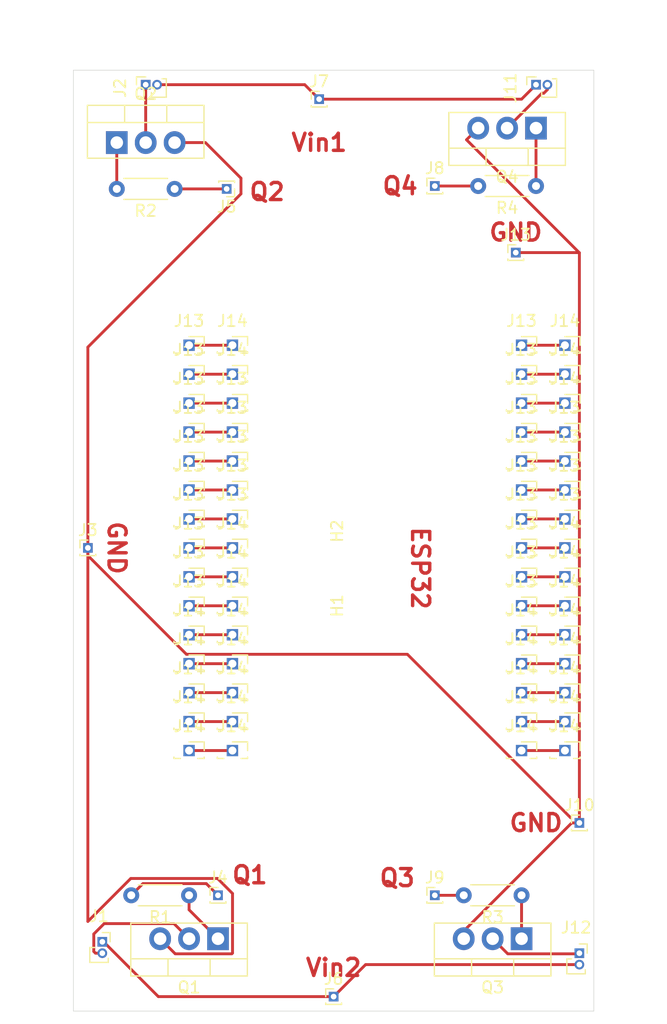
<source format=kicad_pcb>
(kicad_pcb (version 20171130) (host pcbnew "(5.1.10)-1")

  (general
    (thickness 1.6)
    (drawings 24)
    (tracks 90)
    (zones 0)
    (modules 83)
    (nets 17)
  )

  (page A4)
  (layers
    (0 F.Cu signal)
    (31 B.Cu signal)
    (32 B.Adhes user)
    (33 F.Adhes user)
    (34 B.Paste user)
    (35 F.Paste user)
    (36 B.SilkS user)
    (37 F.SilkS user)
    (38 B.Mask user)
    (39 F.Mask user)
    (40 Dwgs.User user hide)
    (41 Cmts.User user)
    (42 Eco1.User user)
    (43 Eco2.User user)
    (44 Edge.Cuts user)
    (45 Margin user)
    (46 B.CrtYd user)
    (47 F.CrtYd user)
    (48 B.Fab user)
    (49 F.Fab user)
  )

  (setup
    (last_trace_width 0.25)
    (trace_clearance 0.2)
    (zone_clearance 0.508)
    (zone_45_only no)
    (trace_min 0.2)
    (via_size 0.8)
    (via_drill 0.4)
    (via_min_size 0.4)
    (via_min_drill 0.3)
    (uvia_size 0.3)
    (uvia_drill 0.1)
    (uvias_allowed no)
    (uvia_min_size 0.2)
    (uvia_min_drill 0.1)
    (edge_width 0.05)
    (segment_width 0.2)
    (pcb_text_width 0.3)
    (pcb_text_size 1.5 1.5)
    (mod_edge_width 0.12)
    (mod_text_size 1 1)
    (mod_text_width 0.15)
    (pad_size 1.524 1.524)
    (pad_drill 0.762)
    (pad_to_mask_clearance 0)
    (aux_axis_origin 0 0)
    (visible_elements 7FFFEFFF)
    (pcbplotparams
      (layerselection 0x3ffff_ffffffff)
      (usegerberextensions false)
      (usegerberattributes true)
      (usegerberadvancedattributes true)
      (creategerberjobfile true)
      (excludeedgelayer true)
      (linewidth 0.100000)
      (plotframeref false)
      (viasonmask false)
      (mode 1)
      (useauxorigin false)
      (hpglpennumber 1)
      (hpglpenspeed 20)
      (hpglpendiameter 15.000000)
      (psnegative false)
      (psa4output false)
      (plotreference true)
      (plotvalue true)
      (plotinvisibletext false)
      (padsonsilk false)
      (subtractmaskfromsilk false)
      (outputformat 1)
      (mirror false)
      (drillshape 0)
      (scaleselection 1)
      (outputdirectory "./"))
  )

  (net 0 "")
  (net 1 "Net-(J1-Pad2)")
  (net 2 "Net-(J1-Pad1)")
  (net 3 "Net-(J2-Pad1)")
  (net 4 "Net-(J11-Pad1)")
  (net 5 "Net-(J4-Pad1)")
  (net 6 "Net-(J5-Pad1)")
  (net 7 "Net-(J8-Pad1)")
  (net 8 "Net-(J9-Pad1)")
  (net 9 "Net-(J10-Pad1)")
  (net 10 "Net-(J11-Pad2)")
  (net 11 "Net-(J12-Pad1)")
  (net 12 "Net-(J13-Pad1)")
  (net 13 "Net-(Q1-Pad1)")
  (net 14 "Net-(Q2-Pad1)")
  (net 15 "Net-(Q3-Pad1)")
  (net 16 "Net-(Q4-Pad1)")

  (net_class Default "This is the default net class."
    (clearance 0.2)
    (trace_width 0.25)
    (via_dia 0.8)
    (via_drill 0.4)
    (uvia_dia 0.3)
    (uvia_drill 0.1)
    (add_net "Net-(J1-Pad1)")
    (add_net "Net-(J1-Pad2)")
    (add_net "Net-(J10-Pad1)")
    (add_net "Net-(J11-Pad1)")
    (add_net "Net-(J11-Pad2)")
    (add_net "Net-(J12-Pad1)")
    (add_net "Net-(J13-Pad1)")
    (add_net "Net-(J2-Pad1)")
    (add_net "Net-(J4-Pad1)")
    (add_net "Net-(J5-Pad1)")
    (add_net "Net-(J8-Pad1)")
    (add_net "Net-(J9-Pad1)")
    (add_net "Net-(Q1-Pad1)")
    (add_net "Net-(Q2-Pad1)")
    (add_net "Net-(Q3-Pad1)")
    (add_net "Net-(Q4-Pad1)")
  )

  (module Resistor_THT:R_Axial_DIN0204_L3.6mm_D1.6mm_P5.08mm_Horizontal (layer F.Cu) (tedit 5AE5139B) (tstamp 60AB08F9)
    (at 199.39 76.454 180)
    (descr "Resistor, Axial_DIN0204 series, Axial, Horizontal, pin pitch=5.08mm, 0.167W, length*diameter=3.6*1.6mm^2, http://cdn-reichelt.de/documents/datenblatt/B400/1_4W%23YAG.pdf")
    (tags "Resistor Axial_DIN0204 series Axial Horizontal pin pitch 5.08mm 0.167W length 3.6mm diameter 1.6mm")
    (path /60ABF936)
    (fp_text reference R2 (at 2.54 -1.92) (layer F.SilkS)
      (effects (font (size 1 1) (thickness 0.15)))
    )
    (fp_text value R_Small (at 2.54 1.92) (layer F.Fab)
      (effects (font (size 1 1) (thickness 0.15)))
    )
    (fp_line (start 6.03 -1.05) (end -0.95 -1.05) (layer F.CrtYd) (width 0.05))
    (fp_line (start 6.03 1.05) (end 6.03 -1.05) (layer F.CrtYd) (width 0.05))
    (fp_line (start -0.95 1.05) (end 6.03 1.05) (layer F.CrtYd) (width 0.05))
    (fp_line (start -0.95 -1.05) (end -0.95 1.05) (layer F.CrtYd) (width 0.05))
    (fp_line (start 0.62 0.92) (end 4.46 0.92) (layer F.SilkS) (width 0.12))
    (fp_line (start 0.62 -0.92) (end 4.46 -0.92) (layer F.SilkS) (width 0.12))
    (fp_line (start 5.08 0) (end 4.34 0) (layer F.Fab) (width 0.1))
    (fp_line (start 0 0) (end 0.74 0) (layer F.Fab) (width 0.1))
    (fp_line (start 4.34 -0.8) (end 0.74 -0.8) (layer F.Fab) (width 0.1))
    (fp_line (start 4.34 0.8) (end 4.34 -0.8) (layer F.Fab) (width 0.1))
    (fp_line (start 0.74 0.8) (end 4.34 0.8) (layer F.Fab) (width 0.1))
    (fp_line (start 0.74 -0.8) (end 0.74 0.8) (layer F.Fab) (width 0.1))
    (fp_text user %R (at 2.54 0) (layer F.Fab)
      (effects (font (size 0.72 0.72) (thickness 0.108)))
    )
    (pad 2 thru_hole oval (at 5.08 0 180) (size 1.4 1.4) (drill 0.7) (layers *.Cu *.Mask)
      (net 14 "Net-(Q2-Pad1)"))
    (pad 1 thru_hole circle (at 0 0 180) (size 1.4 1.4) (drill 0.7) (layers *.Cu *.Mask)
      (net 6 "Net-(J5-Pad1)"))
    (model ${KISYS3DMOD}/Resistor_THT.3dshapes/R_Axial_DIN0204_L3.6mm_D1.6mm_P5.08mm_Horizontal.wrl
      (at (xyz 0 0 0))
      (scale (xyz 1 1 1))
      (rotate (xyz 0 0 0))
    )
  )

  (module Connector_PinHeader_1.00mm:PinHeader_1x01_P1.00mm_Vertical (layer F.Cu) (tedit 59FED738) (tstamp 60AB06AA)
    (at 203.962 76.454 180)
    (descr "Through hole straight pin header, 1x01, 1.00mm pitch, single row")
    (tags "Through hole pin header THT 1x01 1.00mm single row")
    (path /60ABFE1F)
    (fp_text reference J5 (at 0 -1.56) (layer F.SilkS)
      (effects (font (size 1 1) (thickness 0.15)))
    )
    (fp_text value Conn_01x01_Female (at 0 1.56) (layer F.Fab)
      (effects (font (size 1 1) (thickness 0.15)))
    )
    (fp_line (start 1.15 -1) (end -1.15 -1) (layer F.CrtYd) (width 0.05))
    (fp_line (start 1.15 1) (end 1.15 -1) (layer F.CrtYd) (width 0.05))
    (fp_line (start -1.15 1) (end 1.15 1) (layer F.CrtYd) (width 0.05))
    (fp_line (start -1.15 -1) (end -1.15 1) (layer F.CrtYd) (width 0.05))
    (fp_line (start -0.695 -0.685) (end 0 -0.685) (layer F.SilkS) (width 0.12))
    (fp_line (start -0.695 0) (end -0.695 -0.685) (layer F.SilkS) (width 0.12))
    (fp_line (start 0.608276 0.685) (end 0.695 0.685) (layer F.SilkS) (width 0.12))
    (fp_line (start -0.695 0.685) (end -0.608276 0.685) (layer F.SilkS) (width 0.12))
    (fp_line (start 0.695 0.685) (end 0.695 0.56) (layer F.SilkS) (width 0.12))
    (fp_line (start -0.695 0.685) (end -0.695 0.56) (layer F.SilkS) (width 0.12))
    (fp_line (start -0.695 0.685) (end 0.695 0.685) (layer F.SilkS) (width 0.12))
    (fp_line (start -0.635 -0.1825) (end -0.3175 -0.5) (layer F.Fab) (width 0.1))
    (fp_line (start -0.635 0.5) (end -0.635 -0.1825) (layer F.Fab) (width 0.1))
    (fp_line (start 0.635 0.5) (end -0.635 0.5) (layer F.Fab) (width 0.1))
    (fp_line (start 0.635 -0.5) (end 0.635 0.5) (layer F.Fab) (width 0.1))
    (fp_line (start -0.3175 -0.5) (end 0.635 -0.5) (layer F.Fab) (width 0.1))
    (fp_text user %R (at 0 0 90) (layer F.Fab)
      (effects (font (size 0.76 0.76) (thickness 0.114)))
    )
    (pad 1 thru_hole rect (at 0 0 180) (size 0.85 0.85) (drill 0.5) (layers *.Cu *.Mask)
      (net 6 "Net-(J5-Pad1)"))
    (model ${KISYS3DMOD}/Connector_PinHeader_1.00mm.3dshapes/PinHeader_1x01_P1.00mm_Vertical.wrl
      (at (xyz 0 0 0))
      (scale (xyz 1 1 1))
      (rotate (xyz 0 0 0))
    )
  )

  (module Connector_PinHeader_1.00mm:PinHeader_1x01_P1.00mm_Vertical (layer F.Cu) (tedit 59FED738) (tstamp 60AAE25A)
    (at 229.362 82.042)
    (descr "Through hole straight pin header, 1x01, 1.00mm pitch, single row")
    (tags "Through hole pin header THT 1x01 1.00mm single row")
    (path /60AAEB86)
    (fp_text reference J13 (at 0 -1.56) (layer F.SilkS)
      (effects (font (size 1 1) (thickness 0.15)))
    )
    (fp_text value Conn_01x01_Female (at 0 1.56) (layer F.Fab)
      (effects (font (size 1 1) (thickness 0.15)))
    )
    (fp_line (start 1.15 -1) (end -1.15 -1) (layer F.CrtYd) (width 0.05))
    (fp_line (start 1.15 1) (end 1.15 -1) (layer F.CrtYd) (width 0.05))
    (fp_line (start -1.15 1) (end 1.15 1) (layer F.CrtYd) (width 0.05))
    (fp_line (start -1.15 -1) (end -1.15 1) (layer F.CrtYd) (width 0.05))
    (fp_line (start -0.695 -0.685) (end 0 -0.685) (layer F.SilkS) (width 0.12))
    (fp_line (start -0.695 0) (end -0.695 -0.685) (layer F.SilkS) (width 0.12))
    (fp_line (start 0.608276 0.685) (end 0.695 0.685) (layer F.SilkS) (width 0.12))
    (fp_line (start -0.695 0.685) (end -0.608276 0.685) (layer F.SilkS) (width 0.12))
    (fp_line (start 0.695 0.685) (end 0.695 0.56) (layer F.SilkS) (width 0.12))
    (fp_line (start -0.695 0.685) (end -0.695 0.56) (layer F.SilkS) (width 0.12))
    (fp_line (start -0.695 0.685) (end 0.695 0.685) (layer F.SilkS) (width 0.12))
    (fp_line (start -0.635 -0.1825) (end -0.3175 -0.5) (layer F.Fab) (width 0.1))
    (fp_line (start -0.635 0.5) (end -0.635 -0.1825) (layer F.Fab) (width 0.1))
    (fp_line (start 0.635 0.5) (end -0.635 0.5) (layer F.Fab) (width 0.1))
    (fp_line (start 0.635 -0.5) (end 0.635 0.5) (layer F.Fab) (width 0.1))
    (fp_line (start -0.3175 -0.5) (end 0.635 -0.5) (layer F.Fab) (width 0.1))
    (fp_text user %R (at 0 0 90) (layer F.Fab)
      (effects (font (size 0.76 0.76) (thickness 0.114)))
    )
    (pad 1 thru_hole rect (at 0 0) (size 0.85 0.85) (drill 0.5) (layers *.Cu *.Mask)
      (net 9 "Net-(J10-Pad1)"))
    (model ${KISYS3DMOD}/Connector_PinHeader_1.00mm.3dshapes/PinHeader_1x01_P1.00mm_Vertical.wrl
      (at (xyz 0 0 0))
      (scale (xyz 1 1 1))
      (rotate (xyz 0 0 0))
    )
  )

  (module MountingHole:MountingHole_2.5mm (layer F.Cu) (tedit 56D1B4CB) (tstamp 60A085C2)
    (at 217.17 106.48 90)
    (descr "Mounting Hole 2.5mm, no annular")
    (tags "mounting hole 2.5mm no annular")
    (path /60C47CCF)
    (attr virtual)
    (fp_text reference H2 (at 0 -3.5 90) (layer F.SilkS)
      (effects (font (size 1 1) (thickness 0.15)))
    )
    (fp_text value MountingHole (at 0 3.5 90) (layer F.Fab)
      (effects (font (size 1 1) (thickness 0.15)))
    )
    (fp_circle (center 0 0) (end 2.75 0) (layer F.CrtYd) (width 0.05))
    (fp_circle (center 0 0) (end 2.5 0) (layer Cmts.User) (width 0.15))
    (fp_text user %R (at 0.3 0 90) (layer F.Fab)
      (effects (font (size 1 1) (thickness 0.15)))
    )
    (pad 1 np_thru_hole circle (at 0 0 90) (size 2.5 2.5) (drill 2.5) (layers *.Cu *.Mask))
  )

  (module MountingHole:MountingHole_2.5mm (layer F.Cu) (tedit 56D1B4CB) (tstamp 60A085BA)
    (at 217.17 113.03 90)
    (descr "Mounting Hole 2.5mm, no annular")
    (tags "mounting hole 2.5mm no annular")
    (path /60C47A96)
    (attr virtual)
    (fp_text reference H1 (at 0 -3.5 90) (layer F.SilkS)
      (effects (font (size 1 1) (thickness 0.15)))
    )
    (fp_text value MountingHole (at 0 3.5 90) (layer F.Fab)
      (effects (font (size 1 1) (thickness 0.15)))
    )
    (fp_circle (center 0 0) (end 2.75 0) (layer F.CrtYd) (width 0.05))
    (fp_circle (center 0 0) (end 2.5 0) (layer Cmts.User) (width 0.15))
    (fp_text user %R (at 0.3 0 90) (layer F.Fab)
      (effects (font (size 1 1) (thickness 0.15)))
    )
    (pad 1 np_thru_hole circle (at 0 0 90) (size 2.5 2.5) (drill 2.5) (layers *.Cu *.Mask))
  )

  (module Connector_PinSocket_1.27mm:PinSocket_1x01_P1.27mm_Vertical (layer F.Cu) (tedit 5A19A430) (tstamp 60A07203)
    (at 200.66 95.25)
    (descr "Through hole straight socket strip, 1x01, 1.27mm pitch, single row (from Kicad 4.0.7), script generated")
    (tags "Through hole socket strip THT 1x01 1.27mm single row")
    (path /60B4386B)
    (fp_text reference J13 (at 0 -2.135) (layer F.SilkS)
      (effects (font (size 1 1) (thickness 0.15)))
    )
    (fp_text value Conn_01x01_Female (at 0 2.135) (layer F.Fab)
      (effects (font (size 1 1) (thickness 0.15)))
    )
    (fp_line (start -1.8 1.15) (end -1.8 -1.15) (layer F.CrtYd) (width 0.05))
    (fp_line (start 1.75 1.15) (end -1.8 1.15) (layer F.CrtYd) (width 0.05))
    (fp_line (start 1.75 -1.15) (end 1.75 1.15) (layer F.CrtYd) (width 0.05))
    (fp_line (start -1.8 -1.15) (end 1.75 -1.15) (layer F.CrtYd) (width 0.05))
    (fp_line (start 0 -0.76) (end 1.33 -0.76) (layer F.SilkS) (width 0.12))
    (fp_line (start 1.33 -0.76) (end 1.33 0) (layer F.SilkS) (width 0.12))
    (fp_line (start 1.33 0.575) (end 1.33 0.695) (layer F.SilkS) (width 0.12))
    (fp_line (start -1.33 0.575) (end -1.33 0.695) (layer F.SilkS) (width 0.12))
    (fp_line (start 0.76 0.695) (end 1.33 0.695) (layer F.SilkS) (width 0.12))
    (fp_line (start -1.33 0.695) (end -0.76 0.695) (layer F.SilkS) (width 0.12))
    (fp_line (start -1.27 0.635) (end -1.27 -0.635) (layer F.Fab) (width 0.1))
    (fp_line (start 1.27 0.635) (end -1.27 0.635) (layer F.Fab) (width 0.1))
    (fp_line (start 1.27 -0.3175) (end 1.27 0.635) (layer F.Fab) (width 0.1))
    (fp_line (start 0.9525 -0.635) (end 1.27 -0.3175) (layer F.Fab) (width 0.1))
    (fp_line (start -1.27 -0.635) (end 0.9525 -0.635) (layer F.Fab) (width 0.1))
    (fp_text user %R (at 0 0) (layer F.Fab)
      (effects (font (size 0.76 0.76) (thickness 0.11)))
    )
    (pad 1 thru_hole rect (at 0 0) (size 1 1) (drill 0.7) (layers *.Cu *.Mask)
      (net 12 "Net-(J13-Pad1)"))
    (model ${KISYS3DMOD}/Connector_PinSocket_1.27mm.3dshapes/PinSocket_1x01_P1.27mm_Vertical.wrl
      (at (xyz 0 0 0))
      (scale (xyz 1 1 1))
      (rotate (xyz 0 0 0))
    )
  )

  (module Connector_PinSocket_1.27mm:PinSocket_1x01_P1.27mm_Vertical (layer F.Cu) (tedit 5A19A430) (tstamp 60A07203)
    (at 204.47 95.25)
    (descr "Through hole straight socket strip, 1x01, 1.27mm pitch, single row (from Kicad 4.0.7), script generated")
    (tags "Through hole socket strip THT 1x01 1.27mm single row")
    (path /60B4386B)
    (fp_text reference J13 (at 0 -2.135) (layer F.SilkS)
      (effects (font (size 1 1) (thickness 0.15)))
    )
    (fp_text value Conn_01x01_Female (at 0 2.135) (layer F.Fab)
      (effects (font (size 1 1) (thickness 0.15)))
    )
    (fp_line (start -1.8 1.15) (end -1.8 -1.15) (layer F.CrtYd) (width 0.05))
    (fp_line (start 1.75 1.15) (end -1.8 1.15) (layer F.CrtYd) (width 0.05))
    (fp_line (start 1.75 -1.15) (end 1.75 1.15) (layer F.CrtYd) (width 0.05))
    (fp_line (start -1.8 -1.15) (end 1.75 -1.15) (layer F.CrtYd) (width 0.05))
    (fp_line (start 0 -0.76) (end 1.33 -0.76) (layer F.SilkS) (width 0.12))
    (fp_line (start 1.33 -0.76) (end 1.33 0) (layer F.SilkS) (width 0.12))
    (fp_line (start 1.33 0.575) (end 1.33 0.695) (layer F.SilkS) (width 0.12))
    (fp_line (start -1.33 0.575) (end -1.33 0.695) (layer F.SilkS) (width 0.12))
    (fp_line (start 0.76 0.695) (end 1.33 0.695) (layer F.SilkS) (width 0.12))
    (fp_line (start -1.33 0.695) (end -0.76 0.695) (layer F.SilkS) (width 0.12))
    (fp_line (start -1.27 0.635) (end -1.27 -0.635) (layer F.Fab) (width 0.1))
    (fp_line (start 1.27 0.635) (end -1.27 0.635) (layer F.Fab) (width 0.1))
    (fp_line (start 1.27 -0.3175) (end 1.27 0.635) (layer F.Fab) (width 0.1))
    (fp_line (start 0.9525 -0.635) (end 1.27 -0.3175) (layer F.Fab) (width 0.1))
    (fp_line (start -1.27 -0.635) (end 0.9525 -0.635) (layer F.Fab) (width 0.1))
    (fp_text user %R (at 0 0) (layer F.Fab)
      (effects (font (size 0.76 0.76) (thickness 0.11)))
    )
    (pad 1 thru_hole rect (at 0 0) (size 1 1) (drill 0.7) (layers *.Cu *.Mask)
      (net 12 "Net-(J13-Pad1)"))
    (model ${KISYS3DMOD}/Connector_PinSocket_1.27mm.3dshapes/PinSocket_1x01_P1.27mm_Vertical.wrl
      (at (xyz 0 0 0))
      (scale (xyz 1 1 1))
      (rotate (xyz 0 0 0))
    )
  )

  (module Connector_PinSocket_1.27mm:PinSocket_1x01_P1.27mm_Vertical (layer F.Cu) (tedit 5A19A430) (tstamp 60A07203)
    (at 200.66 97.79)
    (descr "Through hole straight socket strip, 1x01, 1.27mm pitch, single row (from Kicad 4.0.7), script generated")
    (tags "Through hole socket strip THT 1x01 1.27mm single row")
    (path /60B4386B)
    (fp_text reference J13 (at 0 -2.135) (layer F.SilkS)
      (effects (font (size 1 1) (thickness 0.15)))
    )
    (fp_text value Conn_01x01_Female (at 0 2.135) (layer F.Fab)
      (effects (font (size 1 1) (thickness 0.15)))
    )
    (fp_line (start -1.8 1.15) (end -1.8 -1.15) (layer F.CrtYd) (width 0.05))
    (fp_line (start 1.75 1.15) (end -1.8 1.15) (layer F.CrtYd) (width 0.05))
    (fp_line (start 1.75 -1.15) (end 1.75 1.15) (layer F.CrtYd) (width 0.05))
    (fp_line (start -1.8 -1.15) (end 1.75 -1.15) (layer F.CrtYd) (width 0.05))
    (fp_line (start 0 -0.76) (end 1.33 -0.76) (layer F.SilkS) (width 0.12))
    (fp_line (start 1.33 -0.76) (end 1.33 0) (layer F.SilkS) (width 0.12))
    (fp_line (start 1.33 0.575) (end 1.33 0.695) (layer F.SilkS) (width 0.12))
    (fp_line (start -1.33 0.575) (end -1.33 0.695) (layer F.SilkS) (width 0.12))
    (fp_line (start 0.76 0.695) (end 1.33 0.695) (layer F.SilkS) (width 0.12))
    (fp_line (start -1.33 0.695) (end -0.76 0.695) (layer F.SilkS) (width 0.12))
    (fp_line (start -1.27 0.635) (end -1.27 -0.635) (layer F.Fab) (width 0.1))
    (fp_line (start 1.27 0.635) (end -1.27 0.635) (layer F.Fab) (width 0.1))
    (fp_line (start 1.27 -0.3175) (end 1.27 0.635) (layer F.Fab) (width 0.1))
    (fp_line (start 0.9525 -0.635) (end 1.27 -0.3175) (layer F.Fab) (width 0.1))
    (fp_line (start -1.27 -0.635) (end 0.9525 -0.635) (layer F.Fab) (width 0.1))
    (fp_text user %R (at 0 0) (layer F.Fab)
      (effects (font (size 0.76 0.76) (thickness 0.11)))
    )
    (pad 1 thru_hole rect (at 0 0) (size 1 1) (drill 0.7) (layers *.Cu *.Mask)
      (net 12 "Net-(J13-Pad1)"))
    (model ${KISYS3DMOD}/Connector_PinSocket_1.27mm.3dshapes/PinSocket_1x01_P1.27mm_Vertical.wrl
      (at (xyz 0 0 0))
      (scale (xyz 1 1 1))
      (rotate (xyz 0 0 0))
    )
  )

  (module Connector_PinSocket_1.27mm:PinSocket_1x01_P1.27mm_Vertical (layer F.Cu) (tedit 5A19A430) (tstamp 60A07203)
    (at 204.47 97.79)
    (descr "Through hole straight socket strip, 1x01, 1.27mm pitch, single row (from Kicad 4.0.7), script generated")
    (tags "Through hole socket strip THT 1x01 1.27mm single row")
    (path /60B4386B)
    (fp_text reference J13 (at 0 -2.135) (layer F.SilkS)
      (effects (font (size 1 1) (thickness 0.15)))
    )
    (fp_text value Conn_01x01_Female (at 0 2.135) (layer F.Fab)
      (effects (font (size 1 1) (thickness 0.15)))
    )
    (fp_line (start -1.8 1.15) (end -1.8 -1.15) (layer F.CrtYd) (width 0.05))
    (fp_line (start 1.75 1.15) (end -1.8 1.15) (layer F.CrtYd) (width 0.05))
    (fp_line (start 1.75 -1.15) (end 1.75 1.15) (layer F.CrtYd) (width 0.05))
    (fp_line (start -1.8 -1.15) (end 1.75 -1.15) (layer F.CrtYd) (width 0.05))
    (fp_line (start 0 -0.76) (end 1.33 -0.76) (layer F.SilkS) (width 0.12))
    (fp_line (start 1.33 -0.76) (end 1.33 0) (layer F.SilkS) (width 0.12))
    (fp_line (start 1.33 0.575) (end 1.33 0.695) (layer F.SilkS) (width 0.12))
    (fp_line (start -1.33 0.575) (end -1.33 0.695) (layer F.SilkS) (width 0.12))
    (fp_line (start 0.76 0.695) (end 1.33 0.695) (layer F.SilkS) (width 0.12))
    (fp_line (start -1.33 0.695) (end -0.76 0.695) (layer F.SilkS) (width 0.12))
    (fp_line (start -1.27 0.635) (end -1.27 -0.635) (layer F.Fab) (width 0.1))
    (fp_line (start 1.27 0.635) (end -1.27 0.635) (layer F.Fab) (width 0.1))
    (fp_line (start 1.27 -0.3175) (end 1.27 0.635) (layer F.Fab) (width 0.1))
    (fp_line (start 0.9525 -0.635) (end 1.27 -0.3175) (layer F.Fab) (width 0.1))
    (fp_line (start -1.27 -0.635) (end 0.9525 -0.635) (layer F.Fab) (width 0.1))
    (fp_text user %R (at 0 0) (layer F.Fab)
      (effects (font (size 0.76 0.76) (thickness 0.11)))
    )
    (pad 1 thru_hole rect (at 0 0) (size 1 1) (drill 0.7) (layers *.Cu *.Mask)
      (net 12 "Net-(J13-Pad1)"))
    (model ${KISYS3DMOD}/Connector_PinSocket_1.27mm.3dshapes/PinSocket_1x01_P1.27mm_Vertical.wrl
      (at (xyz 0 0 0))
      (scale (xyz 1 1 1))
      (rotate (xyz 0 0 0))
    )
  )

  (module Connector_PinSocket_1.27mm:PinSocket_1x01_P1.27mm_Vertical (layer F.Cu) (tedit 5A19A430) (tstamp 609F3CF0)
    (at 233.68 107.95)
    (descr "Through hole straight socket strip, 1x01, 1.27mm pitch, single row (from Kicad 4.0.7), script generated")
    (tags "Through hole socket strip THT 1x01 1.27mm single row")
    (path /60B433AE)
    (fp_text reference J14 (at 0 -2.135) (layer F.SilkS)
      (effects (font (size 1 1) (thickness 0.15)))
    )
    (fp_text value Conn_01x01_Female (at 0 2.135) (layer F.Fab)
      (effects (font (size 1 1) (thickness 0.15)))
    )
    (fp_line (start -1.8 1.15) (end -1.8 -1.15) (layer F.CrtYd) (width 0.05))
    (fp_line (start 1.75 1.15) (end -1.8 1.15) (layer F.CrtYd) (width 0.05))
    (fp_line (start 1.75 -1.15) (end 1.75 1.15) (layer F.CrtYd) (width 0.05))
    (fp_line (start -1.8 -1.15) (end 1.75 -1.15) (layer F.CrtYd) (width 0.05))
    (fp_line (start 0 -0.76) (end 1.33 -0.76) (layer F.SilkS) (width 0.12))
    (fp_line (start 1.33 -0.76) (end 1.33 0) (layer F.SilkS) (width 0.12))
    (fp_line (start 1.33 0.575) (end 1.33 0.695) (layer F.SilkS) (width 0.12))
    (fp_line (start -1.33 0.575) (end -1.33 0.695) (layer F.SilkS) (width 0.12))
    (fp_line (start 0.76 0.695) (end 1.33 0.695) (layer F.SilkS) (width 0.12))
    (fp_line (start -1.33 0.695) (end -0.76 0.695) (layer F.SilkS) (width 0.12))
    (fp_line (start -1.27 0.635) (end -1.27 -0.635) (layer F.Fab) (width 0.1))
    (fp_line (start 1.27 0.635) (end -1.27 0.635) (layer F.Fab) (width 0.1))
    (fp_line (start 1.27 -0.3175) (end 1.27 0.635) (layer F.Fab) (width 0.1))
    (fp_line (start 0.9525 -0.635) (end 1.27 -0.3175) (layer F.Fab) (width 0.1))
    (fp_line (start -1.27 -0.635) (end 0.9525 -0.635) (layer F.Fab) (width 0.1))
    (fp_text user %R (at 0 0) (layer F.Fab)
      (effects (font (size 0.76 0.76) (thickness 0.11)))
    )
    (pad 1 thru_hole rect (at 0 0) (size 1 1) (drill 0.7) (layers *.Cu *.Mask)
      (net 12 "Net-(J13-Pad1)"))
    (model ${KISYS3DMOD}/Connector_PinSocket_1.27mm.3dshapes/PinSocket_1x01_P1.27mm_Vertical.wrl
      (at (xyz 0 0 0))
      (scale (xyz 1 1 1))
      (rotate (xyz 0 0 0))
    )
  )

  (module Connector_PinSocket_1.27mm:PinSocket_1x01_P1.27mm_Vertical (layer F.Cu) (tedit 5A19A430) (tstamp 609F3CF0)
    (at 233.68 110.49)
    (descr "Through hole straight socket strip, 1x01, 1.27mm pitch, single row (from Kicad 4.0.7), script generated")
    (tags "Through hole socket strip THT 1x01 1.27mm single row")
    (path /60B433AE)
    (fp_text reference J14 (at 0 -2.135) (layer F.SilkS)
      (effects (font (size 1 1) (thickness 0.15)))
    )
    (fp_text value Conn_01x01_Female (at 0 2.135) (layer F.Fab)
      (effects (font (size 1 1) (thickness 0.15)))
    )
    (fp_line (start -1.8 1.15) (end -1.8 -1.15) (layer F.CrtYd) (width 0.05))
    (fp_line (start 1.75 1.15) (end -1.8 1.15) (layer F.CrtYd) (width 0.05))
    (fp_line (start 1.75 -1.15) (end 1.75 1.15) (layer F.CrtYd) (width 0.05))
    (fp_line (start -1.8 -1.15) (end 1.75 -1.15) (layer F.CrtYd) (width 0.05))
    (fp_line (start 0 -0.76) (end 1.33 -0.76) (layer F.SilkS) (width 0.12))
    (fp_line (start 1.33 -0.76) (end 1.33 0) (layer F.SilkS) (width 0.12))
    (fp_line (start 1.33 0.575) (end 1.33 0.695) (layer F.SilkS) (width 0.12))
    (fp_line (start -1.33 0.575) (end -1.33 0.695) (layer F.SilkS) (width 0.12))
    (fp_line (start 0.76 0.695) (end 1.33 0.695) (layer F.SilkS) (width 0.12))
    (fp_line (start -1.33 0.695) (end -0.76 0.695) (layer F.SilkS) (width 0.12))
    (fp_line (start -1.27 0.635) (end -1.27 -0.635) (layer F.Fab) (width 0.1))
    (fp_line (start 1.27 0.635) (end -1.27 0.635) (layer F.Fab) (width 0.1))
    (fp_line (start 1.27 -0.3175) (end 1.27 0.635) (layer F.Fab) (width 0.1))
    (fp_line (start 0.9525 -0.635) (end 1.27 -0.3175) (layer F.Fab) (width 0.1))
    (fp_line (start -1.27 -0.635) (end 0.9525 -0.635) (layer F.Fab) (width 0.1))
    (fp_text user %R (at 0 0) (layer F.Fab)
      (effects (font (size 0.76 0.76) (thickness 0.11)))
    )
    (pad 1 thru_hole rect (at 0 0) (size 1 1) (drill 0.7) (layers *.Cu *.Mask)
      (net 12 "Net-(J13-Pad1)"))
    (model ${KISYS3DMOD}/Connector_PinSocket_1.27mm.3dshapes/PinSocket_1x01_P1.27mm_Vertical.wrl
      (at (xyz 0 0 0))
      (scale (xyz 1 1 1))
      (rotate (xyz 0 0 0))
    )
  )

  (module Connector_PinSocket_1.27mm:PinSocket_1x01_P1.27mm_Vertical (layer F.Cu) (tedit 5A19A430) (tstamp 609F3CF0)
    (at 233.68 113.03)
    (descr "Through hole straight socket strip, 1x01, 1.27mm pitch, single row (from Kicad 4.0.7), script generated")
    (tags "Through hole socket strip THT 1x01 1.27mm single row")
    (path /60B433AE)
    (fp_text reference J14 (at 0 -2.135) (layer F.SilkS)
      (effects (font (size 1 1) (thickness 0.15)))
    )
    (fp_text value Conn_01x01_Female (at 0 2.135) (layer F.Fab)
      (effects (font (size 1 1) (thickness 0.15)))
    )
    (fp_line (start -1.8 1.15) (end -1.8 -1.15) (layer F.CrtYd) (width 0.05))
    (fp_line (start 1.75 1.15) (end -1.8 1.15) (layer F.CrtYd) (width 0.05))
    (fp_line (start 1.75 -1.15) (end 1.75 1.15) (layer F.CrtYd) (width 0.05))
    (fp_line (start -1.8 -1.15) (end 1.75 -1.15) (layer F.CrtYd) (width 0.05))
    (fp_line (start 0 -0.76) (end 1.33 -0.76) (layer F.SilkS) (width 0.12))
    (fp_line (start 1.33 -0.76) (end 1.33 0) (layer F.SilkS) (width 0.12))
    (fp_line (start 1.33 0.575) (end 1.33 0.695) (layer F.SilkS) (width 0.12))
    (fp_line (start -1.33 0.575) (end -1.33 0.695) (layer F.SilkS) (width 0.12))
    (fp_line (start 0.76 0.695) (end 1.33 0.695) (layer F.SilkS) (width 0.12))
    (fp_line (start -1.33 0.695) (end -0.76 0.695) (layer F.SilkS) (width 0.12))
    (fp_line (start -1.27 0.635) (end -1.27 -0.635) (layer F.Fab) (width 0.1))
    (fp_line (start 1.27 0.635) (end -1.27 0.635) (layer F.Fab) (width 0.1))
    (fp_line (start 1.27 -0.3175) (end 1.27 0.635) (layer F.Fab) (width 0.1))
    (fp_line (start 0.9525 -0.635) (end 1.27 -0.3175) (layer F.Fab) (width 0.1))
    (fp_line (start -1.27 -0.635) (end 0.9525 -0.635) (layer F.Fab) (width 0.1))
    (fp_text user %R (at 0 0) (layer F.Fab)
      (effects (font (size 0.76 0.76) (thickness 0.11)))
    )
    (pad 1 thru_hole rect (at 0 0) (size 1 1) (drill 0.7) (layers *.Cu *.Mask)
      (net 12 "Net-(J13-Pad1)"))
    (model ${KISYS3DMOD}/Connector_PinSocket_1.27mm.3dshapes/PinSocket_1x01_P1.27mm_Vertical.wrl
      (at (xyz 0 0 0))
      (scale (xyz 1 1 1))
      (rotate (xyz 0 0 0))
    )
  )

  (module Connector_PinSocket_1.27mm:PinSocket_1x01_P1.27mm_Vertical (layer F.Cu) (tedit 5A19A430) (tstamp 609F3CF0)
    (at 233.68 115.57)
    (descr "Through hole straight socket strip, 1x01, 1.27mm pitch, single row (from Kicad 4.0.7), script generated")
    (tags "Through hole socket strip THT 1x01 1.27mm single row")
    (path /60B433AE)
    (fp_text reference J14 (at 0 -2.135) (layer F.SilkS)
      (effects (font (size 1 1) (thickness 0.15)))
    )
    (fp_text value Conn_01x01_Female (at 0 2.135) (layer F.Fab)
      (effects (font (size 1 1) (thickness 0.15)))
    )
    (fp_line (start -1.8 1.15) (end -1.8 -1.15) (layer F.CrtYd) (width 0.05))
    (fp_line (start 1.75 1.15) (end -1.8 1.15) (layer F.CrtYd) (width 0.05))
    (fp_line (start 1.75 -1.15) (end 1.75 1.15) (layer F.CrtYd) (width 0.05))
    (fp_line (start -1.8 -1.15) (end 1.75 -1.15) (layer F.CrtYd) (width 0.05))
    (fp_line (start 0 -0.76) (end 1.33 -0.76) (layer F.SilkS) (width 0.12))
    (fp_line (start 1.33 -0.76) (end 1.33 0) (layer F.SilkS) (width 0.12))
    (fp_line (start 1.33 0.575) (end 1.33 0.695) (layer F.SilkS) (width 0.12))
    (fp_line (start -1.33 0.575) (end -1.33 0.695) (layer F.SilkS) (width 0.12))
    (fp_line (start 0.76 0.695) (end 1.33 0.695) (layer F.SilkS) (width 0.12))
    (fp_line (start -1.33 0.695) (end -0.76 0.695) (layer F.SilkS) (width 0.12))
    (fp_line (start -1.27 0.635) (end -1.27 -0.635) (layer F.Fab) (width 0.1))
    (fp_line (start 1.27 0.635) (end -1.27 0.635) (layer F.Fab) (width 0.1))
    (fp_line (start 1.27 -0.3175) (end 1.27 0.635) (layer F.Fab) (width 0.1))
    (fp_line (start 0.9525 -0.635) (end 1.27 -0.3175) (layer F.Fab) (width 0.1))
    (fp_line (start -1.27 -0.635) (end 0.9525 -0.635) (layer F.Fab) (width 0.1))
    (fp_text user %R (at 0 0) (layer F.Fab)
      (effects (font (size 0.76 0.76) (thickness 0.11)))
    )
    (pad 1 thru_hole rect (at 0 0) (size 1 1) (drill 0.7) (layers *.Cu *.Mask)
      (net 12 "Net-(J13-Pad1)"))
    (model ${KISYS3DMOD}/Connector_PinSocket_1.27mm.3dshapes/PinSocket_1x01_P1.27mm_Vertical.wrl
      (at (xyz 0 0 0))
      (scale (xyz 1 1 1))
      (rotate (xyz 0 0 0))
    )
  )

  (module Connector_PinSocket_1.27mm:PinSocket_1x01_P1.27mm_Vertical (layer F.Cu) (tedit 5A19A430) (tstamp 609F3CF0)
    (at 233.68 95.25)
    (descr "Through hole straight socket strip, 1x01, 1.27mm pitch, single row (from Kicad 4.0.7), script generated")
    (tags "Through hole socket strip THT 1x01 1.27mm single row")
    (path /60B433AE)
    (fp_text reference J14 (at 0 -2.135) (layer F.SilkS)
      (effects (font (size 1 1) (thickness 0.15)))
    )
    (fp_text value Conn_01x01_Female (at 0 2.135) (layer F.Fab)
      (effects (font (size 1 1) (thickness 0.15)))
    )
    (fp_line (start -1.8 1.15) (end -1.8 -1.15) (layer F.CrtYd) (width 0.05))
    (fp_line (start 1.75 1.15) (end -1.8 1.15) (layer F.CrtYd) (width 0.05))
    (fp_line (start 1.75 -1.15) (end 1.75 1.15) (layer F.CrtYd) (width 0.05))
    (fp_line (start -1.8 -1.15) (end 1.75 -1.15) (layer F.CrtYd) (width 0.05))
    (fp_line (start 0 -0.76) (end 1.33 -0.76) (layer F.SilkS) (width 0.12))
    (fp_line (start 1.33 -0.76) (end 1.33 0) (layer F.SilkS) (width 0.12))
    (fp_line (start 1.33 0.575) (end 1.33 0.695) (layer F.SilkS) (width 0.12))
    (fp_line (start -1.33 0.575) (end -1.33 0.695) (layer F.SilkS) (width 0.12))
    (fp_line (start 0.76 0.695) (end 1.33 0.695) (layer F.SilkS) (width 0.12))
    (fp_line (start -1.33 0.695) (end -0.76 0.695) (layer F.SilkS) (width 0.12))
    (fp_line (start -1.27 0.635) (end -1.27 -0.635) (layer F.Fab) (width 0.1))
    (fp_line (start 1.27 0.635) (end -1.27 0.635) (layer F.Fab) (width 0.1))
    (fp_line (start 1.27 -0.3175) (end 1.27 0.635) (layer F.Fab) (width 0.1))
    (fp_line (start 0.9525 -0.635) (end 1.27 -0.3175) (layer F.Fab) (width 0.1))
    (fp_line (start -1.27 -0.635) (end 0.9525 -0.635) (layer F.Fab) (width 0.1))
    (fp_text user %R (at 0 0) (layer F.Fab)
      (effects (font (size 0.76 0.76) (thickness 0.11)))
    )
    (pad 1 thru_hole rect (at 0 0) (size 1 1) (drill 0.7) (layers *.Cu *.Mask)
      (net 12 "Net-(J13-Pad1)"))
    (model ${KISYS3DMOD}/Connector_PinSocket_1.27mm.3dshapes/PinSocket_1x01_P1.27mm_Vertical.wrl
      (at (xyz 0 0 0))
      (scale (xyz 1 1 1))
      (rotate (xyz 0 0 0))
    )
  )

  (module Connector_PinSocket_1.27mm:PinSocket_1x01_P1.27mm_Vertical (layer F.Cu) (tedit 5A19A430) (tstamp 609F3CF0)
    (at 233.68 92.71)
    (descr "Through hole straight socket strip, 1x01, 1.27mm pitch, single row (from Kicad 4.0.7), script generated")
    (tags "Through hole socket strip THT 1x01 1.27mm single row")
    (path /60B433AE)
    (fp_text reference J14 (at 0 -2.135) (layer F.SilkS)
      (effects (font (size 1 1) (thickness 0.15)))
    )
    (fp_text value Conn_01x01_Female (at 0 2.135) (layer F.Fab)
      (effects (font (size 1 1) (thickness 0.15)))
    )
    (fp_line (start -1.8 1.15) (end -1.8 -1.15) (layer F.CrtYd) (width 0.05))
    (fp_line (start 1.75 1.15) (end -1.8 1.15) (layer F.CrtYd) (width 0.05))
    (fp_line (start 1.75 -1.15) (end 1.75 1.15) (layer F.CrtYd) (width 0.05))
    (fp_line (start -1.8 -1.15) (end 1.75 -1.15) (layer F.CrtYd) (width 0.05))
    (fp_line (start 0 -0.76) (end 1.33 -0.76) (layer F.SilkS) (width 0.12))
    (fp_line (start 1.33 -0.76) (end 1.33 0) (layer F.SilkS) (width 0.12))
    (fp_line (start 1.33 0.575) (end 1.33 0.695) (layer F.SilkS) (width 0.12))
    (fp_line (start -1.33 0.575) (end -1.33 0.695) (layer F.SilkS) (width 0.12))
    (fp_line (start 0.76 0.695) (end 1.33 0.695) (layer F.SilkS) (width 0.12))
    (fp_line (start -1.33 0.695) (end -0.76 0.695) (layer F.SilkS) (width 0.12))
    (fp_line (start -1.27 0.635) (end -1.27 -0.635) (layer F.Fab) (width 0.1))
    (fp_line (start 1.27 0.635) (end -1.27 0.635) (layer F.Fab) (width 0.1))
    (fp_line (start 1.27 -0.3175) (end 1.27 0.635) (layer F.Fab) (width 0.1))
    (fp_line (start 0.9525 -0.635) (end 1.27 -0.3175) (layer F.Fab) (width 0.1))
    (fp_line (start -1.27 -0.635) (end 0.9525 -0.635) (layer F.Fab) (width 0.1))
    (fp_text user %R (at 0 0) (layer F.Fab)
      (effects (font (size 0.76 0.76) (thickness 0.11)))
    )
    (pad 1 thru_hole rect (at 0 0) (size 1 1) (drill 0.7) (layers *.Cu *.Mask)
      (net 12 "Net-(J13-Pad1)"))
    (model ${KISYS3DMOD}/Connector_PinSocket_1.27mm.3dshapes/PinSocket_1x01_P1.27mm_Vertical.wrl
      (at (xyz 0 0 0))
      (scale (xyz 1 1 1))
      (rotate (xyz 0 0 0))
    )
  )

  (module Connector_PinSocket_1.27mm:PinSocket_1x01_P1.27mm_Vertical (layer F.Cu) (tedit 5A19A430) (tstamp 609F3CF0)
    (at 233.68 90.17)
    (descr "Through hole straight socket strip, 1x01, 1.27mm pitch, single row (from Kicad 4.0.7), script generated")
    (tags "Through hole socket strip THT 1x01 1.27mm single row")
    (path /60B433AE)
    (fp_text reference J14 (at 0 -2.135) (layer F.SilkS)
      (effects (font (size 1 1) (thickness 0.15)))
    )
    (fp_text value Conn_01x01_Female (at 0 2.135) (layer F.Fab)
      (effects (font (size 1 1) (thickness 0.15)))
    )
    (fp_line (start -1.8 1.15) (end -1.8 -1.15) (layer F.CrtYd) (width 0.05))
    (fp_line (start 1.75 1.15) (end -1.8 1.15) (layer F.CrtYd) (width 0.05))
    (fp_line (start 1.75 -1.15) (end 1.75 1.15) (layer F.CrtYd) (width 0.05))
    (fp_line (start -1.8 -1.15) (end 1.75 -1.15) (layer F.CrtYd) (width 0.05))
    (fp_line (start 0 -0.76) (end 1.33 -0.76) (layer F.SilkS) (width 0.12))
    (fp_line (start 1.33 -0.76) (end 1.33 0) (layer F.SilkS) (width 0.12))
    (fp_line (start 1.33 0.575) (end 1.33 0.695) (layer F.SilkS) (width 0.12))
    (fp_line (start -1.33 0.575) (end -1.33 0.695) (layer F.SilkS) (width 0.12))
    (fp_line (start 0.76 0.695) (end 1.33 0.695) (layer F.SilkS) (width 0.12))
    (fp_line (start -1.33 0.695) (end -0.76 0.695) (layer F.SilkS) (width 0.12))
    (fp_line (start -1.27 0.635) (end -1.27 -0.635) (layer F.Fab) (width 0.1))
    (fp_line (start 1.27 0.635) (end -1.27 0.635) (layer F.Fab) (width 0.1))
    (fp_line (start 1.27 -0.3175) (end 1.27 0.635) (layer F.Fab) (width 0.1))
    (fp_line (start 0.9525 -0.635) (end 1.27 -0.3175) (layer F.Fab) (width 0.1))
    (fp_line (start -1.27 -0.635) (end 0.9525 -0.635) (layer F.Fab) (width 0.1))
    (fp_text user %R (at 0 0) (layer F.Fab)
      (effects (font (size 0.76 0.76) (thickness 0.11)))
    )
    (pad 1 thru_hole rect (at 0 0) (size 1 1) (drill 0.7) (layers *.Cu *.Mask)
      (net 12 "Net-(J13-Pad1)"))
    (model ${KISYS3DMOD}/Connector_PinSocket_1.27mm.3dshapes/PinSocket_1x01_P1.27mm_Vertical.wrl
      (at (xyz 0 0 0))
      (scale (xyz 1 1 1))
      (rotate (xyz 0 0 0))
    )
  )

  (module Connector_PinSocket_1.27mm:PinSocket_1x01_P1.27mm_Vertical (layer F.Cu) (tedit 5A19A430) (tstamp 609F3CF0)
    (at 233.68 118.11)
    (descr "Through hole straight socket strip, 1x01, 1.27mm pitch, single row (from Kicad 4.0.7), script generated")
    (tags "Through hole socket strip THT 1x01 1.27mm single row")
    (path /60B433AE)
    (fp_text reference J14 (at 0 -2.135) (layer F.SilkS)
      (effects (font (size 1 1) (thickness 0.15)))
    )
    (fp_text value Conn_01x01_Female (at 0 2.135) (layer F.Fab)
      (effects (font (size 1 1) (thickness 0.15)))
    )
    (fp_line (start -1.8 1.15) (end -1.8 -1.15) (layer F.CrtYd) (width 0.05))
    (fp_line (start 1.75 1.15) (end -1.8 1.15) (layer F.CrtYd) (width 0.05))
    (fp_line (start 1.75 -1.15) (end 1.75 1.15) (layer F.CrtYd) (width 0.05))
    (fp_line (start -1.8 -1.15) (end 1.75 -1.15) (layer F.CrtYd) (width 0.05))
    (fp_line (start 0 -0.76) (end 1.33 -0.76) (layer F.SilkS) (width 0.12))
    (fp_line (start 1.33 -0.76) (end 1.33 0) (layer F.SilkS) (width 0.12))
    (fp_line (start 1.33 0.575) (end 1.33 0.695) (layer F.SilkS) (width 0.12))
    (fp_line (start -1.33 0.575) (end -1.33 0.695) (layer F.SilkS) (width 0.12))
    (fp_line (start 0.76 0.695) (end 1.33 0.695) (layer F.SilkS) (width 0.12))
    (fp_line (start -1.33 0.695) (end -0.76 0.695) (layer F.SilkS) (width 0.12))
    (fp_line (start -1.27 0.635) (end -1.27 -0.635) (layer F.Fab) (width 0.1))
    (fp_line (start 1.27 0.635) (end -1.27 0.635) (layer F.Fab) (width 0.1))
    (fp_line (start 1.27 -0.3175) (end 1.27 0.635) (layer F.Fab) (width 0.1))
    (fp_line (start 0.9525 -0.635) (end 1.27 -0.3175) (layer F.Fab) (width 0.1))
    (fp_line (start -1.27 -0.635) (end 0.9525 -0.635) (layer F.Fab) (width 0.1))
    (fp_text user %R (at 0 0) (layer F.Fab)
      (effects (font (size 0.76 0.76) (thickness 0.11)))
    )
    (pad 1 thru_hole rect (at 0 0) (size 1 1) (drill 0.7) (layers *.Cu *.Mask)
      (net 12 "Net-(J13-Pad1)"))
    (model ${KISYS3DMOD}/Connector_PinSocket_1.27mm.3dshapes/PinSocket_1x01_P1.27mm_Vertical.wrl
      (at (xyz 0 0 0))
      (scale (xyz 1 1 1))
      (rotate (xyz 0 0 0))
    )
  )

  (module Connector_PinSocket_1.27mm:PinSocket_1x01_P1.27mm_Vertical (layer F.Cu) (tedit 5A19A430) (tstamp 609F3CF0)
    (at 233.68 120.65)
    (descr "Through hole straight socket strip, 1x01, 1.27mm pitch, single row (from Kicad 4.0.7), script generated")
    (tags "Through hole socket strip THT 1x01 1.27mm single row")
    (path /60B433AE)
    (fp_text reference J14 (at 0 -2.135) (layer F.SilkS)
      (effects (font (size 1 1) (thickness 0.15)))
    )
    (fp_text value Conn_01x01_Female (at 0 2.135) (layer F.Fab)
      (effects (font (size 1 1) (thickness 0.15)))
    )
    (fp_line (start -1.8 1.15) (end -1.8 -1.15) (layer F.CrtYd) (width 0.05))
    (fp_line (start 1.75 1.15) (end -1.8 1.15) (layer F.CrtYd) (width 0.05))
    (fp_line (start 1.75 -1.15) (end 1.75 1.15) (layer F.CrtYd) (width 0.05))
    (fp_line (start -1.8 -1.15) (end 1.75 -1.15) (layer F.CrtYd) (width 0.05))
    (fp_line (start 0 -0.76) (end 1.33 -0.76) (layer F.SilkS) (width 0.12))
    (fp_line (start 1.33 -0.76) (end 1.33 0) (layer F.SilkS) (width 0.12))
    (fp_line (start 1.33 0.575) (end 1.33 0.695) (layer F.SilkS) (width 0.12))
    (fp_line (start -1.33 0.575) (end -1.33 0.695) (layer F.SilkS) (width 0.12))
    (fp_line (start 0.76 0.695) (end 1.33 0.695) (layer F.SilkS) (width 0.12))
    (fp_line (start -1.33 0.695) (end -0.76 0.695) (layer F.SilkS) (width 0.12))
    (fp_line (start -1.27 0.635) (end -1.27 -0.635) (layer F.Fab) (width 0.1))
    (fp_line (start 1.27 0.635) (end -1.27 0.635) (layer F.Fab) (width 0.1))
    (fp_line (start 1.27 -0.3175) (end 1.27 0.635) (layer F.Fab) (width 0.1))
    (fp_line (start 0.9525 -0.635) (end 1.27 -0.3175) (layer F.Fab) (width 0.1))
    (fp_line (start -1.27 -0.635) (end 0.9525 -0.635) (layer F.Fab) (width 0.1))
    (fp_text user %R (at 0 0) (layer F.Fab)
      (effects (font (size 0.76 0.76) (thickness 0.11)))
    )
    (pad 1 thru_hole rect (at 0 0) (size 1 1) (drill 0.7) (layers *.Cu *.Mask)
      (net 12 "Net-(J13-Pad1)"))
    (model ${KISYS3DMOD}/Connector_PinSocket_1.27mm.3dshapes/PinSocket_1x01_P1.27mm_Vertical.wrl
      (at (xyz 0 0 0))
      (scale (xyz 1 1 1))
      (rotate (xyz 0 0 0))
    )
  )

  (module Connector_PinSocket_1.27mm:PinSocket_1x01_P1.27mm_Vertical (layer F.Cu) (tedit 5A19A430) (tstamp 609F3CF0)
    (at 233.68 123.19)
    (descr "Through hole straight socket strip, 1x01, 1.27mm pitch, single row (from Kicad 4.0.7), script generated")
    (tags "Through hole socket strip THT 1x01 1.27mm single row")
    (path /60B433AE)
    (fp_text reference J14 (at 0 -2.135) (layer F.SilkS)
      (effects (font (size 1 1) (thickness 0.15)))
    )
    (fp_text value Conn_01x01_Female (at 0 2.135) (layer F.Fab)
      (effects (font (size 1 1) (thickness 0.15)))
    )
    (fp_line (start -1.8 1.15) (end -1.8 -1.15) (layer F.CrtYd) (width 0.05))
    (fp_line (start 1.75 1.15) (end -1.8 1.15) (layer F.CrtYd) (width 0.05))
    (fp_line (start 1.75 -1.15) (end 1.75 1.15) (layer F.CrtYd) (width 0.05))
    (fp_line (start -1.8 -1.15) (end 1.75 -1.15) (layer F.CrtYd) (width 0.05))
    (fp_line (start 0 -0.76) (end 1.33 -0.76) (layer F.SilkS) (width 0.12))
    (fp_line (start 1.33 -0.76) (end 1.33 0) (layer F.SilkS) (width 0.12))
    (fp_line (start 1.33 0.575) (end 1.33 0.695) (layer F.SilkS) (width 0.12))
    (fp_line (start -1.33 0.575) (end -1.33 0.695) (layer F.SilkS) (width 0.12))
    (fp_line (start 0.76 0.695) (end 1.33 0.695) (layer F.SilkS) (width 0.12))
    (fp_line (start -1.33 0.695) (end -0.76 0.695) (layer F.SilkS) (width 0.12))
    (fp_line (start -1.27 0.635) (end -1.27 -0.635) (layer F.Fab) (width 0.1))
    (fp_line (start 1.27 0.635) (end -1.27 0.635) (layer F.Fab) (width 0.1))
    (fp_line (start 1.27 -0.3175) (end 1.27 0.635) (layer F.Fab) (width 0.1))
    (fp_line (start 0.9525 -0.635) (end 1.27 -0.3175) (layer F.Fab) (width 0.1))
    (fp_line (start -1.27 -0.635) (end 0.9525 -0.635) (layer F.Fab) (width 0.1))
    (fp_text user %R (at 0 0) (layer F.Fab)
      (effects (font (size 0.76 0.76) (thickness 0.11)))
    )
    (pad 1 thru_hole rect (at 0 0) (size 1 1) (drill 0.7) (layers *.Cu *.Mask)
      (net 12 "Net-(J13-Pad1)"))
    (model ${KISYS3DMOD}/Connector_PinSocket_1.27mm.3dshapes/PinSocket_1x01_P1.27mm_Vertical.wrl
      (at (xyz 0 0 0))
      (scale (xyz 1 1 1))
      (rotate (xyz 0 0 0))
    )
  )

  (module Connector_PinSocket_1.27mm:PinSocket_1x01_P1.27mm_Vertical (layer F.Cu) (tedit 5A19A430) (tstamp 609F3CF0)
    (at 233.68 125.73)
    (descr "Through hole straight socket strip, 1x01, 1.27mm pitch, single row (from Kicad 4.0.7), script generated")
    (tags "Through hole socket strip THT 1x01 1.27mm single row")
    (path /60B433AE)
    (fp_text reference J14 (at 0 -2.135) (layer F.SilkS)
      (effects (font (size 1 1) (thickness 0.15)))
    )
    (fp_text value Conn_01x01_Female (at 0 2.135) (layer F.Fab)
      (effects (font (size 1 1) (thickness 0.15)))
    )
    (fp_line (start -1.8 1.15) (end -1.8 -1.15) (layer F.CrtYd) (width 0.05))
    (fp_line (start 1.75 1.15) (end -1.8 1.15) (layer F.CrtYd) (width 0.05))
    (fp_line (start 1.75 -1.15) (end 1.75 1.15) (layer F.CrtYd) (width 0.05))
    (fp_line (start -1.8 -1.15) (end 1.75 -1.15) (layer F.CrtYd) (width 0.05))
    (fp_line (start 0 -0.76) (end 1.33 -0.76) (layer F.SilkS) (width 0.12))
    (fp_line (start 1.33 -0.76) (end 1.33 0) (layer F.SilkS) (width 0.12))
    (fp_line (start 1.33 0.575) (end 1.33 0.695) (layer F.SilkS) (width 0.12))
    (fp_line (start -1.33 0.575) (end -1.33 0.695) (layer F.SilkS) (width 0.12))
    (fp_line (start 0.76 0.695) (end 1.33 0.695) (layer F.SilkS) (width 0.12))
    (fp_line (start -1.33 0.695) (end -0.76 0.695) (layer F.SilkS) (width 0.12))
    (fp_line (start -1.27 0.635) (end -1.27 -0.635) (layer F.Fab) (width 0.1))
    (fp_line (start 1.27 0.635) (end -1.27 0.635) (layer F.Fab) (width 0.1))
    (fp_line (start 1.27 -0.3175) (end 1.27 0.635) (layer F.Fab) (width 0.1))
    (fp_line (start 0.9525 -0.635) (end 1.27 -0.3175) (layer F.Fab) (width 0.1))
    (fp_line (start -1.27 -0.635) (end 0.9525 -0.635) (layer F.Fab) (width 0.1))
    (fp_text user %R (at 0 0) (layer F.Fab)
      (effects (font (size 0.76 0.76) (thickness 0.11)))
    )
    (pad 1 thru_hole rect (at 0 0) (size 1 1) (drill 0.7) (layers *.Cu *.Mask)
      (net 12 "Net-(J13-Pad1)"))
    (model ${KISYS3DMOD}/Connector_PinSocket_1.27mm.3dshapes/PinSocket_1x01_P1.27mm_Vertical.wrl
      (at (xyz 0 0 0))
      (scale (xyz 1 1 1))
      (rotate (xyz 0 0 0))
    )
  )

  (module Connector_PinSocket_1.27mm:PinSocket_1x01_P1.27mm_Vertical (layer F.Cu) (tedit 5A19A430) (tstamp 609F3CF0)
    (at 229.87 115.57)
    (descr "Through hole straight socket strip, 1x01, 1.27mm pitch, single row (from Kicad 4.0.7), script generated")
    (tags "Through hole socket strip THT 1x01 1.27mm single row")
    (path /60B433AE)
    (fp_text reference J14 (at 0 -2.135) (layer F.SilkS)
      (effects (font (size 1 1) (thickness 0.15)))
    )
    (fp_text value Conn_01x01_Female (at 0 2.135) (layer F.Fab)
      (effects (font (size 1 1) (thickness 0.15)))
    )
    (fp_line (start -1.8 1.15) (end -1.8 -1.15) (layer F.CrtYd) (width 0.05))
    (fp_line (start 1.75 1.15) (end -1.8 1.15) (layer F.CrtYd) (width 0.05))
    (fp_line (start 1.75 -1.15) (end 1.75 1.15) (layer F.CrtYd) (width 0.05))
    (fp_line (start -1.8 -1.15) (end 1.75 -1.15) (layer F.CrtYd) (width 0.05))
    (fp_line (start 0 -0.76) (end 1.33 -0.76) (layer F.SilkS) (width 0.12))
    (fp_line (start 1.33 -0.76) (end 1.33 0) (layer F.SilkS) (width 0.12))
    (fp_line (start 1.33 0.575) (end 1.33 0.695) (layer F.SilkS) (width 0.12))
    (fp_line (start -1.33 0.575) (end -1.33 0.695) (layer F.SilkS) (width 0.12))
    (fp_line (start 0.76 0.695) (end 1.33 0.695) (layer F.SilkS) (width 0.12))
    (fp_line (start -1.33 0.695) (end -0.76 0.695) (layer F.SilkS) (width 0.12))
    (fp_line (start -1.27 0.635) (end -1.27 -0.635) (layer F.Fab) (width 0.1))
    (fp_line (start 1.27 0.635) (end -1.27 0.635) (layer F.Fab) (width 0.1))
    (fp_line (start 1.27 -0.3175) (end 1.27 0.635) (layer F.Fab) (width 0.1))
    (fp_line (start 0.9525 -0.635) (end 1.27 -0.3175) (layer F.Fab) (width 0.1))
    (fp_line (start -1.27 -0.635) (end 0.9525 -0.635) (layer F.Fab) (width 0.1))
    (fp_text user %R (at 0 0) (layer F.Fab)
      (effects (font (size 0.76 0.76) (thickness 0.11)))
    )
    (pad 1 thru_hole rect (at 0 0) (size 1 1) (drill 0.7) (layers *.Cu *.Mask)
      (net 12 "Net-(J13-Pad1)"))
    (model ${KISYS3DMOD}/Connector_PinSocket_1.27mm.3dshapes/PinSocket_1x01_P1.27mm_Vertical.wrl
      (at (xyz 0 0 0))
      (scale (xyz 1 1 1))
      (rotate (xyz 0 0 0))
    )
  )

  (module Connector_PinSocket_1.27mm:PinSocket_1x01_P1.27mm_Vertical (layer F.Cu) (tedit 5A19A430) (tstamp 609F3CF0)
    (at 229.87 118.11)
    (descr "Through hole straight socket strip, 1x01, 1.27mm pitch, single row (from Kicad 4.0.7), script generated")
    (tags "Through hole socket strip THT 1x01 1.27mm single row")
    (path /60B433AE)
    (fp_text reference J14 (at 0 -2.135) (layer F.SilkS)
      (effects (font (size 1 1) (thickness 0.15)))
    )
    (fp_text value Conn_01x01_Female (at 0 2.135) (layer F.Fab)
      (effects (font (size 1 1) (thickness 0.15)))
    )
    (fp_line (start -1.8 1.15) (end -1.8 -1.15) (layer F.CrtYd) (width 0.05))
    (fp_line (start 1.75 1.15) (end -1.8 1.15) (layer F.CrtYd) (width 0.05))
    (fp_line (start 1.75 -1.15) (end 1.75 1.15) (layer F.CrtYd) (width 0.05))
    (fp_line (start -1.8 -1.15) (end 1.75 -1.15) (layer F.CrtYd) (width 0.05))
    (fp_line (start 0 -0.76) (end 1.33 -0.76) (layer F.SilkS) (width 0.12))
    (fp_line (start 1.33 -0.76) (end 1.33 0) (layer F.SilkS) (width 0.12))
    (fp_line (start 1.33 0.575) (end 1.33 0.695) (layer F.SilkS) (width 0.12))
    (fp_line (start -1.33 0.575) (end -1.33 0.695) (layer F.SilkS) (width 0.12))
    (fp_line (start 0.76 0.695) (end 1.33 0.695) (layer F.SilkS) (width 0.12))
    (fp_line (start -1.33 0.695) (end -0.76 0.695) (layer F.SilkS) (width 0.12))
    (fp_line (start -1.27 0.635) (end -1.27 -0.635) (layer F.Fab) (width 0.1))
    (fp_line (start 1.27 0.635) (end -1.27 0.635) (layer F.Fab) (width 0.1))
    (fp_line (start 1.27 -0.3175) (end 1.27 0.635) (layer F.Fab) (width 0.1))
    (fp_line (start 0.9525 -0.635) (end 1.27 -0.3175) (layer F.Fab) (width 0.1))
    (fp_line (start -1.27 -0.635) (end 0.9525 -0.635) (layer F.Fab) (width 0.1))
    (fp_text user %R (at 0 0) (layer F.Fab)
      (effects (font (size 0.76 0.76) (thickness 0.11)))
    )
    (pad 1 thru_hole rect (at 0 0) (size 1 1) (drill 0.7) (layers *.Cu *.Mask)
      (net 12 "Net-(J13-Pad1)"))
    (model ${KISYS3DMOD}/Connector_PinSocket_1.27mm.3dshapes/PinSocket_1x01_P1.27mm_Vertical.wrl
      (at (xyz 0 0 0))
      (scale (xyz 1 1 1))
      (rotate (xyz 0 0 0))
    )
  )

  (module Connector_PinSocket_1.27mm:PinSocket_1x01_P1.27mm_Vertical (layer F.Cu) (tedit 5A19A430) (tstamp 609F3CF0)
    (at 229.87 120.65)
    (descr "Through hole straight socket strip, 1x01, 1.27mm pitch, single row (from Kicad 4.0.7), script generated")
    (tags "Through hole socket strip THT 1x01 1.27mm single row")
    (path /60B433AE)
    (fp_text reference J14 (at 0 -2.135) (layer F.SilkS)
      (effects (font (size 1 1) (thickness 0.15)))
    )
    (fp_text value Conn_01x01_Female (at 0 2.135) (layer F.Fab)
      (effects (font (size 1 1) (thickness 0.15)))
    )
    (fp_line (start -1.8 1.15) (end -1.8 -1.15) (layer F.CrtYd) (width 0.05))
    (fp_line (start 1.75 1.15) (end -1.8 1.15) (layer F.CrtYd) (width 0.05))
    (fp_line (start 1.75 -1.15) (end 1.75 1.15) (layer F.CrtYd) (width 0.05))
    (fp_line (start -1.8 -1.15) (end 1.75 -1.15) (layer F.CrtYd) (width 0.05))
    (fp_line (start 0 -0.76) (end 1.33 -0.76) (layer F.SilkS) (width 0.12))
    (fp_line (start 1.33 -0.76) (end 1.33 0) (layer F.SilkS) (width 0.12))
    (fp_line (start 1.33 0.575) (end 1.33 0.695) (layer F.SilkS) (width 0.12))
    (fp_line (start -1.33 0.575) (end -1.33 0.695) (layer F.SilkS) (width 0.12))
    (fp_line (start 0.76 0.695) (end 1.33 0.695) (layer F.SilkS) (width 0.12))
    (fp_line (start -1.33 0.695) (end -0.76 0.695) (layer F.SilkS) (width 0.12))
    (fp_line (start -1.27 0.635) (end -1.27 -0.635) (layer F.Fab) (width 0.1))
    (fp_line (start 1.27 0.635) (end -1.27 0.635) (layer F.Fab) (width 0.1))
    (fp_line (start 1.27 -0.3175) (end 1.27 0.635) (layer F.Fab) (width 0.1))
    (fp_line (start 0.9525 -0.635) (end 1.27 -0.3175) (layer F.Fab) (width 0.1))
    (fp_line (start -1.27 -0.635) (end 0.9525 -0.635) (layer F.Fab) (width 0.1))
    (fp_text user %R (at 0 0) (layer F.Fab)
      (effects (font (size 0.76 0.76) (thickness 0.11)))
    )
    (pad 1 thru_hole rect (at 0 0) (size 1 1) (drill 0.7) (layers *.Cu *.Mask)
      (net 12 "Net-(J13-Pad1)"))
    (model ${KISYS3DMOD}/Connector_PinSocket_1.27mm.3dshapes/PinSocket_1x01_P1.27mm_Vertical.wrl
      (at (xyz 0 0 0))
      (scale (xyz 1 1 1))
      (rotate (xyz 0 0 0))
    )
  )

  (module Connector_PinSocket_1.27mm:PinSocket_1x01_P1.27mm_Vertical (layer F.Cu) (tedit 5A19A430) (tstamp 609F3CF0)
    (at 229.87 123.19)
    (descr "Through hole straight socket strip, 1x01, 1.27mm pitch, single row (from Kicad 4.0.7), script generated")
    (tags "Through hole socket strip THT 1x01 1.27mm single row")
    (path /60B433AE)
    (fp_text reference J14 (at 0 -2.135) (layer F.SilkS)
      (effects (font (size 1 1) (thickness 0.15)))
    )
    (fp_text value Conn_01x01_Female (at 0 2.135) (layer F.Fab)
      (effects (font (size 1 1) (thickness 0.15)))
    )
    (fp_line (start -1.8 1.15) (end -1.8 -1.15) (layer F.CrtYd) (width 0.05))
    (fp_line (start 1.75 1.15) (end -1.8 1.15) (layer F.CrtYd) (width 0.05))
    (fp_line (start 1.75 -1.15) (end 1.75 1.15) (layer F.CrtYd) (width 0.05))
    (fp_line (start -1.8 -1.15) (end 1.75 -1.15) (layer F.CrtYd) (width 0.05))
    (fp_line (start 0 -0.76) (end 1.33 -0.76) (layer F.SilkS) (width 0.12))
    (fp_line (start 1.33 -0.76) (end 1.33 0) (layer F.SilkS) (width 0.12))
    (fp_line (start 1.33 0.575) (end 1.33 0.695) (layer F.SilkS) (width 0.12))
    (fp_line (start -1.33 0.575) (end -1.33 0.695) (layer F.SilkS) (width 0.12))
    (fp_line (start 0.76 0.695) (end 1.33 0.695) (layer F.SilkS) (width 0.12))
    (fp_line (start -1.33 0.695) (end -0.76 0.695) (layer F.SilkS) (width 0.12))
    (fp_line (start -1.27 0.635) (end -1.27 -0.635) (layer F.Fab) (width 0.1))
    (fp_line (start 1.27 0.635) (end -1.27 0.635) (layer F.Fab) (width 0.1))
    (fp_line (start 1.27 -0.3175) (end 1.27 0.635) (layer F.Fab) (width 0.1))
    (fp_line (start 0.9525 -0.635) (end 1.27 -0.3175) (layer F.Fab) (width 0.1))
    (fp_line (start -1.27 -0.635) (end 0.9525 -0.635) (layer F.Fab) (width 0.1))
    (fp_text user %R (at 0 0) (layer F.Fab)
      (effects (font (size 0.76 0.76) (thickness 0.11)))
    )
    (pad 1 thru_hole rect (at 0 0) (size 1 1) (drill 0.7) (layers *.Cu *.Mask)
      (net 12 "Net-(J13-Pad1)"))
    (model ${KISYS3DMOD}/Connector_PinSocket_1.27mm.3dshapes/PinSocket_1x01_P1.27mm_Vertical.wrl
      (at (xyz 0 0 0))
      (scale (xyz 1 1 1))
      (rotate (xyz 0 0 0))
    )
  )

  (module Connector_PinSocket_1.27mm:PinSocket_1x01_P1.27mm_Vertical (layer F.Cu) (tedit 5A19A430) (tstamp 609F3CF0)
    (at 229.87 125.73)
    (descr "Through hole straight socket strip, 1x01, 1.27mm pitch, single row (from Kicad 4.0.7), script generated")
    (tags "Through hole socket strip THT 1x01 1.27mm single row")
    (path /60B433AE)
    (fp_text reference J14 (at 0 -2.135) (layer F.SilkS)
      (effects (font (size 1 1) (thickness 0.15)))
    )
    (fp_text value Conn_01x01_Female (at 0 2.135) (layer F.Fab)
      (effects (font (size 1 1) (thickness 0.15)))
    )
    (fp_line (start -1.8 1.15) (end -1.8 -1.15) (layer F.CrtYd) (width 0.05))
    (fp_line (start 1.75 1.15) (end -1.8 1.15) (layer F.CrtYd) (width 0.05))
    (fp_line (start 1.75 -1.15) (end 1.75 1.15) (layer F.CrtYd) (width 0.05))
    (fp_line (start -1.8 -1.15) (end 1.75 -1.15) (layer F.CrtYd) (width 0.05))
    (fp_line (start 0 -0.76) (end 1.33 -0.76) (layer F.SilkS) (width 0.12))
    (fp_line (start 1.33 -0.76) (end 1.33 0) (layer F.SilkS) (width 0.12))
    (fp_line (start 1.33 0.575) (end 1.33 0.695) (layer F.SilkS) (width 0.12))
    (fp_line (start -1.33 0.575) (end -1.33 0.695) (layer F.SilkS) (width 0.12))
    (fp_line (start 0.76 0.695) (end 1.33 0.695) (layer F.SilkS) (width 0.12))
    (fp_line (start -1.33 0.695) (end -0.76 0.695) (layer F.SilkS) (width 0.12))
    (fp_line (start -1.27 0.635) (end -1.27 -0.635) (layer F.Fab) (width 0.1))
    (fp_line (start 1.27 0.635) (end -1.27 0.635) (layer F.Fab) (width 0.1))
    (fp_line (start 1.27 -0.3175) (end 1.27 0.635) (layer F.Fab) (width 0.1))
    (fp_line (start 0.9525 -0.635) (end 1.27 -0.3175) (layer F.Fab) (width 0.1))
    (fp_line (start -1.27 -0.635) (end 0.9525 -0.635) (layer F.Fab) (width 0.1))
    (fp_text user %R (at 0 0) (layer F.Fab)
      (effects (font (size 0.76 0.76) (thickness 0.11)))
    )
    (pad 1 thru_hole rect (at 0 0) (size 1 1) (drill 0.7) (layers *.Cu *.Mask)
      (net 12 "Net-(J13-Pad1)"))
    (model ${KISYS3DMOD}/Connector_PinSocket_1.27mm.3dshapes/PinSocket_1x01_P1.27mm_Vertical.wrl
      (at (xyz 0 0 0))
      (scale (xyz 1 1 1))
      (rotate (xyz 0 0 0))
    )
  )

  (module Connector_PinSocket_1.27mm:PinSocket_1x01_P1.27mm_Vertical (layer F.Cu) (tedit 5A19A430) (tstamp 609F71C4)
    (at 200.66 115.57)
    (descr "Through hole straight socket strip, 1x01, 1.27mm pitch, single row (from Kicad 4.0.7), script generated")
    (tags "Through hole socket strip THT 1x01 1.27mm single row")
    (path /60B433AE)
    (fp_text reference J14 (at 0 -2.135) (layer F.SilkS)
      (effects (font (size 1 1) (thickness 0.15)))
    )
    (fp_text value Conn_01x01_Female (at 0 2.135) (layer F.Fab)
      (effects (font (size 1 1) (thickness 0.15)))
    )
    (fp_line (start -1.8 1.15) (end -1.8 -1.15) (layer F.CrtYd) (width 0.05))
    (fp_line (start 1.75 1.15) (end -1.8 1.15) (layer F.CrtYd) (width 0.05))
    (fp_line (start 1.75 -1.15) (end 1.75 1.15) (layer F.CrtYd) (width 0.05))
    (fp_line (start -1.8 -1.15) (end 1.75 -1.15) (layer F.CrtYd) (width 0.05))
    (fp_line (start 0 -0.76) (end 1.33 -0.76) (layer F.SilkS) (width 0.12))
    (fp_line (start 1.33 -0.76) (end 1.33 0) (layer F.SilkS) (width 0.12))
    (fp_line (start 1.33 0.575) (end 1.33 0.695) (layer F.SilkS) (width 0.12))
    (fp_line (start -1.33 0.575) (end -1.33 0.695) (layer F.SilkS) (width 0.12))
    (fp_line (start 0.76 0.695) (end 1.33 0.695) (layer F.SilkS) (width 0.12))
    (fp_line (start -1.33 0.695) (end -0.76 0.695) (layer F.SilkS) (width 0.12))
    (fp_line (start -1.27 0.635) (end -1.27 -0.635) (layer F.Fab) (width 0.1))
    (fp_line (start 1.27 0.635) (end -1.27 0.635) (layer F.Fab) (width 0.1))
    (fp_line (start 1.27 -0.3175) (end 1.27 0.635) (layer F.Fab) (width 0.1))
    (fp_line (start 0.9525 -0.635) (end 1.27 -0.3175) (layer F.Fab) (width 0.1))
    (fp_line (start -1.27 -0.635) (end 0.9525 -0.635) (layer F.Fab) (width 0.1))
    (fp_text user %R (at 0 0) (layer F.Fab)
      (effects (font (size 0.76 0.76) (thickness 0.11)))
    )
    (pad 1 thru_hole rect (at 0 0) (size 1 1) (drill 0.7) (layers *.Cu *.Mask)
      (net 12 "Net-(J13-Pad1)"))
    (model ${KISYS3DMOD}/Connector_PinSocket_1.27mm.3dshapes/PinSocket_1x01_P1.27mm_Vertical.wrl
      (at (xyz 0 0 0))
      (scale (xyz 1 1 1))
      (rotate (xyz 0 0 0))
    )
  )

  (module Connector_PinSocket_1.27mm:PinSocket_1x01_P1.27mm_Vertical (layer F.Cu) (tedit 5A19A430) (tstamp 609F71D9)
    (at 200.66 120.65)
    (descr "Through hole straight socket strip, 1x01, 1.27mm pitch, single row (from Kicad 4.0.7), script generated")
    (tags "Through hole socket strip THT 1x01 1.27mm single row")
    (path /60B433AE)
    (fp_text reference J14 (at 0 -2.135) (layer F.SilkS)
      (effects (font (size 1 1) (thickness 0.15)))
    )
    (fp_text value Conn_01x01_Female (at 0 2.135) (layer F.Fab)
      (effects (font (size 1 1) (thickness 0.15)))
    )
    (fp_line (start -1.8 1.15) (end -1.8 -1.15) (layer F.CrtYd) (width 0.05))
    (fp_line (start 1.75 1.15) (end -1.8 1.15) (layer F.CrtYd) (width 0.05))
    (fp_line (start 1.75 -1.15) (end 1.75 1.15) (layer F.CrtYd) (width 0.05))
    (fp_line (start -1.8 -1.15) (end 1.75 -1.15) (layer F.CrtYd) (width 0.05))
    (fp_line (start 0 -0.76) (end 1.33 -0.76) (layer F.SilkS) (width 0.12))
    (fp_line (start 1.33 -0.76) (end 1.33 0) (layer F.SilkS) (width 0.12))
    (fp_line (start 1.33 0.575) (end 1.33 0.695) (layer F.SilkS) (width 0.12))
    (fp_line (start -1.33 0.575) (end -1.33 0.695) (layer F.SilkS) (width 0.12))
    (fp_line (start 0.76 0.695) (end 1.33 0.695) (layer F.SilkS) (width 0.12))
    (fp_line (start -1.33 0.695) (end -0.76 0.695) (layer F.SilkS) (width 0.12))
    (fp_line (start -1.27 0.635) (end -1.27 -0.635) (layer F.Fab) (width 0.1))
    (fp_line (start 1.27 0.635) (end -1.27 0.635) (layer F.Fab) (width 0.1))
    (fp_line (start 1.27 -0.3175) (end 1.27 0.635) (layer F.Fab) (width 0.1))
    (fp_line (start 0.9525 -0.635) (end 1.27 -0.3175) (layer F.Fab) (width 0.1))
    (fp_line (start -1.27 -0.635) (end 0.9525 -0.635) (layer F.Fab) (width 0.1))
    (fp_text user %R (at 0 0) (layer F.Fab)
      (effects (font (size 0.76 0.76) (thickness 0.11)))
    )
    (pad 1 thru_hole rect (at 0 0) (size 1 1) (drill 0.7) (layers *.Cu *.Mask)
      (net 12 "Net-(J13-Pad1)"))
    (model ${KISYS3DMOD}/Connector_PinSocket_1.27mm.3dshapes/PinSocket_1x01_P1.27mm_Vertical.wrl
      (at (xyz 0 0 0))
      (scale (xyz 1 1 1))
      (rotate (xyz 0 0 0))
    )
  )

  (module Connector_PinSocket_1.27mm:PinSocket_1x01_P1.27mm_Vertical (layer F.Cu) (tedit 5A19A430) (tstamp 609F71EE)
    (at 200.66 125.73)
    (descr "Through hole straight socket strip, 1x01, 1.27mm pitch, single row (from Kicad 4.0.7), script generated")
    (tags "Through hole socket strip THT 1x01 1.27mm single row")
    (path /60B433AE)
    (fp_text reference J14 (at 0 -2.135) (layer F.SilkS)
      (effects (font (size 1 1) (thickness 0.15)))
    )
    (fp_text value Conn_01x01_Female (at 0 2.135) (layer F.Fab)
      (effects (font (size 1 1) (thickness 0.15)))
    )
    (fp_line (start -1.8 1.15) (end -1.8 -1.15) (layer F.CrtYd) (width 0.05))
    (fp_line (start 1.75 1.15) (end -1.8 1.15) (layer F.CrtYd) (width 0.05))
    (fp_line (start 1.75 -1.15) (end 1.75 1.15) (layer F.CrtYd) (width 0.05))
    (fp_line (start -1.8 -1.15) (end 1.75 -1.15) (layer F.CrtYd) (width 0.05))
    (fp_line (start 0 -0.76) (end 1.33 -0.76) (layer F.SilkS) (width 0.12))
    (fp_line (start 1.33 -0.76) (end 1.33 0) (layer F.SilkS) (width 0.12))
    (fp_line (start 1.33 0.575) (end 1.33 0.695) (layer F.SilkS) (width 0.12))
    (fp_line (start -1.33 0.575) (end -1.33 0.695) (layer F.SilkS) (width 0.12))
    (fp_line (start 0.76 0.695) (end 1.33 0.695) (layer F.SilkS) (width 0.12))
    (fp_line (start -1.33 0.695) (end -0.76 0.695) (layer F.SilkS) (width 0.12))
    (fp_line (start -1.27 0.635) (end -1.27 -0.635) (layer F.Fab) (width 0.1))
    (fp_line (start 1.27 0.635) (end -1.27 0.635) (layer F.Fab) (width 0.1))
    (fp_line (start 1.27 -0.3175) (end 1.27 0.635) (layer F.Fab) (width 0.1))
    (fp_line (start 0.9525 -0.635) (end 1.27 -0.3175) (layer F.Fab) (width 0.1))
    (fp_line (start -1.27 -0.635) (end 0.9525 -0.635) (layer F.Fab) (width 0.1))
    (fp_text user %R (at 0 0) (layer F.Fab)
      (effects (font (size 0.76 0.76) (thickness 0.11)))
    )
    (pad 1 thru_hole rect (at 0 0) (size 1 1) (drill 0.7) (layers *.Cu *.Mask)
      (net 12 "Net-(J13-Pad1)"))
    (model ${KISYS3DMOD}/Connector_PinSocket_1.27mm.3dshapes/PinSocket_1x01_P1.27mm_Vertical.wrl
      (at (xyz 0 0 0))
      (scale (xyz 1 1 1))
      (rotate (xyz 0 0 0))
    )
  )

  (module Connector_PinSocket_1.27mm:PinSocket_1x01_P1.27mm_Vertical (layer F.Cu) (tedit 5A19A430) (tstamp 609F7203)
    (at 200.66 118.11)
    (descr "Through hole straight socket strip, 1x01, 1.27mm pitch, single row (from Kicad 4.0.7), script generated")
    (tags "Through hole socket strip THT 1x01 1.27mm single row")
    (path /60B433AE)
    (fp_text reference J14 (at 0 -2.135) (layer F.SilkS)
      (effects (font (size 1 1) (thickness 0.15)))
    )
    (fp_text value Conn_01x01_Female (at 0 2.135) (layer F.Fab)
      (effects (font (size 1 1) (thickness 0.15)))
    )
    (fp_line (start -1.8 1.15) (end -1.8 -1.15) (layer F.CrtYd) (width 0.05))
    (fp_line (start 1.75 1.15) (end -1.8 1.15) (layer F.CrtYd) (width 0.05))
    (fp_line (start 1.75 -1.15) (end 1.75 1.15) (layer F.CrtYd) (width 0.05))
    (fp_line (start -1.8 -1.15) (end 1.75 -1.15) (layer F.CrtYd) (width 0.05))
    (fp_line (start 0 -0.76) (end 1.33 -0.76) (layer F.SilkS) (width 0.12))
    (fp_line (start 1.33 -0.76) (end 1.33 0) (layer F.SilkS) (width 0.12))
    (fp_line (start 1.33 0.575) (end 1.33 0.695) (layer F.SilkS) (width 0.12))
    (fp_line (start -1.33 0.575) (end -1.33 0.695) (layer F.SilkS) (width 0.12))
    (fp_line (start 0.76 0.695) (end 1.33 0.695) (layer F.SilkS) (width 0.12))
    (fp_line (start -1.33 0.695) (end -0.76 0.695) (layer F.SilkS) (width 0.12))
    (fp_line (start -1.27 0.635) (end -1.27 -0.635) (layer F.Fab) (width 0.1))
    (fp_line (start 1.27 0.635) (end -1.27 0.635) (layer F.Fab) (width 0.1))
    (fp_line (start 1.27 -0.3175) (end 1.27 0.635) (layer F.Fab) (width 0.1))
    (fp_line (start 0.9525 -0.635) (end 1.27 -0.3175) (layer F.Fab) (width 0.1))
    (fp_line (start -1.27 -0.635) (end 0.9525 -0.635) (layer F.Fab) (width 0.1))
    (fp_text user %R (at 0 0) (layer F.Fab)
      (effects (font (size 0.76 0.76) (thickness 0.11)))
    )
    (pad 1 thru_hole rect (at 0 0) (size 1 1) (drill 0.7) (layers *.Cu *.Mask)
      (net 12 "Net-(J13-Pad1)"))
    (model ${KISYS3DMOD}/Connector_PinSocket_1.27mm.3dshapes/PinSocket_1x01_P1.27mm_Vertical.wrl
      (at (xyz 0 0 0))
      (scale (xyz 1 1 1))
      (rotate (xyz 0 0 0))
    )
  )

  (module Connector_PinSocket_1.27mm:PinSocket_1x01_P1.27mm_Vertical (layer F.Cu) (tedit 5A19A430) (tstamp 609F7218)
    (at 200.66 123.19)
    (descr "Through hole straight socket strip, 1x01, 1.27mm pitch, single row (from Kicad 4.0.7), script generated")
    (tags "Through hole socket strip THT 1x01 1.27mm single row")
    (path /60B433AE)
    (fp_text reference J14 (at 0 -2.135) (layer F.SilkS)
      (effects (font (size 1 1) (thickness 0.15)))
    )
    (fp_text value Conn_01x01_Female (at 0 2.135) (layer F.Fab)
      (effects (font (size 1 1) (thickness 0.15)))
    )
    (fp_line (start -1.8 1.15) (end -1.8 -1.15) (layer F.CrtYd) (width 0.05))
    (fp_line (start 1.75 1.15) (end -1.8 1.15) (layer F.CrtYd) (width 0.05))
    (fp_line (start 1.75 -1.15) (end 1.75 1.15) (layer F.CrtYd) (width 0.05))
    (fp_line (start -1.8 -1.15) (end 1.75 -1.15) (layer F.CrtYd) (width 0.05))
    (fp_line (start 0 -0.76) (end 1.33 -0.76) (layer F.SilkS) (width 0.12))
    (fp_line (start 1.33 -0.76) (end 1.33 0) (layer F.SilkS) (width 0.12))
    (fp_line (start 1.33 0.575) (end 1.33 0.695) (layer F.SilkS) (width 0.12))
    (fp_line (start -1.33 0.575) (end -1.33 0.695) (layer F.SilkS) (width 0.12))
    (fp_line (start 0.76 0.695) (end 1.33 0.695) (layer F.SilkS) (width 0.12))
    (fp_line (start -1.33 0.695) (end -0.76 0.695) (layer F.SilkS) (width 0.12))
    (fp_line (start -1.27 0.635) (end -1.27 -0.635) (layer F.Fab) (width 0.1))
    (fp_line (start 1.27 0.635) (end -1.27 0.635) (layer F.Fab) (width 0.1))
    (fp_line (start 1.27 -0.3175) (end 1.27 0.635) (layer F.Fab) (width 0.1))
    (fp_line (start 0.9525 -0.635) (end 1.27 -0.3175) (layer F.Fab) (width 0.1))
    (fp_line (start -1.27 -0.635) (end 0.9525 -0.635) (layer F.Fab) (width 0.1))
    (fp_text user %R (at 0 0) (layer F.Fab)
      (effects (font (size 0.76 0.76) (thickness 0.11)))
    )
    (pad 1 thru_hole rect (at 0 0) (size 1 1) (drill 0.7) (layers *.Cu *.Mask)
      (net 12 "Net-(J13-Pad1)"))
    (model ${KISYS3DMOD}/Connector_PinSocket_1.27mm.3dshapes/PinSocket_1x01_P1.27mm_Vertical.wrl
      (at (xyz 0 0 0))
      (scale (xyz 1 1 1))
      (rotate (xyz 0 0 0))
    )
  )

  (module Connector_PinSocket_1.27mm:PinSocket_1x01_P1.27mm_Vertical (layer F.Cu) (tedit 5A19A430) (tstamp 609F7242)
    (at 204.47 107.95)
    (descr "Through hole straight socket strip, 1x01, 1.27mm pitch, single row (from Kicad 4.0.7), script generated")
    (tags "Through hole socket strip THT 1x01 1.27mm single row")
    (path /60B433AE)
    (fp_text reference J14 (at 0 -2.135) (layer F.SilkS)
      (effects (font (size 1 1) (thickness 0.15)))
    )
    (fp_text value Conn_01x01_Female (at 0 2.135) (layer F.Fab)
      (effects (font (size 1 1) (thickness 0.15)))
    )
    (fp_line (start -1.8 1.15) (end -1.8 -1.15) (layer F.CrtYd) (width 0.05))
    (fp_line (start 1.75 1.15) (end -1.8 1.15) (layer F.CrtYd) (width 0.05))
    (fp_line (start 1.75 -1.15) (end 1.75 1.15) (layer F.CrtYd) (width 0.05))
    (fp_line (start -1.8 -1.15) (end 1.75 -1.15) (layer F.CrtYd) (width 0.05))
    (fp_line (start 0 -0.76) (end 1.33 -0.76) (layer F.SilkS) (width 0.12))
    (fp_line (start 1.33 -0.76) (end 1.33 0) (layer F.SilkS) (width 0.12))
    (fp_line (start 1.33 0.575) (end 1.33 0.695) (layer F.SilkS) (width 0.12))
    (fp_line (start -1.33 0.575) (end -1.33 0.695) (layer F.SilkS) (width 0.12))
    (fp_line (start 0.76 0.695) (end 1.33 0.695) (layer F.SilkS) (width 0.12))
    (fp_line (start -1.33 0.695) (end -0.76 0.695) (layer F.SilkS) (width 0.12))
    (fp_line (start -1.27 0.635) (end -1.27 -0.635) (layer F.Fab) (width 0.1))
    (fp_line (start 1.27 0.635) (end -1.27 0.635) (layer F.Fab) (width 0.1))
    (fp_line (start 1.27 -0.3175) (end 1.27 0.635) (layer F.Fab) (width 0.1))
    (fp_line (start 0.9525 -0.635) (end 1.27 -0.3175) (layer F.Fab) (width 0.1))
    (fp_line (start -1.27 -0.635) (end 0.9525 -0.635) (layer F.Fab) (width 0.1))
    (fp_text user %R (at 0 0) (layer F.Fab)
      (effects (font (size 0.76 0.76) (thickness 0.11)))
    )
    (pad 1 thru_hole rect (at 0 0) (size 1 1) (drill 0.7) (layers *.Cu *.Mask)
      (net 12 "Net-(J13-Pad1)"))
    (model ${KISYS3DMOD}/Connector_PinSocket_1.27mm.3dshapes/PinSocket_1x01_P1.27mm_Vertical.wrl
      (at (xyz 0 0 0))
      (scale (xyz 1 1 1))
      (rotate (xyz 0 0 0))
    )
  )

  (module Connector_PinSocket_1.27mm:PinSocket_1x01_P1.27mm_Vertical (layer F.Cu) (tedit 5A19A430) (tstamp 609F7257)
    (at 204.47 110.49)
    (descr "Through hole straight socket strip, 1x01, 1.27mm pitch, single row (from Kicad 4.0.7), script generated")
    (tags "Through hole socket strip THT 1x01 1.27mm single row")
    (path /60B433AE)
    (fp_text reference J14 (at 0 -2.135) (layer F.SilkS)
      (effects (font (size 1 1) (thickness 0.15)))
    )
    (fp_text value Conn_01x01_Female (at 0 2.135) (layer F.Fab)
      (effects (font (size 1 1) (thickness 0.15)))
    )
    (fp_line (start -1.8 1.15) (end -1.8 -1.15) (layer F.CrtYd) (width 0.05))
    (fp_line (start 1.75 1.15) (end -1.8 1.15) (layer F.CrtYd) (width 0.05))
    (fp_line (start 1.75 -1.15) (end 1.75 1.15) (layer F.CrtYd) (width 0.05))
    (fp_line (start -1.8 -1.15) (end 1.75 -1.15) (layer F.CrtYd) (width 0.05))
    (fp_line (start 0 -0.76) (end 1.33 -0.76) (layer F.SilkS) (width 0.12))
    (fp_line (start 1.33 -0.76) (end 1.33 0) (layer F.SilkS) (width 0.12))
    (fp_line (start 1.33 0.575) (end 1.33 0.695) (layer F.SilkS) (width 0.12))
    (fp_line (start -1.33 0.575) (end -1.33 0.695) (layer F.SilkS) (width 0.12))
    (fp_line (start 0.76 0.695) (end 1.33 0.695) (layer F.SilkS) (width 0.12))
    (fp_line (start -1.33 0.695) (end -0.76 0.695) (layer F.SilkS) (width 0.12))
    (fp_line (start -1.27 0.635) (end -1.27 -0.635) (layer F.Fab) (width 0.1))
    (fp_line (start 1.27 0.635) (end -1.27 0.635) (layer F.Fab) (width 0.1))
    (fp_line (start 1.27 -0.3175) (end 1.27 0.635) (layer F.Fab) (width 0.1))
    (fp_line (start 0.9525 -0.635) (end 1.27 -0.3175) (layer F.Fab) (width 0.1))
    (fp_line (start -1.27 -0.635) (end 0.9525 -0.635) (layer F.Fab) (width 0.1))
    (fp_text user %R (at 0 0) (layer F.Fab)
      (effects (font (size 0.76 0.76) (thickness 0.11)))
    )
    (pad 1 thru_hole rect (at 0 0) (size 1 1) (drill 0.7) (layers *.Cu *.Mask)
      (net 12 "Net-(J13-Pad1)"))
    (model ${KISYS3DMOD}/Connector_PinSocket_1.27mm.3dshapes/PinSocket_1x01_P1.27mm_Vertical.wrl
      (at (xyz 0 0 0))
      (scale (xyz 1 1 1))
      (rotate (xyz 0 0 0))
    )
  )

  (module Connector_PinSocket_1.27mm:PinSocket_1x01_P1.27mm_Vertical (layer F.Cu) (tedit 5A19A430) (tstamp 609F7280)
    (at 204.47 113.03)
    (descr "Through hole straight socket strip, 1x01, 1.27mm pitch, single row (from Kicad 4.0.7), script generated")
    (tags "Through hole socket strip THT 1x01 1.27mm single row")
    (path /60B433AE)
    (fp_text reference J14 (at 0 -2.135) (layer F.SilkS)
      (effects (font (size 1 1) (thickness 0.15)))
    )
    (fp_text value Conn_01x01_Female (at 0 2.135) (layer F.Fab)
      (effects (font (size 1 1) (thickness 0.15)))
    )
    (fp_line (start -1.8 1.15) (end -1.8 -1.15) (layer F.CrtYd) (width 0.05))
    (fp_line (start 1.75 1.15) (end -1.8 1.15) (layer F.CrtYd) (width 0.05))
    (fp_line (start 1.75 -1.15) (end 1.75 1.15) (layer F.CrtYd) (width 0.05))
    (fp_line (start -1.8 -1.15) (end 1.75 -1.15) (layer F.CrtYd) (width 0.05))
    (fp_line (start 0 -0.76) (end 1.33 -0.76) (layer F.SilkS) (width 0.12))
    (fp_line (start 1.33 -0.76) (end 1.33 0) (layer F.SilkS) (width 0.12))
    (fp_line (start 1.33 0.575) (end 1.33 0.695) (layer F.SilkS) (width 0.12))
    (fp_line (start -1.33 0.575) (end -1.33 0.695) (layer F.SilkS) (width 0.12))
    (fp_line (start 0.76 0.695) (end 1.33 0.695) (layer F.SilkS) (width 0.12))
    (fp_line (start -1.33 0.695) (end -0.76 0.695) (layer F.SilkS) (width 0.12))
    (fp_line (start -1.27 0.635) (end -1.27 -0.635) (layer F.Fab) (width 0.1))
    (fp_line (start 1.27 0.635) (end -1.27 0.635) (layer F.Fab) (width 0.1))
    (fp_line (start 1.27 -0.3175) (end 1.27 0.635) (layer F.Fab) (width 0.1))
    (fp_line (start 0.9525 -0.635) (end 1.27 -0.3175) (layer F.Fab) (width 0.1))
    (fp_line (start -1.27 -0.635) (end 0.9525 -0.635) (layer F.Fab) (width 0.1))
    (fp_text user %R (at 0 0) (layer F.Fab)
      (effects (font (size 0.76 0.76) (thickness 0.11)))
    )
    (pad 1 thru_hole rect (at 0 0) (size 1 1) (drill 0.7) (layers *.Cu *.Mask)
      (net 12 "Net-(J13-Pad1)"))
    (model ${KISYS3DMOD}/Connector_PinSocket_1.27mm.3dshapes/PinSocket_1x01_P1.27mm_Vertical.wrl
      (at (xyz 0 0 0))
      (scale (xyz 1 1 1))
      (rotate (xyz 0 0 0))
    )
  )

  (module Connector_PinSocket_1.27mm:PinSocket_1x01_P1.27mm_Vertical (layer F.Cu) (tedit 5A19A430) (tstamp 609F72AA)
    (at 204.47 115.57)
    (descr "Through hole straight socket strip, 1x01, 1.27mm pitch, single row (from Kicad 4.0.7), script generated")
    (tags "Through hole socket strip THT 1x01 1.27mm single row")
    (path /60B433AE)
    (fp_text reference J14 (at 0 -2.135) (layer F.SilkS)
      (effects (font (size 1 1) (thickness 0.15)))
    )
    (fp_text value Conn_01x01_Female (at 0 2.135) (layer F.Fab)
      (effects (font (size 1 1) (thickness 0.15)))
    )
    (fp_line (start -1.8 1.15) (end -1.8 -1.15) (layer F.CrtYd) (width 0.05))
    (fp_line (start 1.75 1.15) (end -1.8 1.15) (layer F.CrtYd) (width 0.05))
    (fp_line (start 1.75 -1.15) (end 1.75 1.15) (layer F.CrtYd) (width 0.05))
    (fp_line (start -1.8 -1.15) (end 1.75 -1.15) (layer F.CrtYd) (width 0.05))
    (fp_line (start 0 -0.76) (end 1.33 -0.76) (layer F.SilkS) (width 0.12))
    (fp_line (start 1.33 -0.76) (end 1.33 0) (layer F.SilkS) (width 0.12))
    (fp_line (start 1.33 0.575) (end 1.33 0.695) (layer F.SilkS) (width 0.12))
    (fp_line (start -1.33 0.575) (end -1.33 0.695) (layer F.SilkS) (width 0.12))
    (fp_line (start 0.76 0.695) (end 1.33 0.695) (layer F.SilkS) (width 0.12))
    (fp_line (start -1.33 0.695) (end -0.76 0.695) (layer F.SilkS) (width 0.12))
    (fp_line (start -1.27 0.635) (end -1.27 -0.635) (layer F.Fab) (width 0.1))
    (fp_line (start 1.27 0.635) (end -1.27 0.635) (layer F.Fab) (width 0.1))
    (fp_line (start 1.27 -0.3175) (end 1.27 0.635) (layer F.Fab) (width 0.1))
    (fp_line (start 0.9525 -0.635) (end 1.27 -0.3175) (layer F.Fab) (width 0.1))
    (fp_line (start -1.27 -0.635) (end 0.9525 -0.635) (layer F.Fab) (width 0.1))
    (fp_text user %R (at 0 0) (layer F.Fab)
      (effects (font (size 0.76 0.76) (thickness 0.11)))
    )
    (pad 1 thru_hole rect (at 0 0) (size 1 1) (drill 0.7) (layers *.Cu *.Mask)
      (net 12 "Net-(J13-Pad1)"))
    (model ${KISYS3DMOD}/Connector_PinSocket_1.27mm.3dshapes/PinSocket_1x01_P1.27mm_Vertical.wrl
      (at (xyz 0 0 0))
      (scale (xyz 1 1 1))
      (rotate (xyz 0 0 0))
    )
  )

  (module Connector_PinSocket_1.27mm:PinSocket_1x01_P1.27mm_Vertical (layer F.Cu) (tedit 5A19A430) (tstamp 609F7313)
    (at 204.47 92.71)
    (descr "Through hole straight socket strip, 1x01, 1.27mm pitch, single row (from Kicad 4.0.7), script generated")
    (tags "Through hole socket strip THT 1x01 1.27mm single row")
    (path /60B433AE)
    (fp_text reference J14 (at 0 -2.135) (layer F.SilkS)
      (effects (font (size 1 1) (thickness 0.15)))
    )
    (fp_text value Conn_01x01_Female (at 0 2.135) (layer F.Fab)
      (effects (font (size 1 1) (thickness 0.15)))
    )
    (fp_line (start -1.8 1.15) (end -1.8 -1.15) (layer F.CrtYd) (width 0.05))
    (fp_line (start 1.75 1.15) (end -1.8 1.15) (layer F.CrtYd) (width 0.05))
    (fp_line (start 1.75 -1.15) (end 1.75 1.15) (layer F.CrtYd) (width 0.05))
    (fp_line (start -1.8 -1.15) (end 1.75 -1.15) (layer F.CrtYd) (width 0.05))
    (fp_line (start 0 -0.76) (end 1.33 -0.76) (layer F.SilkS) (width 0.12))
    (fp_line (start 1.33 -0.76) (end 1.33 0) (layer F.SilkS) (width 0.12))
    (fp_line (start 1.33 0.575) (end 1.33 0.695) (layer F.SilkS) (width 0.12))
    (fp_line (start -1.33 0.575) (end -1.33 0.695) (layer F.SilkS) (width 0.12))
    (fp_line (start 0.76 0.695) (end 1.33 0.695) (layer F.SilkS) (width 0.12))
    (fp_line (start -1.33 0.695) (end -0.76 0.695) (layer F.SilkS) (width 0.12))
    (fp_line (start -1.27 0.635) (end -1.27 -0.635) (layer F.Fab) (width 0.1))
    (fp_line (start 1.27 0.635) (end -1.27 0.635) (layer F.Fab) (width 0.1))
    (fp_line (start 1.27 -0.3175) (end 1.27 0.635) (layer F.Fab) (width 0.1))
    (fp_line (start 0.9525 -0.635) (end 1.27 -0.3175) (layer F.Fab) (width 0.1))
    (fp_line (start -1.27 -0.635) (end 0.9525 -0.635) (layer F.Fab) (width 0.1))
    (fp_text user %R (at 0 0) (layer F.Fab)
      (effects (font (size 0.76 0.76) (thickness 0.11)))
    )
    (pad 1 thru_hole rect (at 0 0) (size 1 1) (drill 0.7) (layers *.Cu *.Mask)
      (net 12 "Net-(J13-Pad1)"))
    (model ${KISYS3DMOD}/Connector_PinSocket_1.27mm.3dshapes/PinSocket_1x01_P1.27mm_Vertical.wrl
      (at (xyz 0 0 0))
      (scale (xyz 1 1 1))
      (rotate (xyz 0 0 0))
    )
  )

  (module Connector_PinSocket_1.27mm:PinSocket_1x01_P1.27mm_Vertical (layer F.Cu) (tedit 5A19A430) (tstamp 609F7328)
    (at 204.47 118.11)
    (descr "Through hole straight socket strip, 1x01, 1.27mm pitch, single row (from Kicad 4.0.7), script generated")
    (tags "Through hole socket strip THT 1x01 1.27mm single row")
    (path /60B433AE)
    (fp_text reference J14 (at 0 -2.135) (layer F.SilkS)
      (effects (font (size 1 1) (thickness 0.15)))
    )
    (fp_text value Conn_01x01_Female (at 0 2.135) (layer F.Fab)
      (effects (font (size 1 1) (thickness 0.15)))
    )
    (fp_line (start -1.8 1.15) (end -1.8 -1.15) (layer F.CrtYd) (width 0.05))
    (fp_line (start 1.75 1.15) (end -1.8 1.15) (layer F.CrtYd) (width 0.05))
    (fp_line (start 1.75 -1.15) (end 1.75 1.15) (layer F.CrtYd) (width 0.05))
    (fp_line (start -1.8 -1.15) (end 1.75 -1.15) (layer F.CrtYd) (width 0.05))
    (fp_line (start 0 -0.76) (end 1.33 -0.76) (layer F.SilkS) (width 0.12))
    (fp_line (start 1.33 -0.76) (end 1.33 0) (layer F.SilkS) (width 0.12))
    (fp_line (start 1.33 0.575) (end 1.33 0.695) (layer F.SilkS) (width 0.12))
    (fp_line (start -1.33 0.575) (end -1.33 0.695) (layer F.SilkS) (width 0.12))
    (fp_line (start 0.76 0.695) (end 1.33 0.695) (layer F.SilkS) (width 0.12))
    (fp_line (start -1.33 0.695) (end -0.76 0.695) (layer F.SilkS) (width 0.12))
    (fp_line (start -1.27 0.635) (end -1.27 -0.635) (layer F.Fab) (width 0.1))
    (fp_line (start 1.27 0.635) (end -1.27 0.635) (layer F.Fab) (width 0.1))
    (fp_line (start 1.27 -0.3175) (end 1.27 0.635) (layer F.Fab) (width 0.1))
    (fp_line (start 0.9525 -0.635) (end 1.27 -0.3175) (layer F.Fab) (width 0.1))
    (fp_line (start -1.27 -0.635) (end 0.9525 -0.635) (layer F.Fab) (width 0.1))
    (fp_text user %R (at 0 0) (layer F.Fab)
      (effects (font (size 0.76 0.76) (thickness 0.11)))
    )
    (pad 1 thru_hole rect (at 0 0) (size 1 1) (drill 0.7) (layers *.Cu *.Mask)
      (net 12 "Net-(J13-Pad1)"))
    (model ${KISYS3DMOD}/Connector_PinSocket_1.27mm.3dshapes/PinSocket_1x01_P1.27mm_Vertical.wrl
      (at (xyz 0 0 0))
      (scale (xyz 1 1 1))
      (rotate (xyz 0 0 0))
    )
  )

  (module Connector_PinSocket_1.27mm:PinSocket_1x01_P1.27mm_Vertical (layer F.Cu) (tedit 5A19A430) (tstamp 609F7352)
    (at 204.47 123.19)
    (descr "Through hole straight socket strip, 1x01, 1.27mm pitch, single row (from Kicad 4.0.7), script generated")
    (tags "Through hole socket strip THT 1x01 1.27mm single row")
    (path /60B433AE)
    (fp_text reference J14 (at 0 -2.135) (layer F.SilkS)
      (effects (font (size 1 1) (thickness 0.15)))
    )
    (fp_text value Conn_01x01_Female (at 0 2.135) (layer F.Fab)
      (effects (font (size 1 1) (thickness 0.15)))
    )
    (fp_line (start -1.8 1.15) (end -1.8 -1.15) (layer F.CrtYd) (width 0.05))
    (fp_line (start 1.75 1.15) (end -1.8 1.15) (layer F.CrtYd) (width 0.05))
    (fp_line (start 1.75 -1.15) (end 1.75 1.15) (layer F.CrtYd) (width 0.05))
    (fp_line (start -1.8 -1.15) (end 1.75 -1.15) (layer F.CrtYd) (width 0.05))
    (fp_line (start 0 -0.76) (end 1.33 -0.76) (layer F.SilkS) (width 0.12))
    (fp_line (start 1.33 -0.76) (end 1.33 0) (layer F.SilkS) (width 0.12))
    (fp_line (start 1.33 0.575) (end 1.33 0.695) (layer F.SilkS) (width 0.12))
    (fp_line (start -1.33 0.575) (end -1.33 0.695) (layer F.SilkS) (width 0.12))
    (fp_line (start 0.76 0.695) (end 1.33 0.695) (layer F.SilkS) (width 0.12))
    (fp_line (start -1.33 0.695) (end -0.76 0.695) (layer F.SilkS) (width 0.12))
    (fp_line (start -1.27 0.635) (end -1.27 -0.635) (layer F.Fab) (width 0.1))
    (fp_line (start 1.27 0.635) (end -1.27 0.635) (layer F.Fab) (width 0.1))
    (fp_line (start 1.27 -0.3175) (end 1.27 0.635) (layer F.Fab) (width 0.1))
    (fp_line (start 0.9525 -0.635) (end 1.27 -0.3175) (layer F.Fab) (width 0.1))
    (fp_line (start -1.27 -0.635) (end 0.9525 -0.635) (layer F.Fab) (width 0.1))
    (fp_text user %R (at 0 0) (layer F.Fab)
      (effects (font (size 0.76 0.76) (thickness 0.11)))
    )
    (pad 1 thru_hole rect (at 0 0) (size 1 1) (drill 0.7) (layers *.Cu *.Mask)
      (net 12 "Net-(J13-Pad1)"))
    (model ${KISYS3DMOD}/Connector_PinSocket_1.27mm.3dshapes/PinSocket_1x01_P1.27mm_Vertical.wrl
      (at (xyz 0 0 0))
      (scale (xyz 1 1 1))
      (rotate (xyz 0 0 0))
    )
  )

  (module Connector_PinSocket_1.27mm:PinSocket_1x01_P1.27mm_Vertical (layer F.Cu) (tedit 5A19A430) (tstamp 609F7367)
    (at 204.47 125.73)
    (descr "Through hole straight socket strip, 1x01, 1.27mm pitch, single row (from Kicad 4.0.7), script generated")
    (tags "Through hole socket strip THT 1x01 1.27mm single row")
    (path /60B433AE)
    (fp_text reference J14 (at 0 -2.135) (layer F.SilkS)
      (effects (font (size 1 1) (thickness 0.15)))
    )
    (fp_text value Conn_01x01_Female (at 0 2.135) (layer F.Fab)
      (effects (font (size 1 1) (thickness 0.15)))
    )
    (fp_line (start -1.8 1.15) (end -1.8 -1.15) (layer F.CrtYd) (width 0.05))
    (fp_line (start 1.75 1.15) (end -1.8 1.15) (layer F.CrtYd) (width 0.05))
    (fp_line (start 1.75 -1.15) (end 1.75 1.15) (layer F.CrtYd) (width 0.05))
    (fp_line (start -1.8 -1.15) (end 1.75 -1.15) (layer F.CrtYd) (width 0.05))
    (fp_line (start 0 -0.76) (end 1.33 -0.76) (layer F.SilkS) (width 0.12))
    (fp_line (start 1.33 -0.76) (end 1.33 0) (layer F.SilkS) (width 0.12))
    (fp_line (start 1.33 0.575) (end 1.33 0.695) (layer F.SilkS) (width 0.12))
    (fp_line (start -1.33 0.575) (end -1.33 0.695) (layer F.SilkS) (width 0.12))
    (fp_line (start 0.76 0.695) (end 1.33 0.695) (layer F.SilkS) (width 0.12))
    (fp_line (start -1.33 0.695) (end -0.76 0.695) (layer F.SilkS) (width 0.12))
    (fp_line (start -1.27 0.635) (end -1.27 -0.635) (layer F.Fab) (width 0.1))
    (fp_line (start 1.27 0.635) (end -1.27 0.635) (layer F.Fab) (width 0.1))
    (fp_line (start 1.27 -0.3175) (end 1.27 0.635) (layer F.Fab) (width 0.1))
    (fp_line (start 0.9525 -0.635) (end 1.27 -0.3175) (layer F.Fab) (width 0.1))
    (fp_line (start -1.27 -0.635) (end 0.9525 -0.635) (layer F.Fab) (width 0.1))
    (fp_text user %R (at 0 0) (layer F.Fab)
      (effects (font (size 0.76 0.76) (thickness 0.11)))
    )
    (pad 1 thru_hole rect (at 0 0) (size 1 1) (drill 0.7) (layers *.Cu *.Mask)
      (net 12 "Net-(J13-Pad1)"))
    (model ${KISYS3DMOD}/Connector_PinSocket_1.27mm.3dshapes/PinSocket_1x01_P1.27mm_Vertical.wrl
      (at (xyz 0 0 0))
      (scale (xyz 1 1 1))
      (rotate (xyz 0 0 0))
    )
  )

  (module Connector_PinSocket_1.27mm:PinSocket_1x01_P1.27mm_Vertical (layer F.Cu) (tedit 5A19A430) (tstamp 609F73A6)
    (at 204.47 120.65)
    (descr "Through hole straight socket strip, 1x01, 1.27mm pitch, single row (from Kicad 4.0.7), script generated")
    (tags "Through hole socket strip THT 1x01 1.27mm single row")
    (path /60B433AE)
    (fp_text reference J14 (at 0 -2.135) (layer F.SilkS)
      (effects (font (size 1 1) (thickness 0.15)))
    )
    (fp_text value Conn_01x01_Female (at 0 2.135) (layer F.Fab)
      (effects (font (size 1 1) (thickness 0.15)))
    )
    (fp_line (start -1.8 1.15) (end -1.8 -1.15) (layer F.CrtYd) (width 0.05))
    (fp_line (start 1.75 1.15) (end -1.8 1.15) (layer F.CrtYd) (width 0.05))
    (fp_line (start 1.75 -1.15) (end 1.75 1.15) (layer F.CrtYd) (width 0.05))
    (fp_line (start -1.8 -1.15) (end 1.75 -1.15) (layer F.CrtYd) (width 0.05))
    (fp_line (start 0 -0.76) (end 1.33 -0.76) (layer F.SilkS) (width 0.12))
    (fp_line (start 1.33 -0.76) (end 1.33 0) (layer F.SilkS) (width 0.12))
    (fp_line (start 1.33 0.575) (end 1.33 0.695) (layer F.SilkS) (width 0.12))
    (fp_line (start -1.33 0.575) (end -1.33 0.695) (layer F.SilkS) (width 0.12))
    (fp_line (start 0.76 0.695) (end 1.33 0.695) (layer F.SilkS) (width 0.12))
    (fp_line (start -1.33 0.695) (end -0.76 0.695) (layer F.SilkS) (width 0.12))
    (fp_line (start -1.27 0.635) (end -1.27 -0.635) (layer F.Fab) (width 0.1))
    (fp_line (start 1.27 0.635) (end -1.27 0.635) (layer F.Fab) (width 0.1))
    (fp_line (start 1.27 -0.3175) (end 1.27 0.635) (layer F.Fab) (width 0.1))
    (fp_line (start 0.9525 -0.635) (end 1.27 -0.3175) (layer F.Fab) (width 0.1))
    (fp_line (start -1.27 -0.635) (end 0.9525 -0.635) (layer F.Fab) (width 0.1))
    (fp_text user %R (at 0 0) (layer F.Fab)
      (effects (font (size 0.76 0.76) (thickness 0.11)))
    )
    (pad 1 thru_hole rect (at 0 0) (size 1 1) (drill 0.7) (layers *.Cu *.Mask)
      (net 12 "Net-(J13-Pad1)"))
    (model ${KISYS3DMOD}/Connector_PinSocket_1.27mm.3dshapes/PinSocket_1x01_P1.27mm_Vertical.wrl
      (at (xyz 0 0 0))
      (scale (xyz 1 1 1))
      (rotate (xyz 0 0 0))
    )
  )

  (module Connector_PinSocket_1.27mm:PinSocket_1x01_P1.27mm_Vertical (layer F.Cu) (tedit 5A19A430) (tstamp 609F73BB)
    (at 204.47 90.17)
    (descr "Through hole straight socket strip, 1x01, 1.27mm pitch, single row (from Kicad 4.0.7), script generated")
    (tags "Through hole socket strip THT 1x01 1.27mm single row")
    (path /60B433AE)
    (fp_text reference J14 (at 0 -2.135) (layer F.SilkS)
      (effects (font (size 1 1) (thickness 0.15)))
    )
    (fp_text value Conn_01x01_Female (at 0 2.135) (layer F.Fab)
      (effects (font (size 1 1) (thickness 0.15)))
    )
    (fp_line (start -1.8 1.15) (end -1.8 -1.15) (layer F.CrtYd) (width 0.05))
    (fp_line (start 1.75 1.15) (end -1.8 1.15) (layer F.CrtYd) (width 0.05))
    (fp_line (start 1.75 -1.15) (end 1.75 1.15) (layer F.CrtYd) (width 0.05))
    (fp_line (start -1.8 -1.15) (end 1.75 -1.15) (layer F.CrtYd) (width 0.05))
    (fp_line (start 0 -0.76) (end 1.33 -0.76) (layer F.SilkS) (width 0.12))
    (fp_line (start 1.33 -0.76) (end 1.33 0) (layer F.SilkS) (width 0.12))
    (fp_line (start 1.33 0.575) (end 1.33 0.695) (layer F.SilkS) (width 0.12))
    (fp_line (start -1.33 0.575) (end -1.33 0.695) (layer F.SilkS) (width 0.12))
    (fp_line (start 0.76 0.695) (end 1.33 0.695) (layer F.SilkS) (width 0.12))
    (fp_line (start -1.33 0.695) (end -0.76 0.695) (layer F.SilkS) (width 0.12))
    (fp_line (start -1.27 0.635) (end -1.27 -0.635) (layer F.Fab) (width 0.1))
    (fp_line (start 1.27 0.635) (end -1.27 0.635) (layer F.Fab) (width 0.1))
    (fp_line (start 1.27 -0.3175) (end 1.27 0.635) (layer F.Fab) (width 0.1))
    (fp_line (start 0.9525 -0.635) (end 1.27 -0.3175) (layer F.Fab) (width 0.1))
    (fp_line (start -1.27 -0.635) (end 0.9525 -0.635) (layer F.Fab) (width 0.1))
    (fp_text user %R (at 0 0) (layer F.Fab)
      (effects (font (size 0.76 0.76) (thickness 0.11)))
    )
    (pad 1 thru_hole rect (at 0 0) (size 1 1) (drill 0.7) (layers *.Cu *.Mask)
      (net 12 "Net-(J13-Pad1)"))
    (model ${KISYS3DMOD}/Connector_PinSocket_1.27mm.3dshapes/PinSocket_1x01_P1.27mm_Vertical.wrl
      (at (xyz 0 0 0))
      (scale (xyz 1 1 1))
      (rotate (xyz 0 0 0))
    )
  )

  (module Connector_PinSocket_1.27mm:PinSocket_1x01_P1.27mm_Vertical (layer F.Cu) (tedit 5A19A430) (tstamp 609F3CDB)
    (at 229.87 100.33)
    (descr "Through hole straight socket strip, 1x01, 1.27mm pitch, single row (from Kicad 4.0.7), script generated")
    (tags "Through hole socket strip THT 1x01 1.27mm single row")
    (path /60B4386B)
    (fp_text reference J13 (at 0 -2.135) (layer F.SilkS)
      (effects (font (size 1 1) (thickness 0.15)))
    )
    (fp_text value Conn_01x01_Female (at 0 2.135) (layer F.Fab)
      (effects (font (size 1 1) (thickness 0.15)))
    )
    (fp_line (start -1.8 1.15) (end -1.8 -1.15) (layer F.CrtYd) (width 0.05))
    (fp_line (start 1.75 1.15) (end -1.8 1.15) (layer F.CrtYd) (width 0.05))
    (fp_line (start 1.75 -1.15) (end 1.75 1.15) (layer F.CrtYd) (width 0.05))
    (fp_line (start -1.8 -1.15) (end 1.75 -1.15) (layer F.CrtYd) (width 0.05))
    (fp_line (start 0 -0.76) (end 1.33 -0.76) (layer F.SilkS) (width 0.12))
    (fp_line (start 1.33 -0.76) (end 1.33 0) (layer F.SilkS) (width 0.12))
    (fp_line (start 1.33 0.575) (end 1.33 0.695) (layer F.SilkS) (width 0.12))
    (fp_line (start -1.33 0.575) (end -1.33 0.695) (layer F.SilkS) (width 0.12))
    (fp_line (start 0.76 0.695) (end 1.33 0.695) (layer F.SilkS) (width 0.12))
    (fp_line (start -1.33 0.695) (end -0.76 0.695) (layer F.SilkS) (width 0.12))
    (fp_line (start -1.27 0.635) (end -1.27 -0.635) (layer F.Fab) (width 0.1))
    (fp_line (start 1.27 0.635) (end -1.27 0.635) (layer F.Fab) (width 0.1))
    (fp_line (start 1.27 -0.3175) (end 1.27 0.635) (layer F.Fab) (width 0.1))
    (fp_line (start 0.9525 -0.635) (end 1.27 -0.3175) (layer F.Fab) (width 0.1))
    (fp_line (start -1.27 -0.635) (end 0.9525 -0.635) (layer F.Fab) (width 0.1))
    (fp_text user %R (at 0 0) (layer F.Fab)
      (effects (font (size 0.76 0.76) (thickness 0.11)))
    )
    (pad 1 thru_hole rect (at 0 0) (size 1 1) (drill 0.7) (layers *.Cu *.Mask)
      (net 12 "Net-(J13-Pad1)"))
    (model ${KISYS3DMOD}/Connector_PinSocket_1.27mm.3dshapes/PinSocket_1x01_P1.27mm_Vertical.wrl
      (at (xyz 0 0 0))
      (scale (xyz 1 1 1))
      (rotate (xyz 0 0 0))
    )
  )

  (module Connector_PinSocket_1.27mm:PinSocket_1x01_P1.27mm_Vertical (layer F.Cu) (tedit 5A19A430) (tstamp 609F3CDB)
    (at 229.87 102.87)
    (descr "Through hole straight socket strip, 1x01, 1.27mm pitch, single row (from Kicad 4.0.7), script generated")
    (tags "Through hole socket strip THT 1x01 1.27mm single row")
    (path /60B4386B)
    (fp_text reference J13 (at 0 -2.135) (layer F.SilkS)
      (effects (font (size 1 1) (thickness 0.15)))
    )
    (fp_text value Conn_01x01_Female (at 0 2.135) (layer F.Fab)
      (effects (font (size 1 1) (thickness 0.15)))
    )
    (fp_line (start -1.8 1.15) (end -1.8 -1.15) (layer F.CrtYd) (width 0.05))
    (fp_line (start 1.75 1.15) (end -1.8 1.15) (layer F.CrtYd) (width 0.05))
    (fp_line (start 1.75 -1.15) (end 1.75 1.15) (layer F.CrtYd) (width 0.05))
    (fp_line (start -1.8 -1.15) (end 1.75 -1.15) (layer F.CrtYd) (width 0.05))
    (fp_line (start 0 -0.76) (end 1.33 -0.76) (layer F.SilkS) (width 0.12))
    (fp_line (start 1.33 -0.76) (end 1.33 0) (layer F.SilkS) (width 0.12))
    (fp_line (start 1.33 0.575) (end 1.33 0.695) (layer F.SilkS) (width 0.12))
    (fp_line (start -1.33 0.575) (end -1.33 0.695) (layer F.SilkS) (width 0.12))
    (fp_line (start 0.76 0.695) (end 1.33 0.695) (layer F.SilkS) (width 0.12))
    (fp_line (start -1.33 0.695) (end -0.76 0.695) (layer F.SilkS) (width 0.12))
    (fp_line (start -1.27 0.635) (end -1.27 -0.635) (layer F.Fab) (width 0.1))
    (fp_line (start 1.27 0.635) (end -1.27 0.635) (layer F.Fab) (width 0.1))
    (fp_line (start 1.27 -0.3175) (end 1.27 0.635) (layer F.Fab) (width 0.1))
    (fp_line (start 0.9525 -0.635) (end 1.27 -0.3175) (layer F.Fab) (width 0.1))
    (fp_line (start -1.27 -0.635) (end 0.9525 -0.635) (layer F.Fab) (width 0.1))
    (fp_text user %R (at 0 0) (layer F.Fab)
      (effects (font (size 0.76 0.76) (thickness 0.11)))
    )
    (pad 1 thru_hole rect (at 0 0) (size 1 1) (drill 0.7) (layers *.Cu *.Mask)
      (net 12 "Net-(J13-Pad1)"))
    (model ${KISYS3DMOD}/Connector_PinSocket_1.27mm.3dshapes/PinSocket_1x01_P1.27mm_Vertical.wrl
      (at (xyz 0 0 0))
      (scale (xyz 1 1 1))
      (rotate (xyz 0 0 0))
    )
  )

  (module Connector_PinSocket_1.27mm:PinSocket_1x01_P1.27mm_Vertical (layer F.Cu) (tedit 5A19A430) (tstamp 609F3CDB)
    (at 229.87 105.41)
    (descr "Through hole straight socket strip, 1x01, 1.27mm pitch, single row (from Kicad 4.0.7), script generated")
    (tags "Through hole socket strip THT 1x01 1.27mm single row")
    (path /60B4386B)
    (fp_text reference J13 (at 0 -2.135) (layer F.SilkS)
      (effects (font (size 1 1) (thickness 0.15)))
    )
    (fp_text value Conn_01x01_Female (at 0 2.135) (layer F.Fab)
      (effects (font (size 1 1) (thickness 0.15)))
    )
    (fp_line (start -1.8 1.15) (end -1.8 -1.15) (layer F.CrtYd) (width 0.05))
    (fp_line (start 1.75 1.15) (end -1.8 1.15) (layer F.CrtYd) (width 0.05))
    (fp_line (start 1.75 -1.15) (end 1.75 1.15) (layer F.CrtYd) (width 0.05))
    (fp_line (start -1.8 -1.15) (end 1.75 -1.15) (layer F.CrtYd) (width 0.05))
    (fp_line (start 0 -0.76) (end 1.33 -0.76) (layer F.SilkS) (width 0.12))
    (fp_line (start 1.33 -0.76) (end 1.33 0) (layer F.SilkS) (width 0.12))
    (fp_line (start 1.33 0.575) (end 1.33 0.695) (layer F.SilkS) (width 0.12))
    (fp_line (start -1.33 0.575) (end -1.33 0.695) (layer F.SilkS) (width 0.12))
    (fp_line (start 0.76 0.695) (end 1.33 0.695) (layer F.SilkS) (width 0.12))
    (fp_line (start -1.33 0.695) (end -0.76 0.695) (layer F.SilkS) (width 0.12))
    (fp_line (start -1.27 0.635) (end -1.27 -0.635) (layer F.Fab) (width 0.1))
    (fp_line (start 1.27 0.635) (end -1.27 0.635) (layer F.Fab) (width 0.1))
    (fp_line (start 1.27 -0.3175) (end 1.27 0.635) (layer F.Fab) (width 0.1))
    (fp_line (start 0.9525 -0.635) (end 1.27 -0.3175) (layer F.Fab) (width 0.1))
    (fp_line (start -1.27 -0.635) (end 0.9525 -0.635) (layer F.Fab) (width 0.1))
    (fp_text user %R (at 0 0) (layer F.Fab)
      (effects (font (size 0.76 0.76) (thickness 0.11)))
    )
    (pad 1 thru_hole rect (at 0 0) (size 1 1) (drill 0.7) (layers *.Cu *.Mask)
      (net 12 "Net-(J13-Pad1)"))
    (model ${KISYS3DMOD}/Connector_PinSocket_1.27mm.3dshapes/PinSocket_1x01_P1.27mm_Vertical.wrl
      (at (xyz 0 0 0))
      (scale (xyz 1 1 1))
      (rotate (xyz 0 0 0))
    )
  )

  (module Connector_PinSocket_1.27mm:PinSocket_1x01_P1.27mm_Vertical (layer F.Cu) (tedit 5A19A430) (tstamp 609F3CDB)
    (at 229.87 95.25)
    (descr "Through hole straight socket strip, 1x01, 1.27mm pitch, single row (from Kicad 4.0.7), script generated")
    (tags "Through hole socket strip THT 1x01 1.27mm single row")
    (path /60B4386B)
    (fp_text reference J13 (at 0 -2.135) (layer F.SilkS)
      (effects (font (size 1 1) (thickness 0.15)))
    )
    (fp_text value Conn_01x01_Female (at 0 2.135) (layer F.Fab)
      (effects (font (size 1 1) (thickness 0.15)))
    )
    (fp_line (start -1.8 1.15) (end -1.8 -1.15) (layer F.CrtYd) (width 0.05))
    (fp_line (start 1.75 1.15) (end -1.8 1.15) (layer F.CrtYd) (width 0.05))
    (fp_line (start 1.75 -1.15) (end 1.75 1.15) (layer F.CrtYd) (width 0.05))
    (fp_line (start -1.8 -1.15) (end 1.75 -1.15) (layer F.CrtYd) (width 0.05))
    (fp_line (start 0 -0.76) (end 1.33 -0.76) (layer F.SilkS) (width 0.12))
    (fp_line (start 1.33 -0.76) (end 1.33 0) (layer F.SilkS) (width 0.12))
    (fp_line (start 1.33 0.575) (end 1.33 0.695) (layer F.SilkS) (width 0.12))
    (fp_line (start -1.33 0.575) (end -1.33 0.695) (layer F.SilkS) (width 0.12))
    (fp_line (start 0.76 0.695) (end 1.33 0.695) (layer F.SilkS) (width 0.12))
    (fp_line (start -1.33 0.695) (end -0.76 0.695) (layer F.SilkS) (width 0.12))
    (fp_line (start -1.27 0.635) (end -1.27 -0.635) (layer F.Fab) (width 0.1))
    (fp_line (start 1.27 0.635) (end -1.27 0.635) (layer F.Fab) (width 0.1))
    (fp_line (start 1.27 -0.3175) (end 1.27 0.635) (layer F.Fab) (width 0.1))
    (fp_line (start 0.9525 -0.635) (end 1.27 -0.3175) (layer F.Fab) (width 0.1))
    (fp_line (start -1.27 -0.635) (end 0.9525 -0.635) (layer F.Fab) (width 0.1))
    (fp_text user %R (at 0 0) (layer F.Fab)
      (effects (font (size 0.76 0.76) (thickness 0.11)))
    )
    (pad 1 thru_hole rect (at 0 0) (size 1 1) (drill 0.7) (layers *.Cu *.Mask)
      (net 12 "Net-(J13-Pad1)"))
    (model ${KISYS3DMOD}/Connector_PinSocket_1.27mm.3dshapes/PinSocket_1x01_P1.27mm_Vertical.wrl
      (at (xyz 0 0 0))
      (scale (xyz 1 1 1))
      (rotate (xyz 0 0 0))
    )
  )

  (module Connector_PinSocket_1.27mm:PinSocket_1x01_P1.27mm_Vertical (layer F.Cu) (tedit 5A19A430) (tstamp 609F3CDB)
    (at 229.87 92.71)
    (descr "Through hole straight socket strip, 1x01, 1.27mm pitch, single row (from Kicad 4.0.7), script generated")
    (tags "Through hole socket strip THT 1x01 1.27mm single row")
    (path /60B4386B)
    (fp_text reference J13 (at 0 -2.135) (layer F.SilkS)
      (effects (font (size 1 1) (thickness 0.15)))
    )
    (fp_text value Conn_01x01_Female (at 0 2.135) (layer F.Fab)
      (effects (font (size 1 1) (thickness 0.15)))
    )
    (fp_line (start -1.8 1.15) (end -1.8 -1.15) (layer F.CrtYd) (width 0.05))
    (fp_line (start 1.75 1.15) (end -1.8 1.15) (layer F.CrtYd) (width 0.05))
    (fp_line (start 1.75 -1.15) (end 1.75 1.15) (layer F.CrtYd) (width 0.05))
    (fp_line (start -1.8 -1.15) (end 1.75 -1.15) (layer F.CrtYd) (width 0.05))
    (fp_line (start 0 -0.76) (end 1.33 -0.76) (layer F.SilkS) (width 0.12))
    (fp_line (start 1.33 -0.76) (end 1.33 0) (layer F.SilkS) (width 0.12))
    (fp_line (start 1.33 0.575) (end 1.33 0.695) (layer F.SilkS) (width 0.12))
    (fp_line (start -1.33 0.575) (end -1.33 0.695) (layer F.SilkS) (width 0.12))
    (fp_line (start 0.76 0.695) (end 1.33 0.695) (layer F.SilkS) (width 0.12))
    (fp_line (start -1.33 0.695) (end -0.76 0.695) (layer F.SilkS) (width 0.12))
    (fp_line (start -1.27 0.635) (end -1.27 -0.635) (layer F.Fab) (width 0.1))
    (fp_line (start 1.27 0.635) (end -1.27 0.635) (layer F.Fab) (width 0.1))
    (fp_line (start 1.27 -0.3175) (end 1.27 0.635) (layer F.Fab) (width 0.1))
    (fp_line (start 0.9525 -0.635) (end 1.27 -0.3175) (layer F.Fab) (width 0.1))
    (fp_line (start -1.27 -0.635) (end 0.9525 -0.635) (layer F.Fab) (width 0.1))
    (fp_text user %R (at 0 0) (layer F.Fab)
      (effects (font (size 0.76 0.76) (thickness 0.11)))
    )
    (pad 1 thru_hole rect (at 0 0) (size 1 1) (drill 0.7) (layers *.Cu *.Mask)
      (net 12 "Net-(J13-Pad1)"))
    (model ${KISYS3DMOD}/Connector_PinSocket_1.27mm.3dshapes/PinSocket_1x01_P1.27mm_Vertical.wrl
      (at (xyz 0 0 0))
      (scale (xyz 1 1 1))
      (rotate (xyz 0 0 0))
    )
  )

  (module Connector_PinSocket_1.27mm:PinSocket_1x01_P1.27mm_Vertical (layer F.Cu) (tedit 5A19A430) (tstamp 609F3CDB)
    (at 229.87 90.17)
    (descr "Through hole straight socket strip, 1x01, 1.27mm pitch, single row (from Kicad 4.0.7), script generated")
    (tags "Through hole socket strip THT 1x01 1.27mm single row")
    (path /60B4386B)
    (fp_text reference J13 (at 0 -2.135) (layer F.SilkS)
      (effects (font (size 1 1) (thickness 0.15)))
    )
    (fp_text value Conn_01x01_Female (at 0 2.135) (layer F.Fab)
      (effects (font (size 1 1) (thickness 0.15)))
    )
    (fp_line (start -1.8 1.15) (end -1.8 -1.15) (layer F.CrtYd) (width 0.05))
    (fp_line (start 1.75 1.15) (end -1.8 1.15) (layer F.CrtYd) (width 0.05))
    (fp_line (start 1.75 -1.15) (end 1.75 1.15) (layer F.CrtYd) (width 0.05))
    (fp_line (start -1.8 -1.15) (end 1.75 -1.15) (layer F.CrtYd) (width 0.05))
    (fp_line (start 0 -0.76) (end 1.33 -0.76) (layer F.SilkS) (width 0.12))
    (fp_line (start 1.33 -0.76) (end 1.33 0) (layer F.SilkS) (width 0.12))
    (fp_line (start 1.33 0.575) (end 1.33 0.695) (layer F.SilkS) (width 0.12))
    (fp_line (start -1.33 0.575) (end -1.33 0.695) (layer F.SilkS) (width 0.12))
    (fp_line (start 0.76 0.695) (end 1.33 0.695) (layer F.SilkS) (width 0.12))
    (fp_line (start -1.33 0.695) (end -0.76 0.695) (layer F.SilkS) (width 0.12))
    (fp_line (start -1.27 0.635) (end -1.27 -0.635) (layer F.Fab) (width 0.1))
    (fp_line (start 1.27 0.635) (end -1.27 0.635) (layer F.Fab) (width 0.1))
    (fp_line (start 1.27 -0.3175) (end 1.27 0.635) (layer F.Fab) (width 0.1))
    (fp_line (start 0.9525 -0.635) (end 1.27 -0.3175) (layer F.Fab) (width 0.1))
    (fp_line (start -1.27 -0.635) (end 0.9525 -0.635) (layer F.Fab) (width 0.1))
    (fp_text user %R (at 0 0) (layer F.Fab)
      (effects (font (size 0.76 0.76) (thickness 0.11)))
    )
    (pad 1 thru_hole rect (at 0 0) (size 1 1) (drill 0.7) (layers *.Cu *.Mask)
      (net 12 "Net-(J13-Pad1)"))
    (model ${KISYS3DMOD}/Connector_PinSocket_1.27mm.3dshapes/PinSocket_1x01_P1.27mm_Vertical.wrl
      (at (xyz 0 0 0))
      (scale (xyz 1 1 1))
      (rotate (xyz 0 0 0))
    )
  )

  (module Connector_PinSocket_1.27mm:PinSocket_1x01_P1.27mm_Vertical (layer F.Cu) (tedit 5A19A430) (tstamp 609F3CDB)
    (at 229.87 107.95)
    (descr "Through hole straight socket strip, 1x01, 1.27mm pitch, single row (from Kicad 4.0.7), script generated")
    (tags "Through hole socket strip THT 1x01 1.27mm single row")
    (path /60B4386B)
    (fp_text reference J13 (at 0 -2.135) (layer F.SilkS)
      (effects (font (size 1 1) (thickness 0.15)))
    )
    (fp_text value Conn_01x01_Female (at 0 2.135) (layer F.Fab)
      (effects (font (size 1 1) (thickness 0.15)))
    )
    (fp_line (start -1.8 1.15) (end -1.8 -1.15) (layer F.CrtYd) (width 0.05))
    (fp_line (start 1.75 1.15) (end -1.8 1.15) (layer F.CrtYd) (width 0.05))
    (fp_line (start 1.75 -1.15) (end 1.75 1.15) (layer F.CrtYd) (width 0.05))
    (fp_line (start -1.8 -1.15) (end 1.75 -1.15) (layer F.CrtYd) (width 0.05))
    (fp_line (start 0 -0.76) (end 1.33 -0.76) (layer F.SilkS) (width 0.12))
    (fp_line (start 1.33 -0.76) (end 1.33 0) (layer F.SilkS) (width 0.12))
    (fp_line (start 1.33 0.575) (end 1.33 0.695) (layer F.SilkS) (width 0.12))
    (fp_line (start -1.33 0.575) (end -1.33 0.695) (layer F.SilkS) (width 0.12))
    (fp_line (start 0.76 0.695) (end 1.33 0.695) (layer F.SilkS) (width 0.12))
    (fp_line (start -1.33 0.695) (end -0.76 0.695) (layer F.SilkS) (width 0.12))
    (fp_line (start -1.27 0.635) (end -1.27 -0.635) (layer F.Fab) (width 0.1))
    (fp_line (start 1.27 0.635) (end -1.27 0.635) (layer F.Fab) (width 0.1))
    (fp_line (start 1.27 -0.3175) (end 1.27 0.635) (layer F.Fab) (width 0.1))
    (fp_line (start 0.9525 -0.635) (end 1.27 -0.3175) (layer F.Fab) (width 0.1))
    (fp_line (start -1.27 -0.635) (end 0.9525 -0.635) (layer F.Fab) (width 0.1))
    (fp_text user %R (at 0 0) (layer F.Fab)
      (effects (font (size 0.76 0.76) (thickness 0.11)))
    )
    (pad 1 thru_hole rect (at 0 0) (size 1 1) (drill 0.7) (layers *.Cu *.Mask)
      (net 12 "Net-(J13-Pad1)"))
    (model ${KISYS3DMOD}/Connector_PinSocket_1.27mm.3dshapes/PinSocket_1x01_P1.27mm_Vertical.wrl
      (at (xyz 0 0 0))
      (scale (xyz 1 1 1))
      (rotate (xyz 0 0 0))
    )
  )

  (module Connector_PinSocket_1.27mm:PinSocket_1x01_P1.27mm_Vertical (layer F.Cu) (tedit 5A19A430) (tstamp 609F3CDB)
    (at 229.87 110.49)
    (descr "Through hole straight socket strip, 1x01, 1.27mm pitch, single row (from Kicad 4.0.7), script generated")
    (tags "Through hole socket strip THT 1x01 1.27mm single row")
    (path /60B4386B)
    (fp_text reference J13 (at 0 -2.135) (layer F.SilkS)
      (effects (font (size 1 1) (thickness 0.15)))
    )
    (fp_text value Conn_01x01_Female (at 0 2.135) (layer F.Fab)
      (effects (font (size 1 1) (thickness 0.15)))
    )
    (fp_line (start -1.8 1.15) (end -1.8 -1.15) (layer F.CrtYd) (width 0.05))
    (fp_line (start 1.75 1.15) (end -1.8 1.15) (layer F.CrtYd) (width 0.05))
    (fp_line (start 1.75 -1.15) (end 1.75 1.15) (layer F.CrtYd) (width 0.05))
    (fp_line (start -1.8 -1.15) (end 1.75 -1.15) (layer F.CrtYd) (width 0.05))
    (fp_line (start 0 -0.76) (end 1.33 -0.76) (layer F.SilkS) (width 0.12))
    (fp_line (start 1.33 -0.76) (end 1.33 0) (layer F.SilkS) (width 0.12))
    (fp_line (start 1.33 0.575) (end 1.33 0.695) (layer F.SilkS) (width 0.12))
    (fp_line (start -1.33 0.575) (end -1.33 0.695) (layer F.SilkS) (width 0.12))
    (fp_line (start 0.76 0.695) (end 1.33 0.695) (layer F.SilkS) (width 0.12))
    (fp_line (start -1.33 0.695) (end -0.76 0.695) (layer F.SilkS) (width 0.12))
    (fp_line (start -1.27 0.635) (end -1.27 -0.635) (layer F.Fab) (width 0.1))
    (fp_line (start 1.27 0.635) (end -1.27 0.635) (layer F.Fab) (width 0.1))
    (fp_line (start 1.27 -0.3175) (end 1.27 0.635) (layer F.Fab) (width 0.1))
    (fp_line (start 0.9525 -0.635) (end 1.27 -0.3175) (layer F.Fab) (width 0.1))
    (fp_line (start -1.27 -0.635) (end 0.9525 -0.635) (layer F.Fab) (width 0.1))
    (fp_text user %R (at 0 0) (layer F.Fab)
      (effects (font (size 0.76 0.76) (thickness 0.11)))
    )
    (pad 1 thru_hole rect (at 0 0) (size 1 1) (drill 0.7) (layers *.Cu *.Mask)
      (net 12 "Net-(J13-Pad1)"))
    (model ${KISYS3DMOD}/Connector_PinSocket_1.27mm.3dshapes/PinSocket_1x01_P1.27mm_Vertical.wrl
      (at (xyz 0 0 0))
      (scale (xyz 1 1 1))
      (rotate (xyz 0 0 0))
    )
  )

  (module Connector_PinSocket_1.27mm:PinSocket_1x01_P1.27mm_Vertical (layer F.Cu) (tedit 5A19A430) (tstamp 609F3CDB)
    (at 229.87 113.03)
    (descr "Through hole straight socket strip, 1x01, 1.27mm pitch, single row (from Kicad 4.0.7), script generated")
    (tags "Through hole socket strip THT 1x01 1.27mm single row")
    (path /60B4386B)
    (fp_text reference J13 (at 0 -2.135) (layer F.SilkS)
      (effects (font (size 1 1) (thickness 0.15)))
    )
    (fp_text value Conn_01x01_Female (at 0 2.135) (layer F.Fab)
      (effects (font (size 1 1) (thickness 0.15)))
    )
    (fp_line (start -1.8 1.15) (end -1.8 -1.15) (layer F.CrtYd) (width 0.05))
    (fp_line (start 1.75 1.15) (end -1.8 1.15) (layer F.CrtYd) (width 0.05))
    (fp_line (start 1.75 -1.15) (end 1.75 1.15) (layer F.CrtYd) (width 0.05))
    (fp_line (start -1.8 -1.15) (end 1.75 -1.15) (layer F.CrtYd) (width 0.05))
    (fp_line (start 0 -0.76) (end 1.33 -0.76) (layer F.SilkS) (width 0.12))
    (fp_line (start 1.33 -0.76) (end 1.33 0) (layer F.SilkS) (width 0.12))
    (fp_line (start 1.33 0.575) (end 1.33 0.695) (layer F.SilkS) (width 0.12))
    (fp_line (start -1.33 0.575) (end -1.33 0.695) (layer F.SilkS) (width 0.12))
    (fp_line (start 0.76 0.695) (end 1.33 0.695) (layer F.SilkS) (width 0.12))
    (fp_line (start -1.33 0.695) (end -0.76 0.695) (layer F.SilkS) (width 0.12))
    (fp_line (start -1.27 0.635) (end -1.27 -0.635) (layer F.Fab) (width 0.1))
    (fp_line (start 1.27 0.635) (end -1.27 0.635) (layer F.Fab) (width 0.1))
    (fp_line (start 1.27 -0.3175) (end 1.27 0.635) (layer F.Fab) (width 0.1))
    (fp_line (start 0.9525 -0.635) (end 1.27 -0.3175) (layer F.Fab) (width 0.1))
    (fp_line (start -1.27 -0.635) (end 0.9525 -0.635) (layer F.Fab) (width 0.1))
    (fp_text user %R (at 0 0) (layer F.Fab)
      (effects (font (size 0.76 0.76) (thickness 0.11)))
    )
    (pad 1 thru_hole rect (at 0 0) (size 1 1) (drill 0.7) (layers *.Cu *.Mask)
      (net 12 "Net-(J13-Pad1)"))
    (model ${KISYS3DMOD}/Connector_PinSocket_1.27mm.3dshapes/PinSocket_1x01_P1.27mm_Vertical.wrl
      (at (xyz 0 0 0))
      (scale (xyz 1 1 1))
      (rotate (xyz 0 0 0))
    )
  )

  (module Connector_PinSocket_1.27mm:PinSocket_1x01_P1.27mm_Vertical (layer F.Cu) (tedit 5A19A430) (tstamp 609F722D)
    (at 200.66 100.33)
    (descr "Through hole straight socket strip, 1x01, 1.27mm pitch, single row (from Kicad 4.0.7), script generated")
    (tags "Through hole socket strip THT 1x01 1.27mm single row")
    (path /60B4386B)
    (fp_text reference J13 (at 0 -2.135) (layer F.SilkS)
      (effects (font (size 1 1) (thickness 0.15)))
    )
    (fp_text value Conn_01x01_Female (at 0 2.135) (layer F.Fab)
      (effects (font (size 1 1) (thickness 0.15)))
    )
    (fp_line (start -1.8 1.15) (end -1.8 -1.15) (layer F.CrtYd) (width 0.05))
    (fp_line (start 1.75 1.15) (end -1.8 1.15) (layer F.CrtYd) (width 0.05))
    (fp_line (start 1.75 -1.15) (end 1.75 1.15) (layer F.CrtYd) (width 0.05))
    (fp_line (start -1.8 -1.15) (end 1.75 -1.15) (layer F.CrtYd) (width 0.05))
    (fp_line (start 0 -0.76) (end 1.33 -0.76) (layer F.SilkS) (width 0.12))
    (fp_line (start 1.33 -0.76) (end 1.33 0) (layer F.SilkS) (width 0.12))
    (fp_line (start 1.33 0.575) (end 1.33 0.695) (layer F.SilkS) (width 0.12))
    (fp_line (start -1.33 0.575) (end -1.33 0.695) (layer F.SilkS) (width 0.12))
    (fp_line (start 0.76 0.695) (end 1.33 0.695) (layer F.SilkS) (width 0.12))
    (fp_line (start -1.33 0.695) (end -0.76 0.695) (layer F.SilkS) (width 0.12))
    (fp_line (start -1.27 0.635) (end -1.27 -0.635) (layer F.Fab) (width 0.1))
    (fp_line (start 1.27 0.635) (end -1.27 0.635) (layer F.Fab) (width 0.1))
    (fp_line (start 1.27 -0.3175) (end 1.27 0.635) (layer F.Fab) (width 0.1))
    (fp_line (start 0.9525 -0.635) (end 1.27 -0.3175) (layer F.Fab) (width 0.1))
    (fp_line (start -1.27 -0.635) (end 0.9525 -0.635) (layer F.Fab) (width 0.1))
    (fp_text user %R (at 0 0) (layer F.Fab)
      (effects (font (size 0.76 0.76) (thickness 0.11)))
    )
    (pad 1 thru_hole rect (at 0 0) (size 1 1) (drill 0.7) (layers *.Cu *.Mask)
      (net 12 "Net-(J13-Pad1)"))
    (model ${KISYS3DMOD}/Connector_PinSocket_1.27mm.3dshapes/PinSocket_1x01_P1.27mm_Vertical.wrl
      (at (xyz 0 0 0))
      (scale (xyz 1 1 1))
      (rotate (xyz 0 0 0))
    )
  )

  (module Connector_PinSocket_1.27mm:PinSocket_1x01_P1.27mm_Vertical (layer F.Cu) (tedit 5A19A430) (tstamp 609F726B)
    (at 200.66 105.41)
    (descr "Through hole straight socket strip, 1x01, 1.27mm pitch, single row (from Kicad 4.0.7), script generated")
    (tags "Through hole socket strip THT 1x01 1.27mm single row")
    (path /60B4386B)
    (fp_text reference J13 (at 0 -2.135) (layer F.SilkS)
      (effects (font (size 1 1) (thickness 0.15)))
    )
    (fp_text value Conn_01x01_Female (at 0 2.135) (layer F.Fab)
      (effects (font (size 1 1) (thickness 0.15)))
    )
    (fp_line (start -1.8 1.15) (end -1.8 -1.15) (layer F.CrtYd) (width 0.05))
    (fp_line (start 1.75 1.15) (end -1.8 1.15) (layer F.CrtYd) (width 0.05))
    (fp_line (start 1.75 -1.15) (end 1.75 1.15) (layer F.CrtYd) (width 0.05))
    (fp_line (start -1.8 -1.15) (end 1.75 -1.15) (layer F.CrtYd) (width 0.05))
    (fp_line (start 0 -0.76) (end 1.33 -0.76) (layer F.SilkS) (width 0.12))
    (fp_line (start 1.33 -0.76) (end 1.33 0) (layer F.SilkS) (width 0.12))
    (fp_line (start 1.33 0.575) (end 1.33 0.695) (layer F.SilkS) (width 0.12))
    (fp_line (start -1.33 0.575) (end -1.33 0.695) (layer F.SilkS) (width 0.12))
    (fp_line (start 0.76 0.695) (end 1.33 0.695) (layer F.SilkS) (width 0.12))
    (fp_line (start -1.33 0.695) (end -0.76 0.695) (layer F.SilkS) (width 0.12))
    (fp_line (start -1.27 0.635) (end -1.27 -0.635) (layer F.Fab) (width 0.1))
    (fp_line (start 1.27 0.635) (end -1.27 0.635) (layer F.Fab) (width 0.1))
    (fp_line (start 1.27 -0.3175) (end 1.27 0.635) (layer F.Fab) (width 0.1))
    (fp_line (start 0.9525 -0.635) (end 1.27 -0.3175) (layer F.Fab) (width 0.1))
    (fp_line (start -1.27 -0.635) (end 0.9525 -0.635) (layer F.Fab) (width 0.1))
    (fp_text user %R (at 0 0) (layer F.Fab)
      (effects (font (size 0.76 0.76) (thickness 0.11)))
    )
    (pad 1 thru_hole rect (at 0 0) (size 1 1) (drill 0.7) (layers *.Cu *.Mask)
      (net 12 "Net-(J13-Pad1)"))
    (model ${KISYS3DMOD}/Connector_PinSocket_1.27mm.3dshapes/PinSocket_1x01_P1.27mm_Vertical.wrl
      (at (xyz 0 0 0))
      (scale (xyz 1 1 1))
      (rotate (xyz 0 0 0))
    )
  )

  (module Connector_PinSocket_1.27mm:PinSocket_1x01_P1.27mm_Vertical (layer F.Cu) (tedit 5A19A430) (tstamp 609F7295)
    (at 200.66 102.87)
    (descr "Through hole straight socket strip, 1x01, 1.27mm pitch, single row (from Kicad 4.0.7), script generated")
    (tags "Through hole socket strip THT 1x01 1.27mm single row")
    (path /60B4386B)
    (fp_text reference J13 (at 0 -2.135) (layer F.SilkS)
      (effects (font (size 1 1) (thickness 0.15)))
    )
    (fp_text value Conn_01x01_Female (at 0 2.135) (layer F.Fab)
      (effects (font (size 1 1) (thickness 0.15)))
    )
    (fp_line (start -1.8 1.15) (end -1.8 -1.15) (layer F.CrtYd) (width 0.05))
    (fp_line (start 1.75 1.15) (end -1.8 1.15) (layer F.CrtYd) (width 0.05))
    (fp_line (start 1.75 -1.15) (end 1.75 1.15) (layer F.CrtYd) (width 0.05))
    (fp_line (start -1.8 -1.15) (end 1.75 -1.15) (layer F.CrtYd) (width 0.05))
    (fp_line (start 0 -0.76) (end 1.33 -0.76) (layer F.SilkS) (width 0.12))
    (fp_line (start 1.33 -0.76) (end 1.33 0) (layer F.SilkS) (width 0.12))
    (fp_line (start 1.33 0.575) (end 1.33 0.695) (layer F.SilkS) (width 0.12))
    (fp_line (start -1.33 0.575) (end -1.33 0.695) (layer F.SilkS) (width 0.12))
    (fp_line (start 0.76 0.695) (end 1.33 0.695) (layer F.SilkS) (width 0.12))
    (fp_line (start -1.33 0.695) (end -0.76 0.695) (layer F.SilkS) (width 0.12))
    (fp_line (start -1.27 0.635) (end -1.27 -0.635) (layer F.Fab) (width 0.1))
    (fp_line (start 1.27 0.635) (end -1.27 0.635) (layer F.Fab) (width 0.1))
    (fp_line (start 1.27 -0.3175) (end 1.27 0.635) (layer F.Fab) (width 0.1))
    (fp_line (start 0.9525 -0.635) (end 1.27 -0.3175) (layer F.Fab) (width 0.1))
    (fp_line (start -1.27 -0.635) (end 0.9525 -0.635) (layer F.Fab) (width 0.1))
    (fp_text user %R (at 0 0) (layer F.Fab)
      (effects (font (size 0.76 0.76) (thickness 0.11)))
    )
    (pad 1 thru_hole rect (at 0 0) (size 1 1) (drill 0.7) (layers *.Cu *.Mask)
      (net 12 "Net-(J13-Pad1)"))
    (model ${KISYS3DMOD}/Connector_PinSocket_1.27mm.3dshapes/PinSocket_1x01_P1.27mm_Vertical.wrl
      (at (xyz 0 0 0))
      (scale (xyz 1 1 1))
      (rotate (xyz 0 0 0))
    )
  )

  (module Connector_PinSocket_1.27mm:PinSocket_1x01_P1.27mm_Vertical (layer F.Cu) (tedit 5A19A430) (tstamp 609F72D4)
    (at 200.66 90.17)
    (descr "Through hole straight socket strip, 1x01, 1.27mm pitch, single row (from Kicad 4.0.7), script generated")
    (tags "Through hole socket strip THT 1x01 1.27mm single row")
    (path /60B4386B)
    (fp_text reference J13 (at 0 -2.135) (layer F.SilkS)
      (effects (font (size 1 1) (thickness 0.15)))
    )
    (fp_text value Conn_01x01_Female (at 0 2.135) (layer F.Fab)
      (effects (font (size 1 1) (thickness 0.15)))
    )
    (fp_line (start -1.8 1.15) (end -1.8 -1.15) (layer F.CrtYd) (width 0.05))
    (fp_line (start 1.75 1.15) (end -1.8 1.15) (layer F.CrtYd) (width 0.05))
    (fp_line (start 1.75 -1.15) (end 1.75 1.15) (layer F.CrtYd) (width 0.05))
    (fp_line (start -1.8 -1.15) (end 1.75 -1.15) (layer F.CrtYd) (width 0.05))
    (fp_line (start 0 -0.76) (end 1.33 -0.76) (layer F.SilkS) (width 0.12))
    (fp_line (start 1.33 -0.76) (end 1.33 0) (layer F.SilkS) (width 0.12))
    (fp_line (start 1.33 0.575) (end 1.33 0.695) (layer F.SilkS) (width 0.12))
    (fp_line (start -1.33 0.575) (end -1.33 0.695) (layer F.SilkS) (width 0.12))
    (fp_line (start 0.76 0.695) (end 1.33 0.695) (layer F.SilkS) (width 0.12))
    (fp_line (start -1.33 0.695) (end -0.76 0.695) (layer F.SilkS) (width 0.12))
    (fp_line (start -1.27 0.635) (end -1.27 -0.635) (layer F.Fab) (width 0.1))
    (fp_line (start 1.27 0.635) (end -1.27 0.635) (layer F.Fab) (width 0.1))
    (fp_line (start 1.27 -0.3175) (end 1.27 0.635) (layer F.Fab) (width 0.1))
    (fp_line (start 0.9525 -0.635) (end 1.27 -0.3175) (layer F.Fab) (width 0.1))
    (fp_line (start -1.27 -0.635) (end 0.9525 -0.635) (layer F.Fab) (width 0.1))
    (fp_text user %R (at 0 0) (layer F.Fab)
      (effects (font (size 0.76 0.76) (thickness 0.11)))
    )
    (pad 1 thru_hole rect (at 0 0) (size 1 1) (drill 0.7) (layers *.Cu *.Mask)
      (net 12 "Net-(J13-Pad1)"))
    (model ${KISYS3DMOD}/Connector_PinSocket_1.27mm.3dshapes/PinSocket_1x01_P1.27mm_Vertical.wrl
      (at (xyz 0 0 0))
      (scale (xyz 1 1 1))
      (rotate (xyz 0 0 0))
    )
  )

  (module Connector_PinSocket_1.27mm:PinSocket_1x01_P1.27mm_Vertical (layer F.Cu) (tedit 5A19A430) (tstamp 609F72FE)
    (at 200.66 92.71)
    (descr "Through hole straight socket strip, 1x01, 1.27mm pitch, single row (from Kicad 4.0.7), script generated")
    (tags "Through hole socket strip THT 1x01 1.27mm single row")
    (path /60B4386B)
    (fp_text reference J13 (at 0 -2.135) (layer F.SilkS)
      (effects (font (size 1 1) (thickness 0.15)))
    )
    (fp_text value Conn_01x01_Female (at -0.762 1.016) (layer F.Fab)
      (effects (font (size 1 1) (thickness 0.15)))
    )
    (fp_line (start -1.8 1.15) (end -1.8 -1.15) (layer F.CrtYd) (width 0.05))
    (fp_line (start 1.75 1.15) (end -1.8 1.15) (layer F.CrtYd) (width 0.05))
    (fp_line (start 1.75 -1.15) (end 1.75 1.15) (layer F.CrtYd) (width 0.05))
    (fp_line (start -1.8 -1.15) (end 1.75 -1.15) (layer F.CrtYd) (width 0.05))
    (fp_line (start 0 -0.76) (end 1.33 -0.76) (layer F.SilkS) (width 0.12))
    (fp_line (start 1.33 -0.76) (end 1.33 0) (layer F.SilkS) (width 0.12))
    (fp_line (start 1.33 0.575) (end 1.33 0.695) (layer F.SilkS) (width 0.12))
    (fp_line (start -1.33 0.575) (end -1.33 0.695) (layer F.SilkS) (width 0.12))
    (fp_line (start 0.76 0.695) (end 1.33 0.695) (layer F.SilkS) (width 0.12))
    (fp_line (start -1.33 0.695) (end -0.76 0.695) (layer F.SilkS) (width 0.12))
    (fp_line (start -1.27 0.635) (end -1.27 -0.635) (layer F.Fab) (width 0.1))
    (fp_line (start 1.27 0.635) (end -1.27 0.635) (layer F.Fab) (width 0.1))
    (fp_line (start 1.27 -0.3175) (end 1.27 0.635) (layer F.Fab) (width 0.1))
    (fp_line (start 0.9525 -0.635) (end 1.27 -0.3175) (layer F.Fab) (width 0.1))
    (fp_line (start -1.27 -0.635) (end 0.9525 -0.635) (layer F.Fab) (width 0.1))
    (fp_text user %R (at 0 0) (layer F.Fab)
      (effects (font (size 0.76 0.76) (thickness 0.11)))
    )
    (pad 1 thru_hole rect (at 0 0) (size 1 1) (drill 0.7) (layers *.Cu *.Mask)
      (net 12 "Net-(J13-Pad1)"))
    (model ${KISYS3DMOD}/Connector_PinSocket_1.27mm.3dshapes/PinSocket_1x01_P1.27mm_Vertical.wrl
      (at (xyz 0 0 0))
      (scale (xyz 1 1 1))
      (rotate (xyz 0 0 0))
    )
  )

  (module Connector_PinSocket_1.27mm:PinSocket_1x01_P1.27mm_Vertical (layer F.Cu) (tedit 5A19A430) (tstamp 609F733D)
    (at 200.66 110.49)
    (descr "Through hole straight socket strip, 1x01, 1.27mm pitch, single row (from Kicad 4.0.7), script generated")
    (tags "Through hole socket strip THT 1x01 1.27mm single row")
    (path /60B4386B)
    (fp_text reference J13 (at 0 -2.135) (layer F.SilkS)
      (effects (font (size 1 1) (thickness 0.15)))
    )
    (fp_text value Conn_01x01_Female (at 0 2.135) (layer F.Fab)
      (effects (font (size 1 1) (thickness 0.15)))
    )
    (fp_line (start -1.8 1.15) (end -1.8 -1.15) (layer F.CrtYd) (width 0.05))
    (fp_line (start 1.75 1.15) (end -1.8 1.15) (layer F.CrtYd) (width 0.05))
    (fp_line (start 1.75 -1.15) (end 1.75 1.15) (layer F.CrtYd) (width 0.05))
    (fp_line (start -1.8 -1.15) (end 1.75 -1.15) (layer F.CrtYd) (width 0.05))
    (fp_line (start 0 -0.76) (end 1.33 -0.76) (layer F.SilkS) (width 0.12))
    (fp_line (start 1.33 -0.76) (end 1.33 0) (layer F.SilkS) (width 0.12))
    (fp_line (start 1.33 0.575) (end 1.33 0.695) (layer F.SilkS) (width 0.12))
    (fp_line (start -1.33 0.575) (end -1.33 0.695) (layer F.SilkS) (width 0.12))
    (fp_line (start 0.76 0.695) (end 1.33 0.695) (layer F.SilkS) (width 0.12))
    (fp_line (start -1.33 0.695) (end -0.76 0.695) (layer F.SilkS) (width 0.12))
    (fp_line (start -1.27 0.635) (end -1.27 -0.635) (layer F.Fab) (width 0.1))
    (fp_line (start 1.27 0.635) (end -1.27 0.635) (layer F.Fab) (width 0.1))
    (fp_line (start 1.27 -0.3175) (end 1.27 0.635) (layer F.Fab) (width 0.1))
    (fp_line (start 0.9525 -0.635) (end 1.27 -0.3175) (layer F.Fab) (width 0.1))
    (fp_line (start -1.27 -0.635) (end 0.9525 -0.635) (layer F.Fab) (width 0.1))
    (fp_text user %R (at 0 0) (layer F.Fab)
      (effects (font (size 0.76 0.76) (thickness 0.11)))
    )
    (pad 1 thru_hole rect (at 0 0) (size 1 1) (drill 0.7) (layers *.Cu *.Mask)
      (net 12 "Net-(J13-Pad1)"))
    (model ${KISYS3DMOD}/Connector_PinSocket_1.27mm.3dshapes/PinSocket_1x01_P1.27mm_Vertical.wrl
      (at (xyz 0 0 0))
      (scale (xyz 1 1 1))
      (rotate (xyz 0 0 0))
    )
  )

  (module Connector_PinSocket_1.27mm:PinSocket_1x01_P1.27mm_Vertical (layer F.Cu) (tedit 5A19A430) (tstamp 609F737C)
    (at 200.66 113.03)
    (descr "Through hole straight socket strip, 1x01, 1.27mm pitch, single row (from Kicad 4.0.7), script generated")
    (tags "Through hole socket strip THT 1x01 1.27mm single row")
    (path /60B4386B)
    (fp_text reference J13 (at 0 -2.135) (layer F.SilkS)
      (effects (font (size 1 1) (thickness 0.15)))
    )
    (fp_text value Conn_01x01_Female (at 0 2.135) (layer F.Fab)
      (effects (font (size 1 1) (thickness 0.15)))
    )
    (fp_line (start -1.8 1.15) (end -1.8 -1.15) (layer F.CrtYd) (width 0.05))
    (fp_line (start 1.75 1.15) (end -1.8 1.15) (layer F.CrtYd) (width 0.05))
    (fp_line (start 1.75 -1.15) (end 1.75 1.15) (layer F.CrtYd) (width 0.05))
    (fp_line (start -1.8 -1.15) (end 1.75 -1.15) (layer F.CrtYd) (width 0.05))
    (fp_line (start 0 -0.76) (end 1.33 -0.76) (layer F.SilkS) (width 0.12))
    (fp_line (start 1.33 -0.76) (end 1.33 0) (layer F.SilkS) (width 0.12))
    (fp_line (start 1.33 0.575) (end 1.33 0.695) (layer F.SilkS) (width 0.12))
    (fp_line (start -1.33 0.575) (end -1.33 0.695) (layer F.SilkS) (width 0.12))
    (fp_line (start 0.76 0.695) (end 1.33 0.695) (layer F.SilkS) (width 0.12))
    (fp_line (start -1.33 0.695) (end -0.76 0.695) (layer F.SilkS) (width 0.12))
    (fp_line (start -1.27 0.635) (end -1.27 -0.635) (layer F.Fab) (width 0.1))
    (fp_line (start 1.27 0.635) (end -1.27 0.635) (layer F.Fab) (width 0.1))
    (fp_line (start 1.27 -0.3175) (end 1.27 0.635) (layer F.Fab) (width 0.1))
    (fp_line (start 0.9525 -0.635) (end 1.27 -0.3175) (layer F.Fab) (width 0.1))
    (fp_line (start -1.27 -0.635) (end 0.9525 -0.635) (layer F.Fab) (width 0.1))
    (fp_text user %R (at 0 0) (layer F.Fab)
      (effects (font (size 0.76 0.76) (thickness 0.11)))
    )
    (pad 1 thru_hole rect (at 0 0) (size 1 1) (drill 0.7) (layers *.Cu *.Mask)
      (net 12 "Net-(J13-Pad1)"))
    (model ${KISYS3DMOD}/Connector_PinSocket_1.27mm.3dshapes/PinSocket_1x01_P1.27mm_Vertical.wrl
      (at (xyz 0 0 0))
      (scale (xyz 1 1 1))
      (rotate (xyz 0 0 0))
    )
  )

  (module Connector_PinSocket_1.27mm:PinSocket_1x01_P1.27mm_Vertical (layer F.Cu) (tedit 5A19A430) (tstamp 609F7391)
    (at 200.66 107.95)
    (descr "Through hole straight socket strip, 1x01, 1.27mm pitch, single row (from Kicad 4.0.7), script generated")
    (tags "Through hole socket strip THT 1x01 1.27mm single row")
    (path /60B4386B)
    (fp_text reference J13 (at 0 -2.135) (layer F.SilkS)
      (effects (font (size 1 1) (thickness 0.15)))
    )
    (fp_text value Conn_01x01_Female (at 0 2.135) (layer F.Fab)
      (effects (font (size 1 1) (thickness 0.15)))
    )
    (fp_line (start -1.8 1.15) (end -1.8 -1.15) (layer F.CrtYd) (width 0.05))
    (fp_line (start 1.75 1.15) (end -1.8 1.15) (layer F.CrtYd) (width 0.05))
    (fp_line (start 1.75 -1.15) (end 1.75 1.15) (layer F.CrtYd) (width 0.05))
    (fp_line (start -1.8 -1.15) (end 1.75 -1.15) (layer F.CrtYd) (width 0.05))
    (fp_line (start 0 -0.76) (end 1.33 -0.76) (layer F.SilkS) (width 0.12))
    (fp_line (start 1.33 -0.76) (end 1.33 0) (layer F.SilkS) (width 0.12))
    (fp_line (start 1.33 0.575) (end 1.33 0.695) (layer F.SilkS) (width 0.12))
    (fp_line (start -1.33 0.575) (end -1.33 0.695) (layer F.SilkS) (width 0.12))
    (fp_line (start 0.76 0.695) (end 1.33 0.695) (layer F.SilkS) (width 0.12))
    (fp_line (start -1.33 0.695) (end -0.76 0.695) (layer F.SilkS) (width 0.12))
    (fp_line (start -1.27 0.635) (end -1.27 -0.635) (layer F.Fab) (width 0.1))
    (fp_line (start 1.27 0.635) (end -1.27 0.635) (layer F.Fab) (width 0.1))
    (fp_line (start 1.27 -0.3175) (end 1.27 0.635) (layer F.Fab) (width 0.1))
    (fp_line (start 0.9525 -0.635) (end 1.27 -0.3175) (layer F.Fab) (width 0.1))
    (fp_line (start -1.27 -0.635) (end 0.9525 -0.635) (layer F.Fab) (width 0.1))
    (fp_text user %R (at 0 0) (layer F.Fab)
      (effects (font (size 0.76 0.76) (thickness 0.11)))
    )
    (pad 1 thru_hole rect (at 0 0) (size 1 1) (drill 0.7) (layers *.Cu *.Mask)
      (net 12 "Net-(J13-Pad1)"))
    (model ${KISYS3DMOD}/Connector_PinSocket_1.27mm.3dshapes/PinSocket_1x01_P1.27mm_Vertical.wrl
      (at (xyz 0 0 0))
      (scale (xyz 1 1 1))
      (rotate (xyz 0 0 0))
    )
  )

  (module Connector_PinSocket_1.27mm:PinSocket_1x01_P1.27mm_Vertical (layer F.Cu) (tedit 5A19A430) (tstamp 609F7856)
    (at 229.87 97.79)
    (descr "Through hole straight socket strip, 1x01, 1.27mm pitch, single row (from Kicad 4.0.7), script generated")
    (tags "Through hole socket strip THT 1x01 1.27mm single row")
    (path /60B4386B)
    (fp_text reference J13 (at 0 -2.135) (layer F.SilkS)
      (effects (font (size 1 1) (thickness 0.15)))
    )
    (fp_text value Conn_01x01_Female (at 0 2.135) (layer F.Fab)
      (effects (font (size 1 1) (thickness 0.15)))
    )
    (fp_line (start -1.8 1.15) (end -1.8 -1.15) (layer F.CrtYd) (width 0.05))
    (fp_line (start 1.75 1.15) (end -1.8 1.15) (layer F.CrtYd) (width 0.05))
    (fp_line (start 1.75 -1.15) (end 1.75 1.15) (layer F.CrtYd) (width 0.05))
    (fp_line (start -1.8 -1.15) (end 1.75 -1.15) (layer F.CrtYd) (width 0.05))
    (fp_line (start 0 -0.76) (end 1.33 -0.76) (layer F.SilkS) (width 0.12))
    (fp_line (start 1.33 -0.76) (end 1.33 0) (layer F.SilkS) (width 0.12))
    (fp_line (start 1.33 0.575) (end 1.33 0.695) (layer F.SilkS) (width 0.12))
    (fp_line (start -1.33 0.575) (end -1.33 0.695) (layer F.SilkS) (width 0.12))
    (fp_line (start 0.76 0.695) (end 1.33 0.695) (layer F.SilkS) (width 0.12))
    (fp_line (start -1.33 0.695) (end -0.76 0.695) (layer F.SilkS) (width 0.12))
    (fp_line (start -1.27 0.635) (end -1.27 -0.635) (layer F.Fab) (width 0.1))
    (fp_line (start 1.27 0.635) (end -1.27 0.635) (layer F.Fab) (width 0.1))
    (fp_line (start 1.27 -0.3175) (end 1.27 0.635) (layer F.Fab) (width 0.1))
    (fp_line (start 0.9525 -0.635) (end 1.27 -0.3175) (layer F.Fab) (width 0.1))
    (fp_line (start -1.27 -0.635) (end 0.9525 -0.635) (layer F.Fab) (width 0.1))
    (fp_text user %R (at 0 0) (layer F.Fab)
      (effects (font (size 0.76 0.76) (thickness 0.11)))
    )
    (pad 1 thru_hole rect (at 0 0) (size 1 1) (drill 0.7) (layers *.Cu *.Mask)
      (net 12 "Net-(J13-Pad1)"))
    (model ${KISYS3DMOD}/Connector_PinSocket_1.27mm.3dshapes/PinSocket_1x01_P1.27mm_Vertical.wrl
      (at (xyz 0 0 0))
      (scale (xyz 1 1 1))
      (rotate (xyz 0 0 0))
    )
  )

  (module Connector_PinSocket_1.27mm:PinSocket_1x01_P1.27mm_Vertical (layer F.Cu) (tedit 5A19A430) (tstamp 609F7899)
    (at 233.68 97.79)
    (descr "Through hole straight socket strip, 1x01, 1.27mm pitch, single row (from Kicad 4.0.7), script generated")
    (tags "Through hole socket strip THT 1x01 1.27mm single row")
    (path /60B4386B)
    (fp_text reference J13 (at 0 -2.135) (layer F.SilkS)
      (effects (font (size 1 1) (thickness 0.15)))
    )
    (fp_text value Conn_01x01_Female (at 0 2.135) (layer F.Fab)
      (effects (font (size 1 1) (thickness 0.15)))
    )
    (fp_line (start -1.8 1.15) (end -1.8 -1.15) (layer F.CrtYd) (width 0.05))
    (fp_line (start 1.75 1.15) (end -1.8 1.15) (layer F.CrtYd) (width 0.05))
    (fp_line (start 1.75 -1.15) (end 1.75 1.15) (layer F.CrtYd) (width 0.05))
    (fp_line (start -1.8 -1.15) (end 1.75 -1.15) (layer F.CrtYd) (width 0.05))
    (fp_line (start 0 -0.76) (end 1.33 -0.76) (layer F.SilkS) (width 0.12))
    (fp_line (start 1.33 -0.76) (end 1.33 0) (layer F.SilkS) (width 0.12))
    (fp_line (start 1.33 0.575) (end 1.33 0.695) (layer F.SilkS) (width 0.12))
    (fp_line (start -1.33 0.575) (end -1.33 0.695) (layer F.SilkS) (width 0.12))
    (fp_line (start 0.76 0.695) (end 1.33 0.695) (layer F.SilkS) (width 0.12))
    (fp_line (start -1.33 0.695) (end -0.76 0.695) (layer F.SilkS) (width 0.12))
    (fp_line (start -1.27 0.635) (end -1.27 -0.635) (layer F.Fab) (width 0.1))
    (fp_line (start 1.27 0.635) (end -1.27 0.635) (layer F.Fab) (width 0.1))
    (fp_line (start 1.27 -0.3175) (end 1.27 0.635) (layer F.Fab) (width 0.1))
    (fp_line (start 0.9525 -0.635) (end 1.27 -0.3175) (layer F.Fab) (width 0.1))
    (fp_line (start -1.27 -0.635) (end 0.9525 -0.635) (layer F.Fab) (width 0.1))
    (fp_text user %R (at 0 0) (layer F.Fab)
      (effects (font (size 0.76 0.76) (thickness 0.11)))
    )
    (pad 1 thru_hole rect (at 0 0) (size 1 1) (drill 0.7) (layers *.Cu *.Mask)
      (net 12 "Net-(J13-Pad1)"))
    (model ${KISYS3DMOD}/Connector_PinSocket_1.27mm.3dshapes/PinSocket_1x01_P1.27mm_Vertical.wrl
      (at (xyz 0 0 0))
      (scale (xyz 1 1 1))
      (rotate (xyz 0 0 0))
    )
  )

  (module Connector_PinSocket_1.27mm:PinSocket_1x01_P1.27mm_Vertical (layer F.Cu) (tedit 5A19A430) (tstamp 609F7899)
    (at 233.68 100.33)
    (descr "Through hole straight socket strip, 1x01, 1.27mm pitch, single row (from Kicad 4.0.7), script generated")
    (tags "Through hole socket strip THT 1x01 1.27mm single row")
    (path /60B4386B)
    (fp_text reference J13 (at 0 -2.135) (layer F.SilkS)
      (effects (font (size 1 1) (thickness 0.15)))
    )
    (fp_text value Conn_01x01_Female (at 0 2.135) (layer F.Fab)
      (effects (font (size 1 1) (thickness 0.15)))
    )
    (fp_line (start -1.8 1.15) (end -1.8 -1.15) (layer F.CrtYd) (width 0.05))
    (fp_line (start 1.75 1.15) (end -1.8 1.15) (layer F.CrtYd) (width 0.05))
    (fp_line (start 1.75 -1.15) (end 1.75 1.15) (layer F.CrtYd) (width 0.05))
    (fp_line (start -1.8 -1.15) (end 1.75 -1.15) (layer F.CrtYd) (width 0.05))
    (fp_line (start 0 -0.76) (end 1.33 -0.76) (layer F.SilkS) (width 0.12))
    (fp_line (start 1.33 -0.76) (end 1.33 0) (layer F.SilkS) (width 0.12))
    (fp_line (start 1.33 0.575) (end 1.33 0.695) (layer F.SilkS) (width 0.12))
    (fp_line (start -1.33 0.575) (end -1.33 0.695) (layer F.SilkS) (width 0.12))
    (fp_line (start 0.76 0.695) (end 1.33 0.695) (layer F.SilkS) (width 0.12))
    (fp_line (start -1.33 0.695) (end -0.76 0.695) (layer F.SilkS) (width 0.12))
    (fp_line (start -1.27 0.635) (end -1.27 -0.635) (layer F.Fab) (width 0.1))
    (fp_line (start 1.27 0.635) (end -1.27 0.635) (layer F.Fab) (width 0.1))
    (fp_line (start 1.27 -0.3175) (end 1.27 0.635) (layer F.Fab) (width 0.1))
    (fp_line (start 0.9525 -0.635) (end 1.27 -0.3175) (layer F.Fab) (width 0.1))
    (fp_line (start -1.27 -0.635) (end 0.9525 -0.635) (layer F.Fab) (width 0.1))
    (fp_text user %R (at 0 0) (layer F.Fab)
      (effects (font (size 0.76 0.76) (thickness 0.11)))
    )
    (pad 1 thru_hole rect (at 0 0) (size 1 1) (drill 0.7) (layers *.Cu *.Mask)
      (net 12 "Net-(J13-Pad1)"))
    (model ${KISYS3DMOD}/Connector_PinSocket_1.27mm.3dshapes/PinSocket_1x01_P1.27mm_Vertical.wrl
      (at (xyz 0 0 0))
      (scale (xyz 1 1 1))
      (rotate (xyz 0 0 0))
    )
  )

  (module Connector_PinSocket_1.27mm:PinSocket_1x01_P1.27mm_Vertical (layer F.Cu) (tedit 5A19A430) (tstamp 609F7899)
    (at 233.68 102.87)
    (descr "Through hole straight socket strip, 1x01, 1.27mm pitch, single row (from Kicad 4.0.7), script generated")
    (tags "Through hole socket strip THT 1x01 1.27mm single row")
    (path /60B4386B)
    (fp_text reference J13 (at 0 -2.135) (layer F.SilkS)
      (effects (font (size 1 1) (thickness 0.15)))
    )
    (fp_text value Conn_01x01_Female (at 0 2.135) (layer F.Fab)
      (effects (font (size 1 1) (thickness 0.15)))
    )
    (fp_line (start -1.8 1.15) (end -1.8 -1.15) (layer F.CrtYd) (width 0.05))
    (fp_line (start 1.75 1.15) (end -1.8 1.15) (layer F.CrtYd) (width 0.05))
    (fp_line (start 1.75 -1.15) (end 1.75 1.15) (layer F.CrtYd) (width 0.05))
    (fp_line (start -1.8 -1.15) (end 1.75 -1.15) (layer F.CrtYd) (width 0.05))
    (fp_line (start 0 -0.76) (end 1.33 -0.76) (layer F.SilkS) (width 0.12))
    (fp_line (start 1.33 -0.76) (end 1.33 0) (layer F.SilkS) (width 0.12))
    (fp_line (start 1.33 0.575) (end 1.33 0.695) (layer F.SilkS) (width 0.12))
    (fp_line (start -1.33 0.575) (end -1.33 0.695) (layer F.SilkS) (width 0.12))
    (fp_line (start 0.76 0.695) (end 1.33 0.695) (layer F.SilkS) (width 0.12))
    (fp_line (start -1.33 0.695) (end -0.76 0.695) (layer F.SilkS) (width 0.12))
    (fp_line (start -1.27 0.635) (end -1.27 -0.635) (layer F.Fab) (width 0.1))
    (fp_line (start 1.27 0.635) (end -1.27 0.635) (layer F.Fab) (width 0.1))
    (fp_line (start 1.27 -0.3175) (end 1.27 0.635) (layer F.Fab) (width 0.1))
    (fp_line (start 0.9525 -0.635) (end 1.27 -0.3175) (layer F.Fab) (width 0.1))
    (fp_line (start -1.27 -0.635) (end 0.9525 -0.635) (layer F.Fab) (width 0.1))
    (fp_text user %R (at 0 0) (layer F.Fab)
      (effects (font (size 0.76 0.76) (thickness 0.11)))
    )
    (pad 1 thru_hole rect (at 0 0) (size 1 1) (drill 0.7) (layers *.Cu *.Mask)
      (net 12 "Net-(J13-Pad1)"))
    (model ${KISYS3DMOD}/Connector_PinSocket_1.27mm.3dshapes/PinSocket_1x01_P1.27mm_Vertical.wrl
      (at (xyz 0 0 0))
      (scale (xyz 1 1 1))
      (rotate (xyz 0 0 0))
    )
  )

  (module Connector_PinSocket_1.27mm:PinSocket_1x01_P1.27mm_Vertical (layer F.Cu) (tedit 5A19A430) (tstamp 609F7899)
    (at 233.68 105.41)
    (descr "Through hole straight socket strip, 1x01, 1.27mm pitch, single row (from Kicad 4.0.7), script generated")
    (tags "Through hole socket strip THT 1x01 1.27mm single row")
    (path /60B4386B)
    (fp_text reference J13 (at 0 -2.135) (layer F.SilkS)
      (effects (font (size 1 1) (thickness 0.15)))
    )
    (fp_text value Conn_01x01_Female (at 0 2.135) (layer F.Fab)
      (effects (font (size 1 1) (thickness 0.15)))
    )
    (fp_line (start -1.8 1.15) (end -1.8 -1.15) (layer F.CrtYd) (width 0.05))
    (fp_line (start 1.75 1.15) (end -1.8 1.15) (layer F.CrtYd) (width 0.05))
    (fp_line (start 1.75 -1.15) (end 1.75 1.15) (layer F.CrtYd) (width 0.05))
    (fp_line (start -1.8 -1.15) (end 1.75 -1.15) (layer F.CrtYd) (width 0.05))
    (fp_line (start 0 -0.76) (end 1.33 -0.76) (layer F.SilkS) (width 0.12))
    (fp_line (start 1.33 -0.76) (end 1.33 0) (layer F.SilkS) (width 0.12))
    (fp_line (start 1.33 0.575) (end 1.33 0.695) (layer F.SilkS) (width 0.12))
    (fp_line (start -1.33 0.575) (end -1.33 0.695) (layer F.SilkS) (width 0.12))
    (fp_line (start 0.76 0.695) (end 1.33 0.695) (layer F.SilkS) (width 0.12))
    (fp_line (start -1.33 0.695) (end -0.76 0.695) (layer F.SilkS) (width 0.12))
    (fp_line (start -1.27 0.635) (end -1.27 -0.635) (layer F.Fab) (width 0.1))
    (fp_line (start 1.27 0.635) (end -1.27 0.635) (layer F.Fab) (width 0.1))
    (fp_line (start 1.27 -0.3175) (end 1.27 0.635) (layer F.Fab) (width 0.1))
    (fp_line (start 0.9525 -0.635) (end 1.27 -0.3175) (layer F.Fab) (width 0.1))
    (fp_line (start -1.27 -0.635) (end 0.9525 -0.635) (layer F.Fab) (width 0.1))
    (fp_text user %R (at 0 0) (layer F.Fab)
      (effects (font (size 0.76 0.76) (thickness 0.11)))
    )
    (pad 1 thru_hole rect (at 0 0) (size 1 1) (drill 0.7) (layers *.Cu *.Mask)
      (net 12 "Net-(J13-Pad1)"))
    (model ${KISYS3DMOD}/Connector_PinSocket_1.27mm.3dshapes/PinSocket_1x01_P1.27mm_Vertical.wrl
      (at (xyz 0 0 0))
      (scale (xyz 1 1 1))
      (rotate (xyz 0 0 0))
    )
  )

  (module Connector_PinSocket_1.27mm:PinSocket_1x01_P1.27mm_Vertical (layer F.Cu) (tedit 5A19A430) (tstamp 609F7899)
    (at 204.47 100.33)
    (descr "Through hole straight socket strip, 1x01, 1.27mm pitch, single row (from Kicad 4.0.7), script generated")
    (tags "Through hole socket strip THT 1x01 1.27mm single row")
    (path /60B4386B)
    (fp_text reference J13 (at 0 -2.135) (layer F.SilkS)
      (effects (font (size 1 1) (thickness 0.15)))
    )
    (fp_text value Conn_01x01_Female (at 0 2.135) (layer F.Fab)
      (effects (font (size 1 1) (thickness 0.15)))
    )
    (fp_line (start -1.8 1.15) (end -1.8 -1.15) (layer F.CrtYd) (width 0.05))
    (fp_line (start 1.75 1.15) (end -1.8 1.15) (layer F.CrtYd) (width 0.05))
    (fp_line (start 1.75 -1.15) (end 1.75 1.15) (layer F.CrtYd) (width 0.05))
    (fp_line (start -1.8 -1.15) (end 1.75 -1.15) (layer F.CrtYd) (width 0.05))
    (fp_line (start 0 -0.76) (end 1.33 -0.76) (layer F.SilkS) (width 0.12))
    (fp_line (start 1.33 -0.76) (end 1.33 0) (layer F.SilkS) (width 0.12))
    (fp_line (start 1.33 0.575) (end 1.33 0.695) (layer F.SilkS) (width 0.12))
    (fp_line (start -1.33 0.575) (end -1.33 0.695) (layer F.SilkS) (width 0.12))
    (fp_line (start 0.76 0.695) (end 1.33 0.695) (layer F.SilkS) (width 0.12))
    (fp_line (start -1.33 0.695) (end -0.76 0.695) (layer F.SilkS) (width 0.12))
    (fp_line (start -1.27 0.635) (end -1.27 -0.635) (layer F.Fab) (width 0.1))
    (fp_line (start 1.27 0.635) (end -1.27 0.635) (layer F.Fab) (width 0.1))
    (fp_line (start 1.27 -0.3175) (end 1.27 0.635) (layer F.Fab) (width 0.1))
    (fp_line (start 0.9525 -0.635) (end 1.27 -0.3175) (layer F.Fab) (width 0.1))
    (fp_line (start -1.27 -0.635) (end 0.9525 -0.635) (layer F.Fab) (width 0.1))
    (fp_text user %R (at 0 0) (layer F.Fab)
      (effects (font (size 0.76 0.76) (thickness 0.11)))
    )
    (pad 1 thru_hole rect (at 0 0) (size 1 1) (drill 0.7) (layers *.Cu *.Mask)
      (net 12 "Net-(J13-Pad1)"))
    (model ${KISYS3DMOD}/Connector_PinSocket_1.27mm.3dshapes/PinSocket_1x01_P1.27mm_Vertical.wrl
      (at (xyz 0 0 0))
      (scale (xyz 1 1 1))
      (rotate (xyz 0 0 0))
    )
  )

  (module Connector_PinSocket_1.27mm:PinSocket_1x01_P1.27mm_Vertical (layer F.Cu) (tedit 5A19A430) (tstamp 609F7899)
    (at 204.47 102.87)
    (descr "Through hole straight socket strip, 1x01, 1.27mm pitch, single row (from Kicad 4.0.7), script generated")
    (tags "Through hole socket strip THT 1x01 1.27mm single row")
    (path /60B4386B)
    (fp_text reference J13 (at 0 -2.135) (layer F.SilkS)
      (effects (font (size 1 1) (thickness 0.15)))
    )
    (fp_text value Conn_01x01_Female (at 0 2.135) (layer F.Fab)
      (effects (font (size 1 1) (thickness 0.15)))
    )
    (fp_line (start -1.8 1.15) (end -1.8 -1.15) (layer F.CrtYd) (width 0.05))
    (fp_line (start 1.75 1.15) (end -1.8 1.15) (layer F.CrtYd) (width 0.05))
    (fp_line (start 1.75 -1.15) (end 1.75 1.15) (layer F.CrtYd) (width 0.05))
    (fp_line (start -1.8 -1.15) (end 1.75 -1.15) (layer F.CrtYd) (width 0.05))
    (fp_line (start 0 -0.76) (end 1.33 -0.76) (layer F.SilkS) (width 0.12))
    (fp_line (start 1.33 -0.76) (end 1.33 0) (layer F.SilkS) (width 0.12))
    (fp_line (start 1.33 0.575) (end 1.33 0.695) (layer F.SilkS) (width 0.12))
    (fp_line (start -1.33 0.575) (end -1.33 0.695) (layer F.SilkS) (width 0.12))
    (fp_line (start 0.76 0.695) (end 1.33 0.695) (layer F.SilkS) (width 0.12))
    (fp_line (start -1.33 0.695) (end -0.76 0.695) (layer F.SilkS) (width 0.12))
    (fp_line (start -1.27 0.635) (end -1.27 -0.635) (layer F.Fab) (width 0.1))
    (fp_line (start 1.27 0.635) (end -1.27 0.635) (layer F.Fab) (width 0.1))
    (fp_line (start 1.27 -0.3175) (end 1.27 0.635) (layer F.Fab) (width 0.1))
    (fp_line (start 0.9525 -0.635) (end 1.27 -0.3175) (layer F.Fab) (width 0.1))
    (fp_line (start -1.27 -0.635) (end 0.9525 -0.635) (layer F.Fab) (width 0.1))
    (fp_text user %R (at 0 0) (layer F.Fab)
      (effects (font (size 0.76 0.76) (thickness 0.11)))
    )
    (pad 1 thru_hole rect (at 0 0) (size 1 1) (drill 0.7) (layers *.Cu *.Mask)
      (net 12 "Net-(J13-Pad1)"))
    (model ${KISYS3DMOD}/Connector_PinSocket_1.27mm.3dshapes/PinSocket_1x01_P1.27mm_Vertical.wrl
      (at (xyz 0 0 0))
      (scale (xyz 1 1 1))
      (rotate (xyz 0 0 0))
    )
  )

  (module Connector_PinSocket_1.27mm:PinSocket_1x01_P1.27mm_Vertical (layer F.Cu) (tedit 5A19A430) (tstamp 609F7899)
    (at 204.47 105.41)
    (descr "Through hole straight socket strip, 1x01, 1.27mm pitch, single row (from Kicad 4.0.7), script generated")
    (tags "Through hole socket strip THT 1x01 1.27mm single row")
    (path /60B4386B)
    (fp_text reference J13 (at 0 -2.135) (layer F.SilkS)
      (effects (font (size 1 1) (thickness 0.15)))
    )
    (fp_text value Conn_01x01_Female (at 0 2.135) (layer F.Fab)
      (effects (font (size 1 1) (thickness 0.15)))
    )
    (fp_line (start -1.8 1.15) (end -1.8 -1.15) (layer F.CrtYd) (width 0.05))
    (fp_line (start 1.75 1.15) (end -1.8 1.15) (layer F.CrtYd) (width 0.05))
    (fp_line (start 1.75 -1.15) (end 1.75 1.15) (layer F.CrtYd) (width 0.05))
    (fp_line (start -1.8 -1.15) (end 1.75 -1.15) (layer F.CrtYd) (width 0.05))
    (fp_line (start 0 -0.76) (end 1.33 -0.76) (layer F.SilkS) (width 0.12))
    (fp_line (start 1.33 -0.76) (end 1.33 0) (layer F.SilkS) (width 0.12))
    (fp_line (start 1.33 0.575) (end 1.33 0.695) (layer F.SilkS) (width 0.12))
    (fp_line (start -1.33 0.575) (end -1.33 0.695) (layer F.SilkS) (width 0.12))
    (fp_line (start 0.76 0.695) (end 1.33 0.695) (layer F.SilkS) (width 0.12))
    (fp_line (start -1.33 0.695) (end -0.76 0.695) (layer F.SilkS) (width 0.12))
    (fp_line (start -1.27 0.635) (end -1.27 -0.635) (layer F.Fab) (width 0.1))
    (fp_line (start 1.27 0.635) (end -1.27 0.635) (layer F.Fab) (width 0.1))
    (fp_line (start 1.27 -0.3175) (end 1.27 0.635) (layer F.Fab) (width 0.1))
    (fp_line (start 0.9525 -0.635) (end 1.27 -0.3175) (layer F.Fab) (width 0.1))
    (fp_line (start -1.27 -0.635) (end 0.9525 -0.635) (layer F.Fab) (width 0.1))
    (fp_text user %R (at 0 0) (layer F.Fab)
      (effects (font (size 0.76 0.76) (thickness 0.11)))
    )
    (pad 1 thru_hole rect (at 0 0) (size 1 1) (drill 0.7) (layers *.Cu *.Mask)
      (net 12 "Net-(J13-Pad1)"))
    (model ${KISYS3DMOD}/Connector_PinSocket_1.27mm.3dshapes/PinSocket_1x01_P1.27mm_Vertical.wrl
      (at (xyz 0 0 0))
      (scale (xyz 1 1 1))
      (rotate (xyz 0 0 0))
    )
  )

  (module Package_TO_SOT_THT:TO-220-3_Vertical (layer F.Cu) (tedit 5AC8BA0D) (tstamp 609F251B)
    (at 231.14 71.12 180)
    (descr "TO-220-3, Vertical, RM 2.54mm, see https://www.vishay.com/docs/66542/to-220-1.pdf")
    (tags "TO-220-3 Vertical RM 2.54mm")
    (path /60A40093)
    (fp_text reference Q4 (at 2.54 -4.27) (layer F.SilkS)
      (effects (font (size 1 1) (thickness 0.15)))
    )
    (fp_text value TIP122 (at 2.54 2.5) (layer F.Fab)
      (effects (font (size 1 1) (thickness 0.15)))
    )
    (fp_line (start -2.46 -3.15) (end -2.46 1.25) (layer F.Fab) (width 0.1))
    (fp_line (start -2.46 1.25) (end 7.54 1.25) (layer F.Fab) (width 0.1))
    (fp_line (start 7.54 1.25) (end 7.54 -3.15) (layer F.Fab) (width 0.1))
    (fp_line (start 7.54 -3.15) (end -2.46 -3.15) (layer F.Fab) (width 0.1))
    (fp_line (start -2.46 -1.88) (end 7.54 -1.88) (layer F.Fab) (width 0.1))
    (fp_line (start 0.69 -3.15) (end 0.69 -1.88) (layer F.Fab) (width 0.1))
    (fp_line (start 4.39 -3.15) (end 4.39 -1.88) (layer F.Fab) (width 0.1))
    (fp_line (start -2.58 -3.27) (end 7.66 -3.27) (layer F.SilkS) (width 0.12))
    (fp_line (start -2.58 1.371) (end 7.66 1.371) (layer F.SilkS) (width 0.12))
    (fp_line (start -2.58 -3.27) (end -2.58 1.371) (layer F.SilkS) (width 0.12))
    (fp_line (start 7.66 -3.27) (end 7.66 1.371) (layer F.SilkS) (width 0.12))
    (fp_line (start -2.58 -1.76) (end 7.66 -1.76) (layer F.SilkS) (width 0.12))
    (fp_line (start 0.69 -3.27) (end 0.69 -1.76) (layer F.SilkS) (width 0.12))
    (fp_line (start 4.391 -3.27) (end 4.391 -1.76) (layer F.SilkS) (width 0.12))
    (fp_line (start -2.71 -3.4) (end -2.71 1.51) (layer F.CrtYd) (width 0.05))
    (fp_line (start -2.71 1.51) (end 7.79 1.51) (layer F.CrtYd) (width 0.05))
    (fp_line (start 7.79 1.51) (end 7.79 -3.4) (layer F.CrtYd) (width 0.05))
    (fp_line (start 7.79 -3.4) (end -2.71 -3.4) (layer F.CrtYd) (width 0.05))
    (fp_text user %R (at 2.54 -4.27) (layer F.Fab)
      (effects (font (size 1 1) (thickness 0.15)))
    )
    (pad 1 thru_hole rect (at 0 0 180) (size 1.905 2) (drill 1.1) (layers *.Cu *.Mask)
      (net 16 "Net-(Q4-Pad1)"))
    (pad 2 thru_hole oval (at 2.54 0 180) (size 1.905 2) (drill 1.1) (layers *.Cu *.Mask)
      (net 10 "Net-(J11-Pad2)"))
    (pad 3 thru_hole oval (at 5.08 0 180) (size 1.905 2) (drill 1.1) (layers *.Cu *.Mask)
      (net 9 "Net-(J10-Pad1)"))
    (model ${KISYS3DMOD}/Package_TO_SOT_THT.3dshapes/TO-220-3_Vertical.wrl
      (at (xyz 0 0 0))
      (scale (xyz 1 1 1))
      (rotate (xyz 0 0 0))
    )
  )

  (module Connector_PinSocket_1.00mm:PinSocket_1x02_P1.00mm_Vertical (layer F.Cu) (tedit 5A19A428) (tstamp 609F2395)
    (at 193.04 142.51)
    (descr "Through hole straight socket strip, 1x02, 1.00mm pitch, single row (https://gct.co/files/drawings/bc065.pdf), script generated")
    (tags "Through hole socket strip THT 1x02 1.00mm single row")
    (path /60B33954)
    (fp_text reference J1 (at -0.29 -2.25) (layer F.SilkS)
      (effects (font (size 1 1) (thickness 0.15)))
    )
    (fp_text value Conn_01x02_Female (at -0.29 3.25) (layer F.Fab)
      (effects (font (size 1 1) (thickness 0.15)))
    )
    (fp_line (start -1.54 2.25) (end -1.54 -1.25) (layer F.CrtYd) (width 0.05))
    (fp_line (start 0.96 2.25) (end -1.54 2.25) (layer F.CrtYd) (width 0.05))
    (fp_line (start 0.96 -1.25) (end 0.96 2.25) (layer F.CrtYd) (width 0.05))
    (fp_line (start -1.54 -1.25) (end 0.96 -1.25) (layer F.CrtYd) (width 0.05))
    (fp_line (start 0 -0.81) (end 0.685 -0.81) (layer F.SilkS) (width 0.12))
    (fp_line (start 0.685 -0.81) (end 0.685 0) (layer F.SilkS) (width 0.12))
    (fp_line (start 0.52 1.445898) (end 0.52 1.81) (layer F.SilkS) (width 0.12))
    (fp_line (start -1.1 1.81) (end 0.52 1.81) (layer F.SilkS) (width 0.12))
    (fp_line (start -1.1 0.5) (end -1.1 1.81) (layer F.SilkS) (width 0.12))
    (fp_line (start -1.1 0.5) (end -0.685 0.5) (layer F.SilkS) (width 0.12))
    (fp_line (start -1.04 1.75) (end -1.04 -0.75) (layer F.Fab) (width 0.1))
    (fp_line (start 0.46 1.75) (end -1.04 1.75) (layer F.Fab) (width 0.1))
    (fp_line (start 0.46 -0.375) (end 0.46 1.75) (layer F.Fab) (width 0.1))
    (fp_line (start 0.085 -0.75) (end 0.46 -0.375) (layer F.Fab) (width 0.1))
    (fp_line (start -1.04 -0.75) (end 0.085 -0.75) (layer F.Fab) (width 0.1))
    (fp_text user %R (at -0.29 0.5 90) (layer F.Fab)
      (effects (font (size 0.9 0.9) (thickness 0.14)))
    )
    (pad 2 thru_hole oval (at 0 1) (size 0.85 0.85) (drill 0.5) (layers *.Cu *.Mask)
      (net 1 "Net-(J1-Pad2)"))
    (pad 1 thru_hole rect (at 0 0) (size 0.85 0.85) (drill 0.5) (layers *.Cu *.Mask)
      (net 2 "Net-(J1-Pad1)"))
    (model ${KISYS3DMOD}/Connector_PinSocket_1.00mm.3dshapes/PinSocket_1x02_P1.00mm_Vertical.wrl
      (at (xyz 0 0 0))
      (scale (xyz 1 1 1))
      (rotate (xyz 0 0 0))
    )
  )

  (module Connector_PinSocket_1.00mm:PinSocket_1x02_P1.00mm_Vertical (layer F.Cu) (tedit 5A19A428) (tstamp 609F23AB)
    (at 196.85 67.31 90)
    (descr "Through hole straight socket strip, 1x02, 1.00mm pitch, single row (https://gct.co/files/drawings/bc065.pdf), script generated")
    (tags "Through hole socket strip THT 1x02 1.00mm single row")
    (path /60B332D5)
    (fp_text reference J2 (at -0.29 -2.25 90) (layer F.SilkS)
      (effects (font (size 1 1) (thickness 0.15)))
    )
    (fp_text value Conn_01x02_Female (at -0.29 3.25 90) (layer F.Fab)
      (effects (font (size 1 1) (thickness 0.15)))
    )
    (fp_line (start -1.04 -0.75) (end 0.085 -0.75) (layer F.Fab) (width 0.1))
    (fp_line (start 0.085 -0.75) (end 0.46 -0.375) (layer F.Fab) (width 0.1))
    (fp_line (start 0.46 -0.375) (end 0.46 1.75) (layer F.Fab) (width 0.1))
    (fp_line (start 0.46 1.75) (end -1.04 1.75) (layer F.Fab) (width 0.1))
    (fp_line (start -1.04 1.75) (end -1.04 -0.75) (layer F.Fab) (width 0.1))
    (fp_line (start -1.1 0.5) (end -0.685 0.5) (layer F.SilkS) (width 0.12))
    (fp_line (start -1.1 0.5) (end -1.1 1.81) (layer F.SilkS) (width 0.12))
    (fp_line (start -1.1 1.81) (end 0.52 1.81) (layer F.SilkS) (width 0.12))
    (fp_line (start 0.52 1.445898) (end 0.52 1.81) (layer F.SilkS) (width 0.12))
    (fp_line (start 0.685 -0.81) (end 0.685 0) (layer F.SilkS) (width 0.12))
    (fp_line (start 0 -0.81) (end 0.685 -0.81) (layer F.SilkS) (width 0.12))
    (fp_line (start -1.54 -1.25) (end 0.96 -1.25) (layer F.CrtYd) (width 0.05))
    (fp_line (start 0.96 -1.25) (end 0.96 2.25) (layer F.CrtYd) (width 0.05))
    (fp_line (start 0.96 2.25) (end -1.54 2.25) (layer F.CrtYd) (width 0.05))
    (fp_line (start -1.54 2.25) (end -1.54 -1.25) (layer F.CrtYd) (width 0.05))
    (fp_text user %R (at -0.29 0.5) (layer F.Fab)
      (effects (font (size 0.9 0.9) (thickness 0.14)))
    )
    (pad 1 thru_hole rect (at 0 0 90) (size 0.85 0.85) (drill 0.5) (layers *.Cu *.Mask)
      (net 3 "Net-(J2-Pad1)"))
    (pad 2 thru_hole oval (at 0 1 90) (size 0.85 0.85) (drill 0.5) (layers *.Cu *.Mask)
      (net 4 "Net-(J11-Pad1)"))
    (model ${KISYS3DMOD}/Connector_PinSocket_1.00mm.3dshapes/PinSocket_1x02_P1.00mm_Vertical.wrl
      (at (xyz 0 0 0))
      (scale (xyz 1 1 1))
      (rotate (xyz 0 0 0))
    )
  )

  (module Connector_PinHeader_1.00mm:PinHeader_1x01_P1.00mm_Vertical (layer F.Cu) (tedit 59FED738) (tstamp 609F23C1)
    (at 191.77 107.95)
    (descr "Through hole straight pin header, 1x01, 1.00mm pitch, single row")
    (tags "Through hole pin header THT 1x01 1.00mm single row")
    (path /60B3EDE6)
    (fp_text reference J3 (at 0 -1.56) (layer F.SilkS)
      (effects (font (size 1 1) (thickness 0.15)))
    )
    (fp_text value Conn_01x01_Female (at 0 1.56) (layer F.Fab)
      (effects (font (size 1 1) (thickness 0.15)))
    )
    (fp_line (start 1.15 -1) (end -1.15 -1) (layer F.CrtYd) (width 0.05))
    (fp_line (start 1.15 1) (end 1.15 -1) (layer F.CrtYd) (width 0.05))
    (fp_line (start -1.15 1) (end 1.15 1) (layer F.CrtYd) (width 0.05))
    (fp_line (start -1.15 -1) (end -1.15 1) (layer F.CrtYd) (width 0.05))
    (fp_line (start -0.695 -0.685) (end 0 -0.685) (layer F.SilkS) (width 0.12))
    (fp_line (start -0.695 0) (end -0.695 -0.685) (layer F.SilkS) (width 0.12))
    (fp_line (start 0.608276 0.685) (end 0.695 0.685) (layer F.SilkS) (width 0.12))
    (fp_line (start -0.695 0.685) (end -0.608276 0.685) (layer F.SilkS) (width 0.12))
    (fp_line (start 0.695 0.685) (end 0.695 0.56) (layer F.SilkS) (width 0.12))
    (fp_line (start -0.695 0.685) (end -0.695 0.56) (layer F.SilkS) (width 0.12))
    (fp_line (start -0.695 0.685) (end 0.695 0.685) (layer F.SilkS) (width 0.12))
    (fp_line (start -0.635 -0.1825) (end -0.3175 -0.5) (layer F.Fab) (width 0.1))
    (fp_line (start -0.635 0.5) (end -0.635 -0.1825) (layer F.Fab) (width 0.1))
    (fp_line (start 0.635 0.5) (end -0.635 0.5) (layer F.Fab) (width 0.1))
    (fp_line (start 0.635 -0.5) (end 0.635 0.5) (layer F.Fab) (width 0.1))
    (fp_line (start -0.3175 -0.5) (end 0.635 -0.5) (layer F.Fab) (width 0.1))
    (fp_text user %R (at 0 0 90) (layer F.Fab)
      (effects (font (size 0.76 0.76) (thickness 0.114)))
    )
    (pad 1 thru_hole rect (at 0 0) (size 0.85 0.85) (drill 0.5) (layers *.Cu *.Mask)
      (net 9 "Net-(J10-Pad1)"))
    (model ${KISYS3DMOD}/Connector_PinHeader_1.00mm.3dshapes/PinHeader_1x01_P1.00mm_Vertical.wrl
      (at (xyz 0 0 0))
      (scale (xyz 1 1 1))
      (rotate (xyz 0 0 0))
    )
  )

  (module Connector_PinHeader_1.00mm:PinHeader_1x01_P1.00mm_Vertical (layer F.Cu) (tedit 59FED738) (tstamp 609F23D7)
    (at 203.2 138.43)
    (descr "Through hole straight pin header, 1x01, 1.00mm pitch, single row")
    (tags "Through hole pin header THT 1x01 1.00mm single row")
    (path /60B3C0C2)
    (fp_text reference J4 (at 0 -1.56) (layer F.SilkS)
      (effects (font (size 1 1) (thickness 0.15)))
    )
    (fp_text value Conn_01x01_Female (at 0 1.56) (layer F.Fab)
      (effects (font (size 1 1) (thickness 0.15)))
    )
    (fp_line (start 1.15 -1) (end -1.15 -1) (layer F.CrtYd) (width 0.05))
    (fp_line (start 1.15 1) (end 1.15 -1) (layer F.CrtYd) (width 0.05))
    (fp_line (start -1.15 1) (end 1.15 1) (layer F.CrtYd) (width 0.05))
    (fp_line (start -1.15 -1) (end -1.15 1) (layer F.CrtYd) (width 0.05))
    (fp_line (start -0.695 -0.685) (end 0 -0.685) (layer F.SilkS) (width 0.12))
    (fp_line (start -0.695 0) (end -0.695 -0.685) (layer F.SilkS) (width 0.12))
    (fp_line (start 0.608276 0.685) (end 0.695 0.685) (layer F.SilkS) (width 0.12))
    (fp_line (start -0.695 0.685) (end -0.608276 0.685) (layer F.SilkS) (width 0.12))
    (fp_line (start 0.695 0.685) (end 0.695 0.56) (layer F.SilkS) (width 0.12))
    (fp_line (start -0.695 0.685) (end -0.695 0.56) (layer F.SilkS) (width 0.12))
    (fp_line (start -0.695 0.685) (end 0.695 0.685) (layer F.SilkS) (width 0.12))
    (fp_line (start -0.635 -0.1825) (end -0.3175 -0.5) (layer F.Fab) (width 0.1))
    (fp_line (start -0.635 0.5) (end -0.635 -0.1825) (layer F.Fab) (width 0.1))
    (fp_line (start 0.635 0.5) (end -0.635 0.5) (layer F.Fab) (width 0.1))
    (fp_line (start 0.635 -0.5) (end 0.635 0.5) (layer F.Fab) (width 0.1))
    (fp_line (start -0.3175 -0.5) (end 0.635 -0.5) (layer F.Fab) (width 0.1))
    (fp_text user %R (at 0 0 90) (layer F.Fab)
      (effects (font (size 0.76 0.76) (thickness 0.114)))
    )
    (pad 1 thru_hole rect (at 0 0) (size 0.85 0.85) (drill 0.5) (layers *.Cu *.Mask)
      (net 5 "Net-(J4-Pad1)"))
    (model ${KISYS3DMOD}/Connector_PinHeader_1.00mm.3dshapes/PinHeader_1x01_P1.00mm_Vertical.wrl
      (at (xyz 0 0 0))
      (scale (xyz 1 1 1))
      (rotate (xyz 0 0 0))
    )
  )

  (module Connector_PinHeader_1.00mm:PinHeader_1x01_P1.00mm_Vertical (layer F.Cu) (tedit 59FED738) (tstamp 609F2403)
    (at 213.36 147.32)
    (descr "Through hole straight pin header, 1x01, 1.00mm pitch, single row")
    (tags "Through hole pin header THT 1x01 1.00mm single row")
    (path /60B3CBDF)
    (fp_text reference J6 (at 0 -1.56) (layer F.SilkS)
      (effects (font (size 1 1) (thickness 0.15)))
    )
    (fp_text value Conn_01x01_Female (at 0 1.56) (layer F.Fab)
      (effects (font (size 1 1) (thickness 0.15)))
    )
    (fp_line (start -0.3175 -0.5) (end 0.635 -0.5) (layer F.Fab) (width 0.1))
    (fp_line (start 0.635 -0.5) (end 0.635 0.5) (layer F.Fab) (width 0.1))
    (fp_line (start 0.635 0.5) (end -0.635 0.5) (layer F.Fab) (width 0.1))
    (fp_line (start -0.635 0.5) (end -0.635 -0.1825) (layer F.Fab) (width 0.1))
    (fp_line (start -0.635 -0.1825) (end -0.3175 -0.5) (layer F.Fab) (width 0.1))
    (fp_line (start -0.695 0.685) (end 0.695 0.685) (layer F.SilkS) (width 0.12))
    (fp_line (start -0.695 0.685) (end -0.695 0.56) (layer F.SilkS) (width 0.12))
    (fp_line (start 0.695 0.685) (end 0.695 0.56) (layer F.SilkS) (width 0.12))
    (fp_line (start -0.695 0.685) (end -0.608276 0.685) (layer F.SilkS) (width 0.12))
    (fp_line (start 0.608276 0.685) (end 0.695 0.685) (layer F.SilkS) (width 0.12))
    (fp_line (start -0.695 0) (end -0.695 -0.685) (layer F.SilkS) (width 0.12))
    (fp_line (start -0.695 -0.685) (end 0 -0.685) (layer F.SilkS) (width 0.12))
    (fp_line (start -1.15 -1) (end -1.15 1) (layer F.CrtYd) (width 0.05))
    (fp_line (start -1.15 1) (end 1.15 1) (layer F.CrtYd) (width 0.05))
    (fp_line (start 1.15 1) (end 1.15 -1) (layer F.CrtYd) (width 0.05))
    (fp_line (start 1.15 -1) (end -1.15 -1) (layer F.CrtYd) (width 0.05))
    (fp_text user %R (at 0 0 90) (layer F.Fab)
      (effects (font (size 0.76 0.76) (thickness 0.114)))
    )
    (pad 1 thru_hole rect (at 0 0) (size 0.85 0.85) (drill 0.5) (layers *.Cu *.Mask)
      (net 2 "Net-(J1-Pad1)"))
    (model ${KISYS3DMOD}/Connector_PinHeader_1.00mm.3dshapes/PinHeader_1x01_P1.00mm_Vertical.wrl
      (at (xyz 0 0 0))
      (scale (xyz 1 1 1))
      (rotate (xyz 0 0 0))
    )
  )

  (module Connector_PinHeader_1.00mm:PinHeader_1x01_P1.00mm_Vertical (layer F.Cu) (tedit 59FED738) (tstamp 609F2419)
    (at 212.09 68.58)
    (descr "Through hole straight pin header, 1x01, 1.00mm pitch, single row")
    (tags "Through hole pin header THT 1x01 1.00mm single row")
    (path /60B3D505)
    (fp_text reference J7 (at 0 -1.56) (layer F.SilkS)
      (effects (font (size 1 1) (thickness 0.15)))
    )
    (fp_text value Conn_01x01_Female (at 0 1.56) (layer F.Fab)
      (effects (font (size 1 1) (thickness 0.15)))
    )
    (fp_line (start 1.15 -1) (end -1.15 -1) (layer F.CrtYd) (width 0.05))
    (fp_line (start 1.15 1) (end 1.15 -1) (layer F.CrtYd) (width 0.05))
    (fp_line (start -1.15 1) (end 1.15 1) (layer F.CrtYd) (width 0.05))
    (fp_line (start -1.15 -1) (end -1.15 1) (layer F.CrtYd) (width 0.05))
    (fp_line (start -0.695 -0.685) (end 0 -0.685) (layer F.SilkS) (width 0.12))
    (fp_line (start -0.695 0) (end -0.695 -0.685) (layer F.SilkS) (width 0.12))
    (fp_line (start 0.608276 0.685) (end 0.695 0.685) (layer F.SilkS) (width 0.12))
    (fp_line (start -0.695 0.685) (end -0.608276 0.685) (layer F.SilkS) (width 0.12))
    (fp_line (start 0.695 0.685) (end 0.695 0.56) (layer F.SilkS) (width 0.12))
    (fp_line (start -0.695 0.685) (end -0.695 0.56) (layer F.SilkS) (width 0.12))
    (fp_line (start -0.695 0.685) (end 0.695 0.685) (layer F.SilkS) (width 0.12))
    (fp_line (start -0.635 -0.1825) (end -0.3175 -0.5) (layer F.Fab) (width 0.1))
    (fp_line (start -0.635 0.5) (end -0.635 -0.1825) (layer F.Fab) (width 0.1))
    (fp_line (start 0.635 0.5) (end -0.635 0.5) (layer F.Fab) (width 0.1))
    (fp_line (start 0.635 -0.5) (end 0.635 0.5) (layer F.Fab) (width 0.1))
    (fp_line (start -0.3175 -0.5) (end 0.635 -0.5) (layer F.Fab) (width 0.1))
    (fp_text user %R (at 0 0 90) (layer F.Fab)
      (effects (font (size 0.76 0.76) (thickness 0.114)))
    )
    (pad 1 thru_hole rect (at 0 0) (size 0.85 0.85) (drill 0.5) (layers *.Cu *.Mask)
      (net 4 "Net-(J11-Pad1)"))
    (model ${KISYS3DMOD}/Connector_PinHeader_1.00mm.3dshapes/PinHeader_1x01_P1.00mm_Vertical.wrl
      (at (xyz 0 0 0))
      (scale (xyz 1 1 1))
      (rotate (xyz 0 0 0))
    )
  )

  (module Connector_PinHeader_1.00mm:PinHeader_1x01_P1.00mm_Vertical (layer F.Cu) (tedit 59FED738) (tstamp 609F242F)
    (at 222.25 76.2)
    (descr "Through hole straight pin header, 1x01, 1.00mm pitch, single row")
    (tags "Through hole pin header THT 1x01 1.00mm single row")
    (path /60B3B5AB)
    (fp_text reference J8 (at 0 -1.56) (layer F.SilkS)
      (effects (font (size 1 1) (thickness 0.15)))
    )
    (fp_text value Conn_01x01_Female (at 0 1.56) (layer F.Fab)
      (effects (font (size 1 1) (thickness 0.15)))
    )
    (fp_line (start 1.15 -1) (end -1.15 -1) (layer F.CrtYd) (width 0.05))
    (fp_line (start 1.15 1) (end 1.15 -1) (layer F.CrtYd) (width 0.05))
    (fp_line (start -1.15 1) (end 1.15 1) (layer F.CrtYd) (width 0.05))
    (fp_line (start -1.15 -1) (end -1.15 1) (layer F.CrtYd) (width 0.05))
    (fp_line (start -0.695 -0.685) (end 0 -0.685) (layer F.SilkS) (width 0.12))
    (fp_line (start -0.695 0) (end -0.695 -0.685) (layer F.SilkS) (width 0.12))
    (fp_line (start 0.608276 0.685) (end 0.695 0.685) (layer F.SilkS) (width 0.12))
    (fp_line (start -0.695 0.685) (end -0.608276 0.685) (layer F.SilkS) (width 0.12))
    (fp_line (start 0.695 0.685) (end 0.695 0.56) (layer F.SilkS) (width 0.12))
    (fp_line (start -0.695 0.685) (end -0.695 0.56) (layer F.SilkS) (width 0.12))
    (fp_line (start -0.695 0.685) (end 0.695 0.685) (layer F.SilkS) (width 0.12))
    (fp_line (start -0.635 -0.1825) (end -0.3175 -0.5) (layer F.Fab) (width 0.1))
    (fp_line (start -0.635 0.5) (end -0.635 -0.1825) (layer F.Fab) (width 0.1))
    (fp_line (start 0.635 0.5) (end -0.635 0.5) (layer F.Fab) (width 0.1))
    (fp_line (start 0.635 -0.5) (end 0.635 0.5) (layer F.Fab) (width 0.1))
    (fp_line (start -0.3175 -0.5) (end 0.635 -0.5) (layer F.Fab) (width 0.1))
    (fp_text user %R (at 0 0 90) (layer F.Fab)
      (effects (font (size 0.76 0.76) (thickness 0.114)))
    )
    (pad 1 thru_hole rect (at 0 0) (size 0.85 0.85) (drill 0.5) (layers *.Cu *.Mask)
      (net 7 "Net-(J8-Pad1)"))
    (model ${KISYS3DMOD}/Connector_PinHeader_1.00mm.3dshapes/PinHeader_1x01_P1.00mm_Vertical.wrl
      (at (xyz 0 0 0))
      (scale (xyz 1 1 1))
      (rotate (xyz 0 0 0))
    )
  )

  (module Connector_PinHeader_1.00mm:PinHeader_1x01_P1.00mm_Vertical (layer F.Cu) (tedit 59FED738) (tstamp 609F2445)
    (at 222.25 138.43)
    (descr "Through hole straight pin header, 1x01, 1.00mm pitch, single row")
    (tags "Through hole pin header THT 1x01 1.00mm single row")
    (path /60B3B896)
    (fp_text reference J9 (at 0 -1.56) (layer F.SilkS)
      (effects (font (size 1 1) (thickness 0.15)))
    )
    (fp_text value Conn_01x01_Female (at 0 1.56) (layer F.Fab)
      (effects (font (size 1 1) (thickness 0.15)))
    )
    (fp_line (start -0.3175 -0.5) (end 0.635 -0.5) (layer F.Fab) (width 0.1))
    (fp_line (start 0.635 -0.5) (end 0.635 0.5) (layer F.Fab) (width 0.1))
    (fp_line (start 0.635 0.5) (end -0.635 0.5) (layer F.Fab) (width 0.1))
    (fp_line (start -0.635 0.5) (end -0.635 -0.1825) (layer F.Fab) (width 0.1))
    (fp_line (start -0.635 -0.1825) (end -0.3175 -0.5) (layer F.Fab) (width 0.1))
    (fp_line (start -0.695 0.685) (end 0.695 0.685) (layer F.SilkS) (width 0.12))
    (fp_line (start -0.695 0.685) (end -0.695 0.56) (layer F.SilkS) (width 0.12))
    (fp_line (start 0.695 0.685) (end 0.695 0.56) (layer F.SilkS) (width 0.12))
    (fp_line (start -0.695 0.685) (end -0.608276 0.685) (layer F.SilkS) (width 0.12))
    (fp_line (start 0.608276 0.685) (end 0.695 0.685) (layer F.SilkS) (width 0.12))
    (fp_line (start -0.695 0) (end -0.695 -0.685) (layer F.SilkS) (width 0.12))
    (fp_line (start -0.695 -0.685) (end 0 -0.685) (layer F.SilkS) (width 0.12))
    (fp_line (start -1.15 -1) (end -1.15 1) (layer F.CrtYd) (width 0.05))
    (fp_line (start -1.15 1) (end 1.15 1) (layer F.CrtYd) (width 0.05))
    (fp_line (start 1.15 1) (end 1.15 -1) (layer F.CrtYd) (width 0.05))
    (fp_line (start 1.15 -1) (end -1.15 -1) (layer F.CrtYd) (width 0.05))
    (fp_text user %R (at 0 0 90) (layer F.Fab)
      (effects (font (size 0.76 0.76) (thickness 0.114)))
    )
    (pad 1 thru_hole rect (at 0 0) (size 0.85 0.85) (drill 0.5) (layers *.Cu *.Mask)
      (net 8 "Net-(J9-Pad1)"))
    (model ${KISYS3DMOD}/Connector_PinHeader_1.00mm.3dshapes/PinHeader_1x01_P1.00mm_Vertical.wrl
      (at (xyz 0 0 0))
      (scale (xyz 1 1 1))
      (rotate (xyz 0 0 0))
    )
  )

  (module Connector_PinHeader_1.00mm:PinHeader_1x01_P1.00mm_Vertical (layer F.Cu) (tedit 59FED738) (tstamp 609F245B)
    (at 234.95 132.08)
    (descr "Through hole straight pin header, 1x01, 1.00mm pitch, single row")
    (tags "Through hole pin header THT 1x01 1.00mm single row")
    (path /60B3E6AF)
    (fp_text reference J10 (at 0 -1.56) (layer F.SilkS)
      (effects (font (size 1 1) (thickness 0.15)))
    )
    (fp_text value Conn_01x01_Female (at 0 1.56) (layer F.Fab)
      (effects (font (size 1 1) (thickness 0.15)))
    )
    (fp_line (start -0.3175 -0.5) (end 0.635 -0.5) (layer F.Fab) (width 0.1))
    (fp_line (start 0.635 -0.5) (end 0.635 0.5) (layer F.Fab) (width 0.1))
    (fp_line (start 0.635 0.5) (end -0.635 0.5) (layer F.Fab) (width 0.1))
    (fp_line (start -0.635 0.5) (end -0.635 -0.1825) (layer F.Fab) (width 0.1))
    (fp_line (start -0.635 -0.1825) (end -0.3175 -0.5) (layer F.Fab) (width 0.1))
    (fp_line (start -0.695 0.685) (end 0.695 0.685) (layer F.SilkS) (width 0.12))
    (fp_line (start -0.695 0.685) (end -0.695 0.56) (layer F.SilkS) (width 0.12))
    (fp_line (start 0.695 0.685) (end 0.695 0.56) (layer F.SilkS) (width 0.12))
    (fp_line (start -0.695 0.685) (end -0.608276 0.685) (layer F.SilkS) (width 0.12))
    (fp_line (start 0.608276 0.685) (end 0.695 0.685) (layer F.SilkS) (width 0.12))
    (fp_line (start -0.695 0) (end -0.695 -0.685) (layer F.SilkS) (width 0.12))
    (fp_line (start -0.695 -0.685) (end 0 -0.685) (layer F.SilkS) (width 0.12))
    (fp_line (start -1.15 -1) (end -1.15 1) (layer F.CrtYd) (width 0.05))
    (fp_line (start -1.15 1) (end 1.15 1) (layer F.CrtYd) (width 0.05))
    (fp_line (start 1.15 1) (end 1.15 -1) (layer F.CrtYd) (width 0.05))
    (fp_line (start 1.15 -1) (end -1.15 -1) (layer F.CrtYd) (width 0.05))
    (fp_text user %R (at 0 0 90) (layer F.Fab)
      (effects (font (size 0.76 0.76) (thickness 0.114)))
    )
    (pad 1 thru_hole rect (at 0 0) (size 0.85 0.85) (drill 0.5) (layers *.Cu *.Mask)
      (net 9 "Net-(J10-Pad1)"))
    (model ${KISYS3DMOD}/Connector_PinHeader_1.00mm.3dshapes/PinHeader_1x01_P1.00mm_Vertical.wrl
      (at (xyz 0 0 0))
      (scale (xyz 1 1 1))
      (rotate (xyz 0 0 0))
    )
  )

  (module Connector_PinSocket_1.00mm:PinSocket_1x02_P1.00mm_Vertical (layer F.Cu) (tedit 5A19A428) (tstamp 609F2471)
    (at 231.14 67.31 90)
    (descr "Through hole straight socket strip, 1x02, 1.00mm pitch, single row (https://gct.co/files/drawings/bc065.pdf), script generated")
    (tags "Through hole socket strip THT 1x02 1.00mm single row")
    (path /60B3308D)
    (fp_text reference J11 (at -0.29 -2.25 90) (layer F.SilkS)
      (effects (font (size 1 1) (thickness 0.15)))
    )
    (fp_text value Conn_01x02_Female (at -0.29 3.25 90) (layer F.Fab)
      (effects (font (size 1 1) (thickness 0.15)))
    )
    (fp_line (start -1.54 2.25) (end -1.54 -1.25) (layer F.CrtYd) (width 0.05))
    (fp_line (start 0.96 2.25) (end -1.54 2.25) (layer F.CrtYd) (width 0.05))
    (fp_line (start 0.96 -1.25) (end 0.96 2.25) (layer F.CrtYd) (width 0.05))
    (fp_line (start -1.54 -1.25) (end 0.96 -1.25) (layer F.CrtYd) (width 0.05))
    (fp_line (start 0 -0.81) (end 0.685 -0.81) (layer F.SilkS) (width 0.12))
    (fp_line (start 0.685 -0.81) (end 0.685 0) (layer F.SilkS) (width 0.12))
    (fp_line (start 0.52 1.445898) (end 0.52 1.81) (layer F.SilkS) (width 0.12))
    (fp_line (start -1.1 1.81) (end 0.52 1.81) (layer F.SilkS) (width 0.12))
    (fp_line (start -1.1 0.5) (end -1.1 1.81) (layer F.SilkS) (width 0.12))
    (fp_line (start -1.1 0.5) (end -0.685 0.5) (layer F.SilkS) (width 0.12))
    (fp_line (start -1.04 1.75) (end -1.04 -0.75) (layer F.Fab) (width 0.1))
    (fp_line (start 0.46 1.75) (end -1.04 1.75) (layer F.Fab) (width 0.1))
    (fp_line (start 0.46 -0.375) (end 0.46 1.75) (layer F.Fab) (width 0.1))
    (fp_line (start 0.085 -0.75) (end 0.46 -0.375) (layer F.Fab) (width 0.1))
    (fp_line (start -1.04 -0.75) (end 0.085 -0.75) (layer F.Fab) (width 0.1))
    (fp_text user %R (at -0.29 0.5) (layer F.Fab)
      (effects (font (size 0.9 0.9) (thickness 0.14)))
    )
    (pad 2 thru_hole oval (at 0 1 90) (size 0.85 0.85) (drill 0.5) (layers *.Cu *.Mask)
      (net 10 "Net-(J11-Pad2)"))
    (pad 1 thru_hole rect (at 0 0 90) (size 0.85 0.85) (drill 0.5) (layers *.Cu *.Mask)
      (net 4 "Net-(J11-Pad1)"))
    (model ${KISYS3DMOD}/Connector_PinSocket_1.00mm.3dshapes/PinSocket_1x02_P1.00mm_Vertical.wrl
      (at (xyz 0 0 0))
      (scale (xyz 1 1 1))
      (rotate (xyz 0 0 0))
    )
  )

  (module Connector_PinSocket_1.00mm:PinSocket_1x02_P1.00mm_Vertical (layer F.Cu) (tedit 5A19A428) (tstamp 609F2487)
    (at 234.95 143.51)
    (descr "Through hole straight socket strip, 1x02, 1.00mm pitch, single row (https://gct.co/files/drawings/bc065.pdf), script generated")
    (tags "Through hole socket strip THT 1x02 1.00mm single row")
    (path /60B33F26)
    (fp_text reference J12 (at -0.29 -2.25) (layer F.SilkS)
      (effects (font (size 1 1) (thickness 0.15)))
    )
    (fp_text value Conn_01x02_Female (at -0.29 3.25) (layer F.Fab)
      (effects (font (size 1 1) (thickness 0.15)))
    )
    (fp_line (start -1.04 -0.75) (end 0.085 -0.75) (layer F.Fab) (width 0.1))
    (fp_line (start 0.085 -0.75) (end 0.46 -0.375) (layer F.Fab) (width 0.1))
    (fp_line (start 0.46 -0.375) (end 0.46 1.75) (layer F.Fab) (width 0.1))
    (fp_line (start 0.46 1.75) (end -1.04 1.75) (layer F.Fab) (width 0.1))
    (fp_line (start -1.04 1.75) (end -1.04 -0.75) (layer F.Fab) (width 0.1))
    (fp_line (start -1.1 0.5) (end -0.685 0.5) (layer F.SilkS) (width 0.12))
    (fp_line (start -1.1 0.5) (end -1.1 1.81) (layer F.SilkS) (width 0.12))
    (fp_line (start -1.1 1.81) (end 0.52 1.81) (layer F.SilkS) (width 0.12))
    (fp_line (start 0.52 1.445898) (end 0.52 1.81) (layer F.SilkS) (width 0.12))
    (fp_line (start 0.685 -0.81) (end 0.685 0) (layer F.SilkS) (width 0.12))
    (fp_line (start 0 -0.81) (end 0.685 -0.81) (layer F.SilkS) (width 0.12))
    (fp_line (start -1.54 -1.25) (end 0.96 -1.25) (layer F.CrtYd) (width 0.05))
    (fp_line (start 0.96 -1.25) (end 0.96 2.25) (layer F.CrtYd) (width 0.05))
    (fp_line (start 0.96 2.25) (end -1.54 2.25) (layer F.CrtYd) (width 0.05))
    (fp_line (start -1.54 2.25) (end -1.54 -1.25) (layer F.CrtYd) (width 0.05))
    (fp_text user %R (at -0.155001 0.5 90) (layer F.Fab)
      (effects (font (size 0.9 0.9) (thickness 0.14)))
    )
    (pad 1 thru_hole rect (at 0 0) (size 0.85 0.85) (drill 0.5) (layers *.Cu *.Mask)
      (net 11 "Net-(J12-Pad1)"))
    (pad 2 thru_hole oval (at 0 1) (size 0.85 0.85) (drill 0.5) (layers *.Cu *.Mask)
      (net 2 "Net-(J1-Pad1)"))
    (model ${KISYS3DMOD}/Connector_PinSocket_1.00mm.3dshapes/PinSocket_1x02_P1.00mm_Vertical.wrl
      (at (xyz 0 0 0))
      (scale (xyz 1 1 1))
      (rotate (xyz 0 0 0))
    )
  )

  (module Package_TO_SOT_THT:TO-220-3_Vertical (layer F.Cu) (tedit 5AC8BA0D) (tstamp 609F24CD)
    (at 203.2 142.24 180)
    (descr "TO-220-3, Vertical, RM 2.54mm, see https://www.vishay.com/docs/66542/to-220-1.pdf")
    (tags "TO-220-3 Vertical RM 2.54mm")
    (path /60A2810A)
    (fp_text reference Q1 (at 2.54 -4.27) (layer F.SilkS)
      (effects (font (size 1 1) (thickness 0.15)))
    )
    (fp_text value TIP122 (at 2.54 2.5) (layer F.Fab)
      (effects (font (size 1 1) (thickness 0.15)))
    )
    (fp_line (start -2.46 -3.15) (end -2.46 1.25) (layer F.Fab) (width 0.1))
    (fp_line (start -2.46 1.25) (end 7.54 1.25) (layer F.Fab) (width 0.1))
    (fp_line (start 7.54 1.25) (end 7.54 -3.15) (layer F.Fab) (width 0.1))
    (fp_line (start 7.54 -3.15) (end -2.46 -3.15) (layer F.Fab) (width 0.1))
    (fp_line (start -2.46 -1.88) (end 7.54 -1.88) (layer F.Fab) (width 0.1))
    (fp_line (start 0.69 -3.15) (end 0.69 -1.88) (layer F.Fab) (width 0.1))
    (fp_line (start 4.39 -3.15) (end 4.39 -1.88) (layer F.Fab) (width 0.1))
    (fp_line (start -2.58 -3.27) (end 7.66 -3.27) (layer F.SilkS) (width 0.12))
    (fp_line (start -2.58 1.371) (end 7.66 1.371) (layer F.SilkS) (width 0.12))
    (fp_line (start -2.58 -3.27) (end -2.58 1.371) (layer F.SilkS) (width 0.12))
    (fp_line (start 7.66 -3.27) (end 7.66 1.371) (layer F.SilkS) (width 0.12))
    (fp_line (start -2.58 -1.76) (end 7.66 -1.76) (layer F.SilkS) (width 0.12))
    (fp_line (start 0.69 -3.27) (end 0.69 -1.76) (layer F.SilkS) (width 0.12))
    (fp_line (start 4.391 -3.27) (end 4.391 -1.76) (layer F.SilkS) (width 0.12))
    (fp_line (start -2.71 -3.4) (end -2.71 1.51) (layer F.CrtYd) (width 0.05))
    (fp_line (start -2.71 1.51) (end 7.79 1.51) (layer F.CrtYd) (width 0.05))
    (fp_line (start 7.79 1.51) (end 7.79 -3.4) (layer F.CrtYd) (width 0.05))
    (fp_line (start 7.79 -3.4) (end -2.71 -3.4) (layer F.CrtYd) (width 0.05))
    (fp_text user %R (at 2.54 -4.27) (layer F.Fab)
      (effects (font (size 1 1) (thickness 0.15)))
    )
    (pad 1 thru_hole rect (at 0 0 180) (size 1.905 2) (drill 1.1) (layers *.Cu *.Mask)
      (net 13 "Net-(Q1-Pad1)"))
    (pad 2 thru_hole oval (at 2.54 0 180) (size 1.905 2) (drill 1.1) (layers *.Cu *.Mask)
      (net 1 "Net-(J1-Pad2)"))
    (pad 3 thru_hole oval (at 5.08 0 180) (size 1.905 2) (drill 1.1) (layers *.Cu *.Mask)
      (net 9 "Net-(J10-Pad1)"))
    (model ${KISYS3DMOD}/Package_TO_SOT_THT.3dshapes/TO-220-3_Vertical.wrl
      (at (xyz 0 0 0))
      (scale (xyz 1 1 1))
      (rotate (xyz 0 0 0))
    )
  )

  (module Package_TO_SOT_THT:TO-220-3_Vertical (layer F.Cu) (tedit 5AC8BA0D) (tstamp 609F24E7)
    (at 194.31 72.39)
    (descr "TO-220-3, Vertical, RM 2.54mm, see https://www.vishay.com/docs/66542/to-220-1.pdf")
    (tags "TO-220-3 Vertical RM 2.54mm")
    (path /60AB24D2)
    (fp_text reference Q2 (at 2.54 -4.27) (layer F.SilkS)
      (effects (font (size 1 1) (thickness 0.15)))
    )
    (fp_text value TIP122 (at 2.54 2.5) (layer F.Fab)
      (effects (font (size 1 1) (thickness 0.15)))
    )
    (fp_line (start 7.79 -3.4) (end -2.71 -3.4) (layer F.CrtYd) (width 0.05))
    (fp_line (start 7.79 1.51) (end 7.79 -3.4) (layer F.CrtYd) (width 0.05))
    (fp_line (start -2.71 1.51) (end 7.79 1.51) (layer F.CrtYd) (width 0.05))
    (fp_line (start -2.71 -3.4) (end -2.71 1.51) (layer F.CrtYd) (width 0.05))
    (fp_line (start 4.391 -3.27) (end 4.391 -1.76) (layer F.SilkS) (width 0.12))
    (fp_line (start 0.69 -3.27) (end 0.69 -1.76) (layer F.SilkS) (width 0.12))
    (fp_line (start -2.58 -1.76) (end 7.66 -1.76) (layer F.SilkS) (width 0.12))
    (fp_line (start 7.66 -3.27) (end 7.66 1.371) (layer F.SilkS) (width 0.12))
    (fp_line (start -2.58 -3.27) (end -2.58 1.371) (layer F.SilkS) (width 0.12))
    (fp_line (start -2.58 1.371) (end 7.66 1.371) (layer F.SilkS) (width 0.12))
    (fp_line (start -2.58 -3.27) (end 7.66 -3.27) (layer F.SilkS) (width 0.12))
    (fp_line (start 4.39 -3.15) (end 4.39 -1.88) (layer F.Fab) (width 0.1))
    (fp_line (start 0.69 -3.15) (end 0.69 -1.88) (layer F.Fab) (width 0.1))
    (fp_line (start -2.46 -1.88) (end 7.54 -1.88) (layer F.Fab) (width 0.1))
    (fp_line (start 7.54 -3.15) (end -2.46 -3.15) (layer F.Fab) (width 0.1))
    (fp_line (start 7.54 1.25) (end 7.54 -3.15) (layer F.Fab) (width 0.1))
    (fp_line (start -2.46 1.25) (end 7.54 1.25) (layer F.Fab) (width 0.1))
    (fp_line (start -2.46 -3.15) (end -2.46 1.25) (layer F.Fab) (width 0.1))
    (fp_text user %R (at 2.54 -4.27) (layer F.Fab)
      (effects (font (size 1 1) (thickness 0.15)))
    )
    (pad 3 thru_hole oval (at 5.08 0) (size 1.905 2) (drill 1.1) (layers *.Cu *.Mask)
      (net 9 "Net-(J10-Pad1)"))
    (pad 2 thru_hole oval (at 2.54 0) (size 1.905 2) (drill 1.1) (layers *.Cu *.Mask)
      (net 3 "Net-(J2-Pad1)"))
    (pad 1 thru_hole rect (at 0 0) (size 1.905 2) (drill 1.1) (layers *.Cu *.Mask)
      (net 14 "Net-(Q2-Pad1)"))
    (model ${KISYS3DMOD}/Package_TO_SOT_THT.3dshapes/TO-220-3_Vertical.wrl
      (at (xyz 0 0 0))
      (scale (xyz 1 1 1))
      (rotate (xyz 0 0 0))
    )
  )

  (module Package_TO_SOT_THT:TO-220-3_Vertical (layer F.Cu) (tedit 5AC8BA0D) (tstamp 609F2501)
    (at 229.87 142.24 180)
    (descr "TO-220-3, Vertical, RM 2.54mm, see https://www.vishay.com/docs/66542/to-220-1.pdf")
    (tags "TO-220-3 Vertical RM 2.54mm")
    (path /60A40082)
    (fp_text reference Q3 (at 2.54 -4.27) (layer F.SilkS)
      (effects (font (size 1 1) (thickness 0.15)))
    )
    (fp_text value TIP122 (at 2.54 2.5) (layer F.Fab)
      (effects (font (size 1 1) (thickness 0.15)))
    )
    (fp_line (start -2.46 -3.15) (end -2.46 1.25) (layer F.Fab) (width 0.1))
    (fp_line (start -2.46 1.25) (end 7.54 1.25) (layer F.Fab) (width 0.1))
    (fp_line (start 7.54 1.25) (end 7.54 -3.15) (layer F.Fab) (width 0.1))
    (fp_line (start 7.54 -3.15) (end -2.46 -3.15) (layer F.Fab) (width 0.1))
    (fp_line (start -2.46 -1.88) (end 7.54 -1.88) (layer F.Fab) (width 0.1))
    (fp_line (start 0.69 -3.15) (end 0.69 -1.88) (layer F.Fab) (width 0.1))
    (fp_line (start 4.39 -3.15) (end 4.39 -1.88) (layer F.Fab) (width 0.1))
    (fp_line (start -2.58 -3.27) (end 7.66 -3.27) (layer F.SilkS) (width 0.12))
    (fp_line (start -2.58 1.371) (end 7.66 1.371) (layer F.SilkS) (width 0.12))
    (fp_line (start -2.58 -3.27) (end -2.58 1.371) (layer F.SilkS) (width 0.12))
    (fp_line (start 7.66 -3.27) (end 7.66 1.371) (layer F.SilkS) (width 0.12))
    (fp_line (start -2.58 -1.76) (end 7.66 -1.76) (layer F.SilkS) (width 0.12))
    (fp_line (start 0.69 -3.27) (end 0.69 -1.76) (layer F.SilkS) (width 0.12))
    (fp_line (start 4.391 -3.27) (end 4.391 -1.76) (layer F.SilkS) (width 0.12))
    (fp_line (start -2.71 -3.4) (end -2.71 1.51) (layer F.CrtYd) (width 0.05))
    (fp_line (start -2.71 1.51) (end 7.79 1.51) (layer F.CrtYd) (width 0.05))
    (fp_line (start 7.79 1.51) (end 7.79 -3.4) (layer F.CrtYd) (width 0.05))
    (fp_line (start 7.79 -3.4) (end -2.71 -3.4) (layer F.CrtYd) (width 0.05))
    (fp_text user %R (at 2.54 -4.27) (layer F.Fab)
      (effects (font (size 1 1) (thickness 0.15)))
    )
    (pad 1 thru_hole rect (at 0 0 180) (size 1.905 2) (drill 1.1) (layers *.Cu *.Mask)
      (net 15 "Net-(Q3-Pad1)"))
    (pad 2 thru_hole oval (at 2.54 0 180) (size 1.905 2) (drill 1.1) (layers *.Cu *.Mask)
      (net 11 "Net-(J12-Pad1)"))
    (pad 3 thru_hole oval (at 5.08 0 180) (size 1.905 2) (drill 1.1) (layers *.Cu *.Mask)
      (net 9 "Net-(J10-Pad1)"))
    (model ${KISYS3DMOD}/Package_TO_SOT_THT.3dshapes/TO-220-3_Vertical.wrl
      (at (xyz 0 0 0))
      (scale (xyz 1 1 1))
      (rotate (xyz 0 0 0))
    )
  )

  (module Resistor_THT:R_Axial_DIN0204_L3.6mm_D1.6mm_P5.08mm_Horizontal (layer F.Cu) (tedit 5AE5139B) (tstamp 609F252E)
    (at 200.66 138.43 180)
    (descr "Resistor, Axial_DIN0204 series, Axial, Horizontal, pin pitch=5.08mm, 0.167W, length*diameter=3.6*1.6mm^2, http://cdn-reichelt.de/documents/datenblatt/B400/1_4W%23YAG.pdf")
    (tags "Resistor Axial_DIN0204 series Axial Horizontal pin pitch 5.08mm 0.167W length 3.6mm diameter 1.6mm")
    (path /60A28104)
    (fp_text reference R1 (at 2.54 -1.92) (layer F.SilkS)
      (effects (font (size 1 1) (thickness 0.15)))
    )
    (fp_text value R_Small (at 2.54 1.92) (layer F.Fab)
      (effects (font (size 1 1) (thickness 0.15)))
    )
    (fp_line (start 6.03 -1.05) (end -0.95 -1.05) (layer F.CrtYd) (width 0.05))
    (fp_line (start 6.03 1.05) (end 6.03 -1.05) (layer F.CrtYd) (width 0.05))
    (fp_line (start -0.95 1.05) (end 6.03 1.05) (layer F.CrtYd) (width 0.05))
    (fp_line (start -0.95 -1.05) (end -0.95 1.05) (layer F.CrtYd) (width 0.05))
    (fp_line (start 0.62 0.92) (end 4.46 0.92) (layer F.SilkS) (width 0.12))
    (fp_line (start 0.62 -0.92) (end 4.46 -0.92) (layer F.SilkS) (width 0.12))
    (fp_line (start 5.08 0) (end 4.34 0) (layer F.Fab) (width 0.1))
    (fp_line (start 0 0) (end 0.74 0) (layer F.Fab) (width 0.1))
    (fp_line (start 4.34 -0.8) (end 0.74 -0.8) (layer F.Fab) (width 0.1))
    (fp_line (start 4.34 0.8) (end 4.34 -0.8) (layer F.Fab) (width 0.1))
    (fp_line (start 0.74 0.8) (end 4.34 0.8) (layer F.Fab) (width 0.1))
    (fp_line (start 0.74 -0.8) (end 0.74 0.8) (layer F.Fab) (width 0.1))
    (fp_text user %R (at 2.54 0 180) (layer F.Fab)
      (effects (font (size 0.72 0.72) (thickness 0.108)))
    )
    (pad 2 thru_hole oval (at 5.08 0 180) (size 1.4 1.4) (drill 0.7) (layers *.Cu *.Mask)
      (net 5 "Net-(J4-Pad1)"))
    (pad 1 thru_hole circle (at 0 0 180) (size 1.4 1.4) (drill 0.7) (layers *.Cu *.Mask)
      (net 13 "Net-(Q1-Pad1)"))
    (model ${KISYS3DMOD}/Resistor_THT.3dshapes/R_Axial_DIN0204_L3.6mm_D1.6mm_P5.08mm_Horizontal.wrl
      (at (xyz 0 0 0))
      (scale (xyz 1 1 1))
      (rotate (xyz 0 0 0))
    )
  )

  (module Resistor_THT:R_Axial_DIN0204_L3.6mm_D1.6mm_P5.08mm_Horizontal (layer F.Cu) (tedit 5AE5139B) (tstamp 609F254F)
    (at 229.87 138.43 180)
    (descr "Resistor, Axial_DIN0204 series, Axial, Horizontal, pin pitch=5.08mm, 0.167W, length*diameter=3.6*1.6mm^2, http://cdn-reichelt.de/documents/datenblatt/B400/1_4W%23YAG.pdf")
    (tags "Resistor Axial_DIN0204 series Axial Horizontal pin pitch 5.08mm 0.167W length 3.6mm diameter 1.6mm")
    (path /60A4007C)
    (fp_text reference R3 (at 2.54 -1.92) (layer F.SilkS)
      (effects (font (size 1 1) (thickness 0.15)))
    )
    (fp_text value R_Small (at 2.54 1.92) (layer F.Fab)
      (effects (font (size 1 1) (thickness 0.15)))
    )
    (fp_line (start 0.74 -0.8) (end 0.74 0.8) (layer F.Fab) (width 0.1))
    (fp_line (start 0.74 0.8) (end 4.34 0.8) (layer F.Fab) (width 0.1))
    (fp_line (start 4.34 0.8) (end 4.34 -0.8) (layer F.Fab) (width 0.1))
    (fp_line (start 4.34 -0.8) (end 0.74 -0.8) (layer F.Fab) (width 0.1))
    (fp_line (start 0 0) (end 0.74 0) (layer F.Fab) (width 0.1))
    (fp_line (start 5.08 0) (end 4.34 0) (layer F.Fab) (width 0.1))
    (fp_line (start 0.62 -0.92) (end 4.46 -0.92) (layer F.SilkS) (width 0.12))
    (fp_line (start 0.62 0.92) (end 4.46 0.92) (layer F.SilkS) (width 0.12))
    (fp_line (start -0.95 -1.05) (end -0.95 1.05) (layer F.CrtYd) (width 0.05))
    (fp_line (start -0.95 1.05) (end 6.03 1.05) (layer F.CrtYd) (width 0.05))
    (fp_line (start 6.03 1.05) (end 6.03 -1.05) (layer F.CrtYd) (width 0.05))
    (fp_line (start 6.03 -1.05) (end -0.95 -1.05) (layer F.CrtYd) (width 0.05))
    (fp_text user %R (at 2.54 0) (layer F.Fab)
      (effects (font (size 0.72 0.72) (thickness 0.108)))
    )
    (pad 1 thru_hole circle (at 0 0 180) (size 1.4 1.4) (drill 0.7) (layers *.Cu *.Mask)
      (net 15 "Net-(Q3-Pad1)"))
    (pad 2 thru_hole oval (at 5.08 0 180) (size 1.4 1.4) (drill 0.7) (layers *.Cu *.Mask)
      (net 8 "Net-(J9-Pad1)"))
    (model ${KISYS3DMOD}/Resistor_THT.3dshapes/R_Axial_DIN0204_L3.6mm_D1.6mm_P5.08mm_Horizontal.wrl
      (at (xyz 0 0 0))
      (scale (xyz 1 1 1))
      (rotate (xyz 0 0 0))
    )
  )

  (module Resistor_THT:R_Axial_DIN0204_L3.6mm_D1.6mm_P5.08mm_Horizontal (layer F.Cu) (tedit 5AE5139B) (tstamp 609F2562)
    (at 231.14 76.2 180)
    (descr "Resistor, Axial_DIN0204 series, Axial, Horizontal, pin pitch=5.08mm, 0.167W, length*diameter=3.6*1.6mm^2, http://cdn-reichelt.de/documents/datenblatt/B400/1_4W%23YAG.pdf")
    (tags "Resistor Axial_DIN0204 series Axial Horizontal pin pitch 5.08mm 0.167W length 3.6mm diameter 1.6mm")
    (path /60A4008D)
    (fp_text reference R4 (at 2.54 -1.92) (layer F.SilkS)
      (effects (font (size 1 1) (thickness 0.15)))
    )
    (fp_text value R_Small (at 2.54 1.92) (layer F.Fab)
      (effects (font (size 1 1) (thickness 0.15)))
    )
    (fp_line (start 6.03 -1.05) (end -0.95 -1.05) (layer F.CrtYd) (width 0.05))
    (fp_line (start 6.03 1.05) (end 6.03 -1.05) (layer F.CrtYd) (width 0.05))
    (fp_line (start -0.95 1.05) (end 6.03 1.05) (layer F.CrtYd) (width 0.05))
    (fp_line (start -0.95 -1.05) (end -0.95 1.05) (layer F.CrtYd) (width 0.05))
    (fp_line (start 0.62 0.92) (end 4.46 0.92) (layer F.SilkS) (width 0.12))
    (fp_line (start 0.62 -0.92) (end 4.46 -0.92) (layer F.SilkS) (width 0.12))
    (fp_line (start 5.08 0) (end 4.34 0) (layer F.Fab) (width 0.1))
    (fp_line (start 0 0) (end 0.74 0) (layer F.Fab) (width 0.1))
    (fp_line (start 4.34 -0.8) (end 0.74 -0.8) (layer F.Fab) (width 0.1))
    (fp_line (start 4.34 0.8) (end 4.34 -0.8) (layer F.Fab) (width 0.1))
    (fp_line (start 0.74 0.8) (end 4.34 0.8) (layer F.Fab) (width 0.1))
    (fp_line (start 0.74 -0.8) (end 0.74 0.8) (layer F.Fab) (width 0.1))
    (fp_text user %R (at 2.54 0) (layer F.Fab)
      (effects (font (size 0.72 0.72) (thickness 0.108)))
    )
    (pad 2 thru_hole oval (at 5.08 0 180) (size 1.4 1.4) (drill 0.7) (layers *.Cu *.Mask)
      (net 7 "Net-(J8-Pad1)"))
    (pad 1 thru_hole circle (at 0 0 180) (size 1.4 1.4) (drill 0.7) (layers *.Cu *.Mask)
      (net 16 "Net-(Q4-Pad1)"))
    (model ${KISYS3DMOD}/Resistor_THT.3dshapes/R_Axial_DIN0204_L3.6mm_D1.6mm_P5.08mm_Horizontal.wrl
      (at (xyz 0 0 0))
      (scale (xyz 1 1 1))
      (rotate (xyz 0 0 0))
    )
  )

  (gr_text Q3 (at 218.948 136.906) (layer F.Cu)
    (effects (font (size 1.5 1.5) (thickness 0.3)))
  )
  (gr_text Q1 (at 205.994 136.652) (layer F.Cu)
    (effects (font (size 1.5 1.5) (thickness 0.3)))
  )
  (gr_text "Q4\n" (at 219.202 76.2) (layer F.Cu)
    (effects (font (size 1.5 1.5) (thickness 0.3)))
  )
  (gr_text Q2 (at 207.518 76.708) (layer F.Cu)
    (effects (font (size 1.5 1.5) (thickness 0.3)))
  )
  (gr_text GND (at 229.362 80.264) (layer F.Cu) (tstamp 60AABB19)
    (effects (font (size 1.5 1.5) (thickness 0.3)))
  )
  (gr_text "ESP32\n" (at 220.98 109.728 270) (layer F.Cu)
    (effects (font (size 1.5 1.5) (thickness 0.3)))
  )
  (gr_text "Vin2\n" (at 213.36 144.78) (layer F.Cu)
    (effects (font (size 1.5 1.5) (thickness 0.3)))
  )
  (gr_text "Vin1\n" (at 212.09 72.39) (layer F.Cu)
    (effects (font (size 1.5 1.5) (thickness 0.3)))
  )
  (gr_text GND (at 231.14 132.08) (layer F.Cu) (tstamp 60AABB19)
    (effects (font (size 1.5 1.5) (thickness 0.3)))
  )
  (gr_text GND (at 194.31 107.95 270) (layer F.Cu)
    (effects (font (size 1.5 1.5) (thickness 0.3)))
  )
  (dimension 39.878809 (width 0.15) (layer Dwgs.User)
    (gr_text "39.879 mm" (at 221.131608 79.140011 37.23483398) (layer Dwgs.User)
      (effects (font (size 1 1) (thickness 0.15)))
    )
    (feature1 (pts (xy 236.22 66.04) (xy 236.574833 66.506886)))
    (feature2 (pts (xy 204.47 90.17) (xy 204.824833 90.636886)))
    (crossbar (pts (xy 204.47 90.17) (xy 236.22 66.04)))
    (arrow1a (pts (xy 236.22 66.04) (xy 235.677954 67.188515)))
    (arrow1b (pts (xy 236.22 66.04) (xy 234.968287 66.254743)))
    (arrow2a (pts (xy 204.47 90.17) (xy 205.721713 89.955257)))
    (arrow2b (pts (xy 204.47 90.17) (xy 205.012046 89.021485)))
  )
  (gr_line (start 236.22 148.59) (end 190.5 148.59) (layer Edge.Cuts) (width 0.05) (tstamp 609F7A0D))
  (gr_line (start 236.22 66.04) (end 236.22 148.59) (layer Edge.Cuts) (width 0.05))
  (gr_line (start 190.5 66.04) (end 236.22 66.04) (layer Edge.Cuts) (width 0.05))
  (gr_line (start 190.5 148.59) (end 190.5 66.04) (layer Edge.Cuts) (width 0.05))
  (gr_line (start 231.14 81.28) (end 231.14 132.08) (layer Dwgs.User) (width 0.15) (tstamp 609F3C8F))
  (gr_line (start 231.14 81.28) (end 203.2 81.28) (layer Dwgs.User) (width 0.15) (tstamp 609F3BAD))
  (gr_line (start 203.2 132.08) (end 231.14 132.08) (layer Dwgs.User) (width 0.15))
  (gr_line (start 203.2 81.28) (end 203.2 132.08) (layer Dwgs.User) (width 0.15))
  (gr_line (start 190.5 148.59) (end 236.22 148.59) (layer Dwgs.User) (width 0.15) (tstamp 609F3BAC))
  (gr_line (start 190.5 148.59) (end 190.5 137.16) (layer Dwgs.User) (width 0.15) (tstamp 609F28FE))
  (gr_line (start 190.5 66.04) (end 190.5 137.16) (layer Dwgs.User) (width 0.15))
  (gr_line (start 236.22 66.04) (end 236.22 148.59) (layer Dwgs.User) (width 0.15))
  (gr_line (start 190.5 66.04) (end 236.22 66.04) (layer Dwgs.User) (width 0.15))

  (segment (start 199.33499 140.91499) (end 200.66 142.24) (width 0.25) (layer F.Cu) (net 1))
  (segment (start 193.200008 140.91499) (end 199.33499 140.91499) (width 0.25) (layer F.Cu) (net 1))
  (segment (start 192.289999 141.824999) (end 193.200008 140.91499) (width 0.25) (layer F.Cu) (net 1))
  (segment (start 192.289999 143.361039) (end 192.289999 141.824999) (width 0.25) (layer F.Cu) (net 1))
  (segment (start 192.43896 143.51) (end 192.289999 143.361039) (width 0.25) (layer F.Cu) (net 1))
  (segment (start 193.04 143.51) (end 192.43896 143.51) (width 0.25) (layer F.Cu) (net 1))
  (segment (start 216.17 144.51) (end 213.36 147.32) (width 0.25) (layer F.Cu) (net 2))
  (segment (start 234.95 144.51) (end 216.17 144.51) (width 0.25) (layer F.Cu) (net 2))
  (segment (start 193.150002 142.51) (end 193.04 142.51) (width 0.25) (layer F.Cu) (net 2))
  (segment (start 197.960002 147.32) (end 193.150002 142.51) (width 0.25) (layer F.Cu) (net 2))
  (segment (start 213.36 147.32) (end 197.960002 147.32) (width 0.25) (layer F.Cu) (net 2))
  (segment (start 196.85 67.31) (end 196.85 72.39) (width 0.25) (layer F.Cu) (net 3))
  (segment (start 210.82 67.31) (end 212.09 68.58) (width 0.25) (layer F.Cu) (net 4))
  (segment (start 197.85 67.31) (end 210.82 67.31) (width 0.25) (layer F.Cu) (net 4))
  (segment (start 229.87 68.58) (end 231.14 67.31) (width 0.25) (layer F.Cu) (net 4))
  (segment (start 212.09 68.58) (end 229.87 68.58) (width 0.25) (layer F.Cu) (net 4))
  (segment (start 196.605001 137.404999) (end 195.58 138.43) (width 0.25) (layer F.Cu) (net 5))
  (segment (start 202.174999 137.404999) (end 196.605001 137.404999) (width 0.25) (layer F.Cu) (net 5))
  (segment (start 203.2 138.43) (end 202.174999 137.404999) (width 0.25) (layer F.Cu) (net 5))
  (segment (start 199.39 76.454) (end 203.962 76.454) (width 0.25) (layer F.Cu) (net 6))
  (segment (start 222.25 76.2) (end 226.06 76.2) (width 0.25) (layer F.Cu) (net 7))
  (segment (start 222.25 138.43) (end 224.79 138.43) (width 0.25) (layer F.Cu) (net 8))
  (segment (start 204.412501 143.565001) (end 199.445001 143.565001) (width 0.25) (layer F.Cu) (net 9))
  (segment (start 204.477501 143.500001) (end 204.412501 143.565001) (width 0.25) (layer F.Cu) (net 9))
  (segment (start 204.477501 138.272499) (end 204.477501 143.500001) (width 0.25) (layer F.Cu) (net 9))
  (segment (start 203.159992 136.95499) (end 204.477501 138.272499) (width 0.25) (layer F.Cu) (net 9))
  (segment (start 195.538008 136.95499) (end 203.159992 136.95499) (width 0.25) (layer F.Cu) (net 9))
  (segment (start 199.445001 143.565001) (end 198.12 142.24) (width 0.25) (layer F.Cu) (net 9))
  (segment (start 191.77 140.722998) (end 195.538008 136.95499) (width 0.25) (layer F.Cu) (net 9))
  (segment (start 191.77 107.95) (end 191.77 140.722998) (width 0.25) (layer F.Cu) (net 9))
  (segment (start 202.095002 72.39) (end 199.39 72.39) (width 0.25) (layer F.Cu) (net 9))
  (segment (start 205.220001 75.514999) (end 202.095002 72.39) (width 0.25) (layer F.Cu) (net 9))
  (segment (start 191.77 90.335002) (end 205.220001 76.885001) (width 0.25) (layer F.Cu) (net 9))
  (segment (start 191.77 107.95) (end 191.77 90.335002) (width 0.25) (layer F.Cu) (net 9))
  (segment (start 219.839997 117.284999) (end 234.184988 131.62999) (width 0.25) (layer F.Cu) (net 9))
  (segment (start 200.429999 117.284999) (end 219.839997 117.284999) (width 0.25) (layer F.Cu) (net 9))
  (segment (start 191.77 108.625) (end 200.429999 117.284999) (width 0.25) (layer F.Cu) (net 9))
  (segment (start 191.77 107.95) (end 191.77 108.625) (width 0.25) (layer F.Cu) (net 9))
  (segment (start 226.06 71.12) (end 225.034999 72.145001) (width 0.25) (layer F.Cu) (net 9))
  (segment (start 234.95 82.060002) (end 234.95 132.08) (width 0.25) (layer F.Cu) (net 9))
  (segment (start 225.034999 72.145001) (end 234.95 82.060002) (width 0.25) (layer F.Cu) (net 9))
  (segment (start 224.79 141.565) (end 224.79 142.24) (width 0.25) (layer F.Cu) (net 9))
  (segment (start 234.275 132.08) (end 224.79 141.565) (width 0.25) (layer F.Cu) (net 9))
  (segment (start 234.95 132.08) (end 234.275 132.08) (width 0.25) (layer F.Cu) (net 9))
  (segment (start 234.931998 82.042) (end 234.95 82.060002) (width 0.25) (layer F.Cu) (net 9))
  (segment (start 229.362 82.042) (end 234.931998 82.042) (width 0.25) (layer F.Cu) (net 9))
  (segment (start 205.220001 76.885001) (end 205.220001 75.514999) (width 0.25) (layer F.Cu) (net 9))
  (segment (start 231.659999 68.060001) (end 228.6 71.12) (width 0.25) (layer F.Cu) (net 10))
  (segment (start 232.14 67.745002) (end 231.825001 68.060001) (width 0.25) (layer F.Cu) (net 10))
  (segment (start 231.825001 68.060001) (end 231.659999 68.060001) (width 0.25) (layer F.Cu) (net 10))
  (segment (start 232.14 67.31) (end 232.14 67.745002) (width 0.25) (layer F.Cu) (net 10))
  (segment (start 234.894999 143.565001) (end 234.95 143.51) (width 0.25) (layer F.Cu) (net 11))
  (segment (start 228.657499 143.565001) (end 234.894999 143.565001) (width 0.25) (layer F.Cu) (net 11))
  (segment (start 227.33 142.237502) (end 228.657499 143.565001) (width 0.25) (layer F.Cu) (net 11))
  (segment (start 227.33 142.24) (end 227.33 142.237502) (width 0.25) (layer F.Cu) (net 11))
  (segment (start 200.66 95.25) (end 204.47 95.25) (width 0.25) (layer F.Cu) (net 12))
  (segment (start 204.47 97.79) (end 200.66 97.79) (width 0.25) (layer F.Cu) (net 12))
  (segment (start 204.47 90.17) (end 200.66 90.17) (width 0.25) (layer F.Cu) (net 12))
  (segment (start 229.87 92.71) (end 233.68 92.71) (width 0.25) (layer F.Cu) (net 12))
  (segment (start 233.68 90.17) (end 229.87 90.17) (width 0.25) (layer F.Cu) (net 12))
  (segment (start 229.87 95.25) (end 233.68 95.25) (width 0.25) (layer F.Cu) (net 12))
  (segment (start 200.66 107.95) (end 204.47 107.95) (width 0.25) (layer F.Cu) (net 12))
  (segment (start 204.47 110.49) (end 200.66 110.49) (width 0.25) (layer F.Cu) (net 12))
  (segment (start 200.66 113.03) (end 204.47 113.03) (width 0.25) (layer F.Cu) (net 12))
  (segment (start 200.66 115.57) (end 204.47 115.57) (width 0.25) (layer F.Cu) (net 12))
  (segment (start 204.47 118.11) (end 200.66 118.11) (width 0.25) (layer F.Cu) (net 12))
  (segment (start 200.66 120.65) (end 204.47 120.65) (width 0.25) (layer F.Cu) (net 12))
  (segment (start 204.47 123.19) (end 200.66 123.19) (width 0.25) (layer F.Cu) (net 12))
  (segment (start 200.66 125.73) (end 204.47 125.73) (width 0.25) (layer F.Cu) (net 12))
  (segment (start 229.87 107.95) (end 233.68 107.95) (width 0.25) (layer F.Cu) (net 12))
  (segment (start 233.68 105.41) (end 229.87 105.41) (width 0.25) (layer F.Cu) (net 12))
  (segment (start 229.87 102.87) (end 233.68 102.87) (width 0.25) (layer F.Cu) (net 12))
  (segment (start 233.68 100.33) (end 229.87 100.33) (width 0.25) (layer F.Cu) (net 12))
  (segment (start 229.87 97.79) (end 233.68 97.79) (width 0.25) (layer F.Cu) (net 12))
  (segment (start 233.68 110.49) (end 229.87 110.49) (width 0.25) (layer F.Cu) (net 12))
  (segment (start 229.87 113.03) (end 233.68 113.03) (width 0.25) (layer F.Cu) (net 12))
  (segment (start 233.68 115.57) (end 229.87 115.57) (width 0.25) (layer F.Cu) (net 12))
  (segment (start 229.87 118.11) (end 233.68 118.11) (width 0.25) (layer F.Cu) (net 12))
  (segment (start 233.68 120.65) (end 229.87 120.65) (width 0.25) (layer F.Cu) (net 12))
  (segment (start 229.87 123.19) (end 233.68 123.19) (width 0.25) (layer F.Cu) (net 12))
  (segment (start 233.68 125.73) (end 229.87 125.73) (width 0.25) (layer F.Cu) (net 12))
  (segment (start 200.66 100.33) (end 204.47 100.33) (width 0.25) (layer F.Cu) (net 12))
  (segment (start 204.47 102.87) (end 200.66 102.87) (width 0.25) (layer F.Cu) (net 12))
  (segment (start 200.66 105.41) (end 204.47 105.41) (width 0.25) (layer F.Cu) (net 12))
  (segment (start 200.66 92.71) (end 204.47 92.71) (width 0.25) (layer F.Cu) (net 12))
  (segment (start 200.66 139.7) (end 203.2 142.24) (width 0.25) (layer F.Cu) (net 13))
  (segment (start 200.66 138.43) (end 200.66 139.7) (width 0.25) (layer F.Cu) (net 13))
  (segment (start 194.31 76.454) (end 194.31 72.39) (width 0.25) (layer F.Cu) (net 14))
  (segment (start 229.87 138.43) (end 229.87 142.24) (width 0.25) (layer F.Cu) (net 15))
  (segment (start 231.14 71.12) (end 231.14 76.2) (width 0.25) (layer F.Cu) (net 16))

)

</source>
